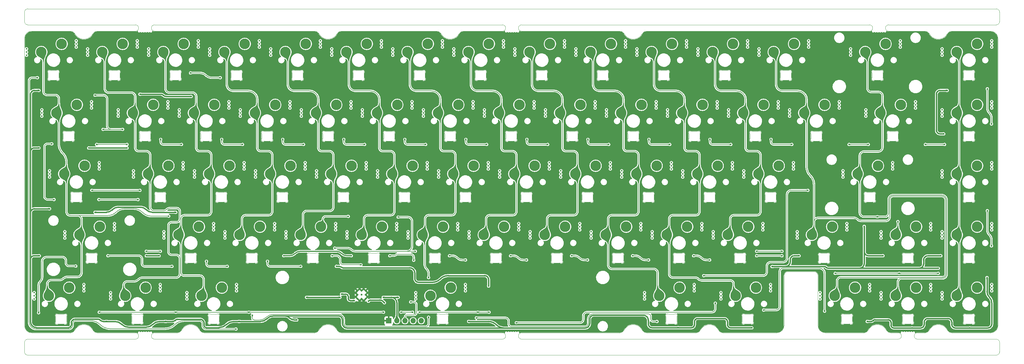
<source format=gtl>
G04 #@! TF.GenerationSoftware,KiCad,Pcbnew,(6.99.0-1912-g359c99991b)*
G04 #@! TF.CreationDate,2023-04-17T10:31:14+07:00*
G04 #@! TF.ProjectId,nyx,6e79782e-6b69-4636-9164-5f7063625858,1*
G04 #@! TF.SameCoordinates,Original*
G04 #@! TF.FileFunction,Copper,L1,Top*
G04 #@! TF.FilePolarity,Positive*
%FSLAX46Y46*%
G04 Gerber Fmt 4.6, Leading zero omitted, Abs format (unit mm)*
G04 Created by KiCad (PCBNEW (6.99.0-1912-g359c99991b)) date 2023-04-17 10:31:14*
%MOMM*%
%LPD*%
G01*
G04 APERTURE LIST*
G04 #@! TA.AperFunction,ComponentPad*
%ADD10C,3.300000*%
G04 #@! TD*
G04 #@! TA.AperFunction,ComponentPad*
%ADD11C,0.500000*%
G04 #@! TD*
G04 #@! TA.AperFunction,ComponentPad*
%ADD12R,1.700000X1.700000*%
G04 #@! TD*
G04 #@! TA.AperFunction,ComponentPad*
%ADD13O,1.700000X1.700000*%
G04 #@! TD*
G04 #@! TA.AperFunction,ComponentPad*
%ADD14C,0.600000*%
G04 #@! TD*
G04 #@! TA.AperFunction,ViaPad*
%ADD15C,0.500000*%
G04 #@! TD*
G04 #@! TA.AperFunction,Conductor*
%ADD16C,0.200000*%
G04 #@! TD*
G04 #@! TA.AperFunction,Conductor*
%ADD17C,0.400000*%
G04 #@! TD*
G04 #@! TA.AperFunction,Conductor*
%ADD18C,0.300000*%
G04 #@! TD*
G04 #@! TA.AperFunction,Profile*
%ADD19C,0.100000*%
G04 #@! TD*
G04 APERTURE END LIST*
D10*
X219537323Y-70644823D03*
D11*
X214962323Y-71644823D03*
X214962323Y-70644823D03*
X214962323Y-69644823D03*
X230462323Y-69104823D03*
X230462323Y-68104823D03*
X230462323Y-67104823D03*
D10*
X225887323Y-68104823D03*
X100474823Y-13494823D03*
D11*
X95899823Y-14494823D03*
X95899823Y-13494823D03*
X95899823Y-12494823D03*
X111399823Y-11954823D03*
X111399823Y-10954823D03*
X111399823Y-9954823D03*
D10*
X106824823Y-10954823D03*
X290974823Y-51594823D03*
D11*
X286399823Y-52594823D03*
X286399823Y-51594823D03*
X286399823Y-50594823D03*
X301899823Y-50054823D03*
X301899823Y-49054823D03*
X301899823Y-48054823D03*
D10*
X297324823Y-49054823D03*
X214774823Y-13494823D03*
D11*
X210199823Y-14494823D03*
X210199823Y-13494823D03*
X210199823Y-12494823D03*
X225699823Y-11954823D03*
X225699823Y-10954823D03*
X225699823Y-9954823D03*
D10*
X221124823Y-10954823D03*
X181437323Y-70644823D03*
D11*
X176862323Y-71644823D03*
X176862323Y-70644823D03*
X176862323Y-69644823D03*
X192362323Y-69104823D03*
X192362323Y-68104823D03*
X192362323Y-67104823D03*
D10*
X187787323Y-68104823D03*
X138574823Y-13494823D03*
D11*
X133999823Y-14494823D03*
X133999823Y-13494823D03*
X133999823Y-12494823D03*
X149499823Y-11954823D03*
X149499823Y-10954823D03*
X149499823Y-9954823D03*
D10*
X144924823Y-10954823D03*
X7606073Y-89694823D03*
D11*
X3031073Y-90694823D03*
X3031073Y-89694823D03*
X3031073Y-88694823D03*
X18531073Y-88154823D03*
X18531073Y-87154823D03*
X18531073Y-86154823D03*
D10*
X13956073Y-87154823D03*
X200487323Y-70644823D03*
D11*
X195912323Y-71644823D03*
X195912323Y-70644823D03*
X195912323Y-69644823D03*
X211412323Y-69104823D03*
X211412323Y-68104823D03*
X211412323Y-67104823D03*
D10*
X206837323Y-68104823D03*
X43324823Y-13494823D03*
D11*
X38749823Y-14494823D03*
X38749823Y-13494823D03*
X38749823Y-12494823D03*
X54249823Y-11954823D03*
X54249823Y-10954823D03*
X54249823Y-9954823D03*
D10*
X49674823Y-10954823D03*
X17131073Y-70644823D03*
D11*
X12556073Y-71644823D03*
X12556073Y-70644823D03*
X12556073Y-69644823D03*
X28056073Y-69104823D03*
X28056073Y-68104823D03*
X28056073Y-67104823D03*
D10*
X23481073Y-68104823D03*
X76662323Y-51594823D03*
D11*
X72087323Y-52594823D03*
X72087323Y-51594823D03*
X72087323Y-50594823D03*
X87587323Y-50054823D03*
X87587323Y-49054823D03*
X87587323Y-48054823D03*
D10*
X83012323Y-49054823D03*
X290974823Y-70644823D03*
D11*
X286399823Y-71644823D03*
X286399823Y-70644823D03*
X286399823Y-69644823D03*
X301899823Y-69104823D03*
X301899823Y-68104823D03*
X301899823Y-67104823D03*
D10*
X297324823Y-68104823D03*
X198106073Y-89694823D03*
D11*
X193531073Y-90694823D03*
X193531073Y-89694823D03*
X193531073Y-88694823D03*
X209031073Y-88154823D03*
X209031073Y-87154823D03*
X209031073Y-86154823D03*
D10*
X204456073Y-87154823D03*
X157624823Y-13494823D03*
D11*
X153049823Y-14494823D03*
X153049823Y-13494823D03*
X153049823Y-12494823D03*
X168549823Y-11954823D03*
X168549823Y-10954823D03*
X168549823Y-9954823D03*
D10*
X163974823Y-10954823D03*
X190962323Y-51594823D03*
D11*
X186387323Y-52594823D03*
X186387323Y-51594823D03*
X186387323Y-50594823D03*
X201887323Y-50054823D03*
X201887323Y-49054823D03*
X201887323Y-48054823D03*
D10*
X197312323Y-49054823D03*
D12*
X113659822Y-97499999D03*
D13*
X116199822Y-97499999D03*
X118739822Y-97499999D03*
X121279822Y-97499999D03*
X123819822Y-97499999D03*
D10*
X148099823Y-32544823D03*
D11*
X143524823Y-33544823D03*
X143524823Y-32544823D03*
X143524823Y-31544823D03*
X159024823Y-31004823D03*
X159024823Y-30004823D03*
X159024823Y-29004823D03*
D10*
X154449823Y-30004823D03*
X119524823Y-13494823D03*
D11*
X114949823Y-14494823D03*
X114949823Y-13494823D03*
X114949823Y-12494823D03*
X130449823Y-11954823D03*
X130449823Y-10954823D03*
X130449823Y-9954823D03*
D10*
X125874823Y-10954823D03*
X57612323Y-51594823D03*
D11*
X53037323Y-52594823D03*
X53037323Y-51594823D03*
X53037323Y-50594823D03*
X68537323Y-50054823D03*
X68537323Y-49054823D03*
X68537323Y-48054823D03*
D10*
X63962323Y-49054823D03*
X243349823Y-32544823D03*
D11*
X238774823Y-33544823D03*
X238774823Y-32544823D03*
X238774823Y-31544823D03*
X254274823Y-31004823D03*
X254274823Y-30004823D03*
X254274823Y-29004823D03*
D10*
X249699823Y-30004823D03*
X260018573Y-51594823D03*
D11*
X255443573Y-52594823D03*
X255443573Y-51594823D03*
X255443573Y-50594823D03*
X270943573Y-50054823D03*
X270943573Y-49054823D03*
X270943573Y-48054823D03*
D10*
X266368573Y-49054823D03*
D14*
X106459823Y-88112399D03*
X105184823Y-88112399D03*
X103909823Y-88112399D03*
X106459823Y-89387399D03*
X105184823Y-89387399D03*
X103909823Y-89387399D03*
X106459823Y-90662399D03*
X105184823Y-90662399D03*
X103909823Y-90662399D03*
D10*
X133812323Y-51594823D03*
D11*
X129237323Y-52594823D03*
X129237323Y-51594823D03*
X129237323Y-50594823D03*
X144737323Y-50054823D03*
X144737323Y-49054823D03*
X144737323Y-48054823D03*
D10*
X140162323Y-49054823D03*
X24274823Y-13494823D03*
D11*
X19699823Y-14494823D03*
X19699823Y-13494823D03*
X19699823Y-12494823D03*
X35199823Y-11954823D03*
X35199823Y-10954823D03*
X35199823Y-9954823D03*
D10*
X30624823Y-10954823D03*
X205249823Y-32544823D03*
D11*
X200674823Y-33544823D03*
X200674823Y-32544823D03*
X200674823Y-31544823D03*
X216174823Y-31004823D03*
X216174823Y-30004823D03*
X216174823Y-29004823D03*
D10*
X211599823Y-30004823D03*
X221918573Y-89694823D03*
D11*
X217343573Y-90694823D03*
X217343573Y-89694823D03*
X217343573Y-88694823D03*
X232843573Y-88154823D03*
X232843573Y-87154823D03*
X232843573Y-86154823D03*
D10*
X228268573Y-87154823D03*
X48087323Y-70644823D03*
D11*
X43512323Y-71644823D03*
X43512323Y-70644823D03*
X43512323Y-69644823D03*
X59012323Y-69104823D03*
X59012323Y-68104823D03*
X59012323Y-67104823D03*
D10*
X54437323Y-68104823D03*
X33799823Y-32544823D03*
D11*
X29224823Y-33544823D03*
X29224823Y-32544823D03*
X29224823Y-31544823D03*
X44724823Y-31004823D03*
X44724823Y-30004823D03*
X44724823Y-29004823D03*
D10*
X40149823Y-30004823D03*
X126668573Y-89694823D03*
D11*
X122093573Y-90694823D03*
X122093573Y-89694823D03*
X122093573Y-88694823D03*
X137593573Y-88154823D03*
X137593573Y-87154823D03*
X137593573Y-86154823D03*
D10*
X133018573Y-87154823D03*
X271924823Y-89694823D03*
D11*
X267349823Y-90694823D03*
X267349823Y-89694823D03*
X267349823Y-88694823D03*
X282849823Y-88154823D03*
X282849823Y-87154823D03*
X282849823Y-86154823D03*
D10*
X278274823Y-87154823D03*
X176674823Y-13494823D03*
D11*
X172099823Y-14494823D03*
X172099823Y-13494823D03*
X172099823Y-12494823D03*
X187599823Y-11954823D03*
X187599823Y-10954823D03*
X187599823Y-9954823D03*
D10*
X183024823Y-10954823D03*
X210012323Y-51594823D03*
D11*
X205437323Y-52594823D03*
X205437323Y-51594823D03*
X205437323Y-50594823D03*
X220937323Y-50054823D03*
X220937323Y-49054823D03*
X220937323Y-48054823D03*
D10*
X216362323Y-49054823D03*
X90949823Y-32544823D03*
D11*
X86374823Y-33544823D03*
X86374823Y-32544823D03*
X86374823Y-31544823D03*
X101874823Y-31004823D03*
X101874823Y-30004823D03*
X101874823Y-29004823D03*
D10*
X97299823Y-30004823D03*
X162387323Y-70644823D03*
D11*
X157812323Y-71644823D03*
X157812323Y-70644823D03*
X157812323Y-69644823D03*
X173312323Y-69104823D03*
X173312323Y-68104823D03*
X173312323Y-67104823D03*
D10*
X168737323Y-68104823D03*
X195724823Y-13494823D03*
D11*
X191149823Y-14494823D03*
X191149823Y-13494823D03*
X191149823Y-12494823D03*
X206649823Y-11954823D03*
X206649823Y-10954823D03*
X206649823Y-9954823D03*
D10*
X202074823Y-10954823D03*
X109999823Y-32544823D03*
D11*
X105424823Y-33544823D03*
X105424823Y-32544823D03*
X105424823Y-31544823D03*
X120924823Y-31004823D03*
X120924823Y-30004823D03*
X120924823Y-29004823D03*
D10*
X116349823Y-30004823D03*
X233824823Y-13494823D03*
D11*
X229249823Y-14494823D03*
X229249823Y-13494823D03*
X229249823Y-12494823D03*
X244749823Y-11954823D03*
X244749823Y-10954823D03*
X244749823Y-9954823D03*
D10*
X240174823Y-10954823D03*
X167149823Y-32544823D03*
D11*
X162574823Y-33544823D03*
X162574823Y-32544823D03*
X162574823Y-31544823D03*
X178074823Y-31004823D03*
X178074823Y-30004823D03*
X178074823Y-29004823D03*
D10*
X173499823Y-30004823D03*
X271924823Y-70644823D03*
D11*
X267349823Y-71644823D03*
X267349823Y-70644823D03*
X267349823Y-69644823D03*
X282849823Y-69104823D03*
X282849823Y-68104823D03*
X282849823Y-67104823D03*
D10*
X278274823Y-68104823D03*
X143337323Y-70644823D03*
D11*
X138762323Y-71644823D03*
X138762323Y-70644823D03*
X138762323Y-69644823D03*
X154262323Y-69104823D03*
X154262323Y-68104823D03*
X154262323Y-67104823D03*
D10*
X149687323Y-68104823D03*
X67137323Y-70644823D03*
D11*
X62562323Y-71644823D03*
X62562323Y-70644823D03*
X62562323Y-69644823D03*
X78062323Y-69104823D03*
X78062323Y-68104823D03*
X78062323Y-67104823D03*
D10*
X73487323Y-68104823D03*
X95712323Y-51594823D03*
D11*
X91137323Y-52594823D03*
X91137323Y-51594823D03*
X91137323Y-50594823D03*
X106637323Y-50054823D03*
X106637323Y-49054823D03*
X106637323Y-48054823D03*
D10*
X102062323Y-49054823D03*
X12368573Y-51594823D03*
D11*
X7793573Y-52594823D03*
X7793573Y-51594823D03*
X7793573Y-50594823D03*
X23293573Y-50054823D03*
X23293573Y-49054823D03*
X23293573Y-48054823D03*
D10*
X18718573Y-49054823D03*
X229062323Y-51594823D03*
D11*
X224487323Y-52594823D03*
X224487323Y-51594823D03*
X224487323Y-50594823D03*
X239987323Y-50054823D03*
X239987323Y-49054823D03*
X239987323Y-48054823D03*
D10*
X235412323Y-49054823D03*
X224299823Y-32544823D03*
D11*
X219724823Y-33544823D03*
X219724823Y-32544823D03*
X219724823Y-31544823D03*
X235224823Y-31004823D03*
X235224823Y-30004823D03*
X235224823Y-29004823D03*
D10*
X230649823Y-30004823D03*
X290974823Y-32544823D03*
D11*
X286399823Y-33544823D03*
X286399823Y-32544823D03*
X286399823Y-31544823D03*
X301899823Y-31004823D03*
X301899823Y-30004823D03*
X301899823Y-29004823D03*
D10*
X297324823Y-30004823D03*
X267162323Y-32544823D03*
D11*
X262587323Y-33544823D03*
X262587323Y-32544823D03*
X262587323Y-31544823D03*
X278087323Y-31004823D03*
X278087323Y-30004823D03*
X278087323Y-29004823D03*
D10*
X273512323Y-30004823D03*
X290974823Y-13494823D03*
D11*
X286399823Y-14494823D03*
X286399823Y-13494823D03*
X286399823Y-12494823D03*
X301899823Y-11954823D03*
X301899823Y-10954823D03*
X301899823Y-9954823D03*
D10*
X297324823Y-10954823D03*
X129049823Y-32544823D03*
D11*
X124474823Y-33544823D03*
X124474823Y-32544823D03*
X124474823Y-31544823D03*
X139974823Y-31004823D03*
X139974823Y-30004823D03*
X139974823Y-29004823D03*
D10*
X135399823Y-30004823D03*
X71899823Y-32544823D03*
D11*
X67324823Y-33544823D03*
X67324823Y-32544823D03*
X67324823Y-31544823D03*
X82824823Y-31004823D03*
X82824823Y-30004823D03*
X82824823Y-29004823D03*
D10*
X78249823Y-30004823D03*
X38562323Y-51594823D03*
D11*
X33987323Y-52594823D03*
X33987323Y-51594823D03*
X33987323Y-50594823D03*
X49487323Y-50054823D03*
X49487323Y-49054823D03*
X49487323Y-48054823D03*
D10*
X44912323Y-49054823D03*
X252874823Y-89694823D03*
D11*
X248299823Y-90694823D03*
X248299823Y-89694823D03*
X248299823Y-88694823D03*
X263799823Y-88154823D03*
X263799823Y-87154823D03*
X263799823Y-86154823D03*
D10*
X259224823Y-87154823D03*
X62374823Y-13494823D03*
D11*
X57799823Y-14494823D03*
X57799823Y-13494823D03*
X57799823Y-12494823D03*
X73299823Y-11954823D03*
X73299823Y-10954823D03*
X73299823Y-9954823D03*
D10*
X68724823Y-10954823D03*
X5224823Y-13494823D03*
D11*
X649823Y-14494823D03*
X649823Y-13494823D03*
X649823Y-12494823D03*
X16149823Y-11954823D03*
X16149823Y-10954823D03*
X16149823Y-9954823D03*
D10*
X11574823Y-10954823D03*
X124287323Y-70644823D03*
D11*
X119712323Y-71644823D03*
X119712323Y-70644823D03*
X119712323Y-69644823D03*
X135212323Y-69104823D03*
X135212323Y-68104823D03*
X135212323Y-67104823D03*
D10*
X130637323Y-68104823D03*
X55231073Y-89694823D03*
D11*
X50656073Y-90694823D03*
X50656073Y-89694823D03*
X50656073Y-88694823D03*
X66156073Y-88154823D03*
X66156073Y-87154823D03*
X66156073Y-86154823D03*
D10*
X61581073Y-87154823D03*
X105237323Y-70644823D03*
D11*
X100662323Y-71644823D03*
X100662323Y-70644823D03*
X100662323Y-69644823D03*
X116162323Y-69104823D03*
X116162323Y-68104823D03*
X116162323Y-67104823D03*
D10*
X111587323Y-68104823D03*
X262399823Y-13494823D03*
D11*
X257824823Y-14494823D03*
X257824823Y-13494823D03*
X257824823Y-12494823D03*
X273324823Y-11954823D03*
X273324823Y-10954823D03*
X273324823Y-9954823D03*
D10*
X268749823Y-10954823D03*
X114762323Y-51594823D03*
D11*
X110187323Y-52594823D03*
X110187323Y-51594823D03*
X110187323Y-50594823D03*
X125687323Y-50054823D03*
X125687323Y-49054823D03*
X125687323Y-48054823D03*
D10*
X121112323Y-49054823D03*
X86187323Y-70644823D03*
D11*
X81612323Y-71644823D03*
X81612323Y-70644823D03*
X81612323Y-69644823D03*
X97112323Y-69104823D03*
X97112323Y-68104823D03*
X97112323Y-67104823D03*
D10*
X92537323Y-68104823D03*
X152862323Y-51594823D03*
D11*
X148287323Y-52594823D03*
X148287323Y-51594823D03*
X148287323Y-50594823D03*
X163787323Y-50054823D03*
X163787323Y-49054823D03*
X163787323Y-48054823D03*
D10*
X159212323Y-49054823D03*
X9987323Y-32544823D03*
D11*
X5412323Y-33544823D03*
X5412323Y-32544823D03*
X5412323Y-31544823D03*
X20912323Y-31004823D03*
X20912323Y-30004823D03*
X20912323Y-29004823D03*
D10*
X16337323Y-30004823D03*
X171912323Y-51594823D03*
D11*
X167337323Y-52594823D03*
X167337323Y-51594823D03*
X167337323Y-50594823D03*
X182837323Y-50054823D03*
X182837323Y-49054823D03*
X182837323Y-48054823D03*
D10*
X178262323Y-49054823D03*
X290974823Y-89694823D03*
D11*
X286399823Y-90694823D03*
X286399823Y-89694823D03*
X286399823Y-88694823D03*
X301899823Y-88154823D03*
X301899823Y-87154823D03*
X301899823Y-86154823D03*
D10*
X297324823Y-87154823D03*
X186199823Y-32544823D03*
D11*
X181624823Y-33544823D03*
X181624823Y-32544823D03*
X181624823Y-31544823D03*
X197124823Y-31004823D03*
X197124823Y-30004823D03*
X197124823Y-29004823D03*
D10*
X192549823Y-30004823D03*
X31418573Y-89694823D03*
D11*
X26843573Y-90694823D03*
X26843573Y-89694823D03*
X26843573Y-88694823D03*
X42343573Y-88154823D03*
X42343573Y-87154823D03*
X42343573Y-86154823D03*
D10*
X37768573Y-87154823D03*
X245731073Y-70644823D03*
D11*
X241156073Y-71644823D03*
X241156073Y-70644823D03*
X241156073Y-69644823D03*
X256656073Y-69104823D03*
X256656073Y-68104823D03*
X256656073Y-67104823D03*
D10*
X252081073Y-68104823D03*
X52849823Y-32544823D03*
D11*
X48274823Y-33544823D03*
X48274823Y-32544823D03*
X48274823Y-31544823D03*
X63774823Y-31004823D03*
X63774823Y-30004823D03*
X63774823Y-29004823D03*
D10*
X59199823Y-30004823D03*
X81424823Y-13494823D03*
D11*
X76849823Y-14494823D03*
X76849823Y-13494823D03*
X76849823Y-12494823D03*
X92349823Y-11954823D03*
X92349823Y-10954823D03*
X92349823Y-9954823D03*
D10*
X87774823Y-10954823D03*
D15*
X22000000Y-27000000D03*
X30600000Y-37672323D03*
X24500000Y-37672323D03*
X244500000Y-56722323D03*
X21000000Y-56722323D03*
X36000000Y-56722323D03*
X212000000Y-83400000D03*
X42400000Y-75772323D03*
X122000000Y-75772323D03*
X38000000Y-75772323D03*
X116600000Y-65100000D03*
X228500000Y-75772323D03*
X236400000Y-75772323D03*
X96800000Y-74800000D03*
X47200000Y-94822323D03*
X121100000Y-94822323D03*
X117500000Y-94822323D03*
X253000000Y-82700000D03*
X215600000Y-92000000D03*
X145000000Y-94822323D03*
X153500000Y-98122323D03*
X23300000Y-94822323D03*
X123250000Y-94822323D03*
X273000000Y-82700000D03*
X70000000Y-94822323D03*
X141500000Y-94822323D03*
X285200000Y-82700000D03*
X112034823Y-94822323D03*
X45000000Y-64800000D03*
X126100000Y-84000000D03*
X272600000Y-66500000D03*
X266200000Y-65000000D03*
X101050000Y-64875000D03*
X238300000Y-40800000D03*
X102300000Y-78600000D03*
X96000000Y-78700000D03*
X185200000Y-61700000D03*
X157700000Y-79500000D03*
X187800000Y-58200000D03*
X260900000Y-23800000D03*
X231000000Y-20100000D03*
X204300000Y-61500000D03*
X247100000Y-22700000D03*
X46600000Y-67800000D03*
X96300000Y-23600000D03*
X152400000Y-79000000D03*
X252300000Y-40800000D03*
X173400000Y-23700000D03*
X133400000Y-78900000D03*
X184600000Y-83300000D03*
X30600000Y-41600000D03*
X75500000Y-84700000D03*
X215500000Y-39600000D03*
X234500000Y-39400000D03*
X93600000Y-88600000D03*
X128800000Y-63200000D03*
X258700000Y-58100000D03*
X40100000Y-20100000D03*
X143100000Y-40900000D03*
X131300000Y-23100000D03*
X115300000Y-23600000D03*
X7600000Y-23800000D03*
X261000000Y-20000000D03*
X111434823Y-87322323D03*
X14500000Y-78900000D03*
X35300000Y-22900000D03*
X116400000Y-20100000D03*
X79900000Y-78900000D03*
X92600000Y-58200000D03*
X63000000Y-39500000D03*
X262000000Y-40800000D03*
X138500000Y-79500000D03*
X86000000Y-40900000D03*
X72400000Y-61500000D03*
X158300000Y-39600000D03*
X18900000Y-23600000D03*
X212000000Y-20000000D03*
X96400000Y-85700000D03*
X269800000Y-95100000D03*
X168800000Y-58300000D03*
X111600000Y-58200000D03*
X267000000Y-78800000D03*
X268300000Y-62100000D03*
X90800000Y-97100000D03*
X47900000Y-40700000D03*
X53700000Y-61600000D03*
X257000000Y-78700000D03*
X272300000Y-23500000D03*
X148300000Y-85700000D03*
X123800000Y-83600000D03*
X206500000Y-23200000D03*
X149700000Y-58300000D03*
X43000000Y-98950000D03*
X192600000Y-20100000D03*
X77000000Y-23600000D03*
X154500000Y-20100000D03*
X281900000Y-78800000D03*
X195700000Y-79500000D03*
X162300000Y-40700000D03*
X97400000Y-20200000D03*
X136300000Y-62000000D03*
X130600000Y-58300000D03*
X120400000Y-79000000D03*
X105500000Y-82300000D03*
X148400000Y-61500000D03*
X230000000Y-23600000D03*
X21100000Y-20200000D03*
X171400000Y-79100000D03*
X135400000Y-20000000D03*
X105300000Y-40800000D03*
X181600000Y-40700000D03*
X223300000Y-61400000D03*
X54300000Y-58200000D03*
X103500000Y-97000000D03*
X190700000Y-78900000D03*
X127300000Y-93300000D03*
X58300000Y-77800000D03*
X176600000Y-79500000D03*
X120100000Y-39400000D03*
X243000000Y-60900000D03*
X192500000Y-23700000D03*
X206800000Y-58200000D03*
X216600000Y-78300000D03*
X139300000Y-39600000D03*
X117400000Y-61900000D03*
X67100000Y-40700000D03*
X173500000Y-20100000D03*
X91600000Y-61500000D03*
X287000000Y-23500000D03*
X276000000Y-41300000D03*
X262500000Y-61900000D03*
X177300000Y-39500000D03*
X256700000Y-40100000D03*
X284200000Y-61400000D03*
X219700000Y-40700000D03*
X45000000Y-78900000D03*
X69600000Y-80500000D03*
X209700000Y-79000000D03*
X40600000Y-61700000D03*
X62800000Y-78800000D03*
X78200000Y-20100000D03*
X196400000Y-39600000D03*
X124200000Y-40700000D03*
X154400000Y-23700000D03*
X149100000Y-98000000D03*
X200500000Y-40700000D03*
X225900000Y-58300000D03*
X165700000Y-61400000D03*
X82100000Y-39600000D03*
X101000000Y-39600000D03*
X73500000Y-58200000D03*
X43900000Y-39300000D03*
X116620645Y-90169581D03*
X98434823Y-90168649D03*
X111934823Y-90168649D03*
X88000000Y-90168649D03*
X107334823Y-91422323D03*
X102887057Y-91191834D03*
X112334823Y-91868649D03*
X98934823Y-89168649D03*
X25565177Y-97734823D03*
X85000000Y-97250000D03*
X20000000Y-43500000D03*
X241756250Y-77184823D03*
X295000000Y-99800000D03*
X4500000Y-25500000D03*
X204000000Y-99700000D03*
X262100000Y-68000000D03*
X300400000Y-84000000D03*
X285200000Y-81099990D03*
X267950000Y-77184843D03*
X38000000Y-77184823D03*
X286900000Y-39084823D03*
X47200000Y-63600000D03*
X277000000Y-99800000D03*
X286000000Y-77184843D03*
X32000000Y-43500000D03*
X67000000Y-97734823D03*
X42000000Y-77184823D03*
X22000000Y-63600000D03*
X102000000Y-77184823D03*
X233300000Y-80559185D03*
X4500000Y-43500000D03*
X263000000Y-97734823D03*
X138600000Y-97734823D03*
X44000000Y-97734823D03*
X227000000Y-99712500D03*
X80900000Y-77184823D03*
X7800000Y-62500000D03*
X288000000Y-25500000D03*
X4600000Y-77184823D03*
X36000000Y-26700000D03*
X52000000Y-27400000D03*
X120534823Y-91622323D03*
X144850000Y-86677677D03*
X97300000Y-80495000D03*
X4000000Y-21534823D03*
X66000000Y-100100793D03*
X61065177Y-21534823D03*
X51800000Y-20034823D03*
X301800000Y-36000000D03*
X300500000Y-25000000D03*
X281175000Y-42400000D03*
X287175000Y-42400000D03*
X263362500Y-42400000D03*
X257362500Y-42400000D03*
X233000000Y-40800000D03*
X239500000Y-42400000D03*
X201400000Y-42400000D03*
X194900000Y-40800000D03*
X175850000Y-40800000D03*
X182350000Y-42400000D03*
X156800000Y-40800000D03*
X163300000Y-42400000D03*
X137750000Y-40800000D03*
X144250000Y-42400000D03*
X118700000Y-40800000D03*
X125200000Y-42400000D03*
X99650000Y-40800000D03*
X106150000Y-42400000D03*
X87100000Y-42400000D03*
X80600000Y-40800000D03*
X68050000Y-42400000D03*
X61550000Y-40800000D03*
X49000000Y-42400000D03*
X42500000Y-40800000D03*
X23200000Y-59634823D03*
X35400000Y-59634823D03*
X300500000Y-63100000D03*
X301800000Y-74100000D03*
X22500000Y-42400000D03*
X32000000Y-42400000D03*
X228500000Y-77184823D03*
X236400000Y-77184823D03*
X213850000Y-78500000D03*
X208850000Y-77184823D03*
X189800000Y-77184823D03*
X194800000Y-78500000D03*
X175750000Y-78500000D03*
X170750000Y-77184823D03*
X156700000Y-78500000D03*
X151700000Y-77184823D03*
X132650000Y-77184823D03*
X137650000Y-78500000D03*
X121490335Y-78600000D03*
X114000000Y-77184823D03*
X96000000Y-77184823D03*
X105000000Y-80000000D03*
X75837500Y-78900000D03*
X86200000Y-80500000D03*
X126100000Y-96400000D03*
X71100000Y-95800000D03*
X197400000Y-97734823D03*
X141000000Y-96600000D03*
X230700000Y-94153573D03*
X249700000Y-94500000D03*
X220450000Y-42400000D03*
X213950000Y-40800000D03*
X63287500Y-80500000D03*
X56787500Y-78900000D03*
X9200000Y-59634823D03*
X8500000Y-42200000D03*
X26000000Y-77184823D03*
X46000000Y-80500000D03*
X4400000Y-95000000D03*
X16000000Y-80400000D03*
D16*
X26122183Y-37322183D02*
X26150141Y-37350141D01*
X22000000Y-27000000D02*
X24623654Y-27000000D01*
X25800000Y-28176346D02*
X25800000Y-36544365D01*
X26927958Y-37672323D02*
X24500000Y-37672323D01*
X30600000Y-37672323D02*
X26927958Y-37672323D01*
X25436827Y-27336827D02*
X25463173Y-27363173D01*
X26150157Y-37350125D02*
G75*
G03*
X26927958Y-37672323I777843J777825D01*
G01*
X25799967Y-28176346D02*
G75*
G03*
X25463172Y-27363174I-1149967J46D01*
G01*
X25800025Y-36544365D02*
G75*
G03*
X26122183Y-37322183I1099975J-35D01*
G01*
X25436850Y-27336804D02*
G75*
G03*
X24623654Y-27000000I-813150J-813196D01*
G01*
X212000000Y-83400000D02*
X230523654Y-83400000D01*
X239336865Y-56722323D02*
X244500000Y-56722323D01*
X21000000Y-56722323D02*
X36000000Y-56722323D01*
X232036827Y-79563173D02*
X232063173Y-79536827D01*
X237981730Y-77879792D02*
X237981730Y-58077458D01*
X238377136Y-57122864D02*
X238382271Y-57117729D01*
X231336827Y-83063173D02*
X231363173Y-83036827D01*
X231700000Y-82223654D02*
X231700000Y-80376346D01*
X232876346Y-79200000D02*
X236661522Y-79200000D01*
X237580761Y-78819239D02*
X237600969Y-78799031D01*
X232036804Y-79563150D02*
G75*
G03*
X231700000Y-80376346I813196J-813150D01*
G01*
X239336865Y-56722292D02*
G75*
G03*
X238382271Y-57117729I35J-1350008D01*
G01*
X232876346Y-79200033D02*
G75*
G03*
X232063174Y-79536828I-46J-1149967D01*
G01*
X237600979Y-78799041D02*
G75*
G03*
X237981730Y-77879792I-919279J919241D01*
G01*
X231363196Y-83036850D02*
G75*
G03*
X231700000Y-82223654I-813196J813150D01*
G01*
X236661522Y-79200015D02*
G75*
G03*
X237580760Y-78819238I-22J1300015D01*
G01*
X238377163Y-57122891D02*
G75*
G03*
X237981730Y-58077458I954537J-954609D01*
G01*
X230523654Y-83399967D02*
G75*
G03*
X231336826Y-83063172I46J1149967D01*
G01*
X119406357Y-75772323D02*
X103211129Y-75772323D01*
X38000000Y-75772323D02*
X42400000Y-75772323D01*
X120496822Y-75303178D02*
X120467017Y-75332983D01*
X102044403Y-75289049D02*
X102038628Y-75283274D01*
X119406357Y-75772323D02*
X122000000Y-75772323D01*
X120936162Y-74242518D02*
X120936162Y-66353929D01*
X236400000Y-75772323D02*
X228500000Y-75772323D01*
X119682233Y-65100000D02*
X116600000Y-65100000D01*
X100871902Y-74800000D02*
X96800000Y-74800000D01*
X120570045Y-65470045D02*
X120566116Y-65466116D01*
X102044384Y-75289068D02*
G75*
G03*
X103211129Y-75772323I1166716J1166768D01*
G01*
X102038627Y-75283275D02*
G75*
G03*
X100871902Y-74800000I-1166727J-1166725D01*
G01*
X120936152Y-66353929D02*
G75*
G03*
X120570045Y-65470045I-1249952J29D01*
G01*
X120496805Y-75303161D02*
G75*
G03*
X120936162Y-74242518I-1060605J1060661D01*
G01*
X119406357Y-75772285D02*
G75*
G03*
X120467017Y-75332983I43J1499985D01*
G01*
X120566099Y-65466133D02*
G75*
G03*
X119682233Y-65100000I-883899J-883867D01*
G01*
X253000000Y-82700000D02*
X273000000Y-82700000D01*
X47200000Y-94822323D02*
X70000000Y-94822323D01*
X47200000Y-94822323D02*
X23300000Y-94822323D01*
X112034823Y-94822323D02*
X70000000Y-94822323D01*
X174085215Y-97814785D02*
X174092462Y-97807538D01*
X215600000Y-93765076D02*
X215600000Y-92000000D01*
X123250000Y-94822323D02*
X141500000Y-94822323D01*
X215285215Y-94514785D02*
X215292462Y-94507538D01*
X145000000Y-94822323D02*
X141500000Y-94822323D01*
X174736827Y-95163173D02*
X174740850Y-95159150D01*
X153500000Y-98122323D02*
X173342753Y-98122323D01*
X273000000Y-82700000D02*
X285200000Y-82700000D01*
X121100000Y-94822323D02*
X117500000Y-94822323D01*
X175554023Y-94822323D02*
X214542753Y-94822323D01*
X174400000Y-97065076D02*
X174400000Y-95976346D01*
X174092474Y-97807550D02*
G75*
G03*
X174400000Y-97065076I-742474J742450D01*
G01*
X215292474Y-94507550D02*
G75*
G03*
X215600000Y-93765076I-742474J742450D01*
G01*
X173342753Y-98122282D02*
G75*
G03*
X174085214Y-97814784I47J1049982D01*
G01*
X214542753Y-94822282D02*
G75*
G03*
X215285214Y-94514784I47J1049982D01*
G01*
X175554023Y-94822333D02*
G75*
G03*
X174740851Y-95159151I-23J-1149967D01*
G01*
X174736804Y-95163150D02*
G75*
G03*
X174400000Y-95976346I813196J-813150D01*
G01*
X9987323Y-32544823D02*
X10700000Y-33257500D01*
X13100000Y-50863396D02*
X12368573Y-51594823D01*
X17800000Y-69975896D02*
X17800000Y-65776346D01*
X7606073Y-89694823D02*
X7100000Y-89188750D01*
X13463173Y-64263173D02*
X13436827Y-64236827D01*
X8276346Y-84800000D02*
X10895837Y-84800000D01*
X5934823Y-25909440D02*
X5934823Y-14204823D01*
X9567406Y-26932583D02*
X6957966Y-26932583D01*
X5934823Y-14204823D02*
X5224823Y-13494823D01*
X36828427Y-63628427D02*
X36821093Y-63621093D01*
X26023838Y-64600000D02*
X16623654Y-64600000D01*
X10734823Y-31797323D02*
X10734823Y-28100000D01*
X13100000Y-47977565D02*
X13100000Y-50863396D01*
X33992666Y-62449520D02*
X31198077Y-62449520D01*
X28617138Y-63518580D02*
X28604777Y-63530941D01*
X7436827Y-85163173D02*
X7463173Y-85136827D01*
X16623654Y-64600000D02*
X14276346Y-64600000D01*
X6250859Y-26639690D02*
X6227716Y-26616547D01*
X11886218Y-45086218D02*
X11913783Y-45113783D01*
X17395406Y-83404594D02*
X17404594Y-83395406D01*
X13304163Y-83800000D02*
X16440812Y-83800000D01*
X17131073Y-70644823D02*
X17800000Y-69975896D01*
X7100000Y-89188750D02*
X7100000Y-85976346D01*
X17800000Y-71313750D02*
X17131073Y-70644823D01*
X17800000Y-82440812D02*
X17800000Y-71313750D01*
X9987323Y-32544823D02*
X10734823Y-31797323D01*
X10397996Y-27286827D02*
X10380579Y-27269410D01*
X13100000Y-52326250D02*
X12368573Y-51594823D01*
X13100000Y-63423654D02*
X13100000Y-52326250D01*
X45000000Y-64800000D02*
X39656854Y-64800000D01*
X17463173Y-64963173D02*
X17436827Y-64936827D01*
X10700000Y-33257500D02*
X10700000Y-42222435D01*
X12097919Y-84302081D02*
X12102082Y-84297918D01*
X7436827Y-85163173D02*
G75*
G03*
X7100000Y-85976346I813183J-813177D01*
G01*
X36828450Y-63628404D02*
G75*
G03*
X39656854Y-64800000I2828450J2828404D01*
G01*
X17404588Y-83395400D02*
G75*
G03*
X17800000Y-82440812I-954588J954600D01*
G01*
X13100033Y-63423654D02*
G75*
G03*
X13436828Y-64236826I1149967J-46D01*
G01*
X10734816Y-28100000D02*
G75*
G03*
X10397996Y-27286827I-1150016J0D01*
G01*
X10699997Y-42222435D02*
G75*
G03*
X11886218Y-45086218I4050003J5D01*
G01*
X6250880Y-26639669D02*
G75*
G03*
X6957966Y-26932583I707120J707069D01*
G01*
X5934788Y-25909440D02*
G75*
G03*
X6227716Y-26616547I1000012J40D01*
G01*
X17436850Y-64936804D02*
G75*
G03*
X16623654Y-64600000I-813150J-813196D01*
G01*
X36821106Y-63621080D02*
G75*
G03*
X33992666Y-62449520I-2828406J-2828420D01*
G01*
X31198077Y-62449499D02*
G75*
G03*
X28617139Y-63518581I23J-3650001D01*
G01*
X8276346Y-84800033D02*
G75*
G03*
X7463174Y-85136828I-46J-1149967D01*
G01*
X13100003Y-47977565D02*
G75*
G03*
X11913783Y-45113783I-4050003J-5D01*
G01*
X13304163Y-83799974D02*
G75*
G03*
X12102082Y-84297918I37J-1700026D01*
G01*
X17799967Y-65776346D02*
G75*
G03*
X17463172Y-64963174I-1149967J46D01*
G01*
X10380579Y-27269410D02*
G75*
G03*
X9567406Y-26932583I-813179J-813190D01*
G01*
X13463150Y-64263196D02*
G75*
G03*
X14276346Y-64600000I813150J813196D01*
G01*
X10895837Y-84800026D02*
G75*
G03*
X12097919Y-84302081I-37J1700026D01*
G01*
X26023838Y-64600027D02*
G75*
G03*
X28604777Y-63530941I-38J3650027D01*
G01*
X16440812Y-83800008D02*
G75*
G03*
X17395406Y-83404594I-12J1350008D01*
G01*
X24274823Y-13494823D02*
X25034823Y-14254823D01*
X48143373Y-66407107D02*
X48157587Y-66392893D01*
X43269621Y-63150480D02*
X40468247Y-63150480D01*
X48122183Y-83677817D02*
X48128298Y-83671702D01*
X34534823Y-33279823D02*
X34534823Y-43379188D01*
X38866117Y-44866117D02*
X38868707Y-44868707D01*
X31236827Y-85563173D02*
X31263173Y-85536827D01*
X25034823Y-14254823D02*
X25034823Y-24896345D01*
X35655635Y-44500000D02*
X37982233Y-44500000D01*
X45207107Y-76607107D02*
X45192893Y-76592893D01*
X34534823Y-27431879D02*
X34534823Y-31809823D01*
X25415584Y-25815584D02*
X25419239Y-25819239D01*
X44900000Y-75885786D02*
X44900000Y-67714214D01*
X35485787Y-84614213D02*
X35514214Y-84585786D01*
X47344365Y-76900000D02*
X45914214Y-76900000D01*
X39584363Y-62784363D02*
X39566116Y-62766116D01*
X39234823Y-45752590D02*
X39234823Y-50922323D01*
X45914214Y-66700000D02*
X47436266Y-66700000D01*
X34151472Y-26551472D02*
X34183351Y-26583351D01*
X34534823Y-31809823D02*
X33799823Y-32544823D01*
X39200000Y-61882233D02*
X39200000Y-52232500D01*
X48186876Y-62586876D02*
X48163604Y-62563604D01*
X45192893Y-67007107D02*
X45207107Y-66992893D01*
X47527208Y-62300000D02*
X45279899Y-62300000D01*
X48128297Y-77228297D02*
X48122182Y-77222182D01*
X44289949Y-62710051D02*
X44259570Y-62740430D01*
X34857006Y-44157006D02*
X34877818Y-44177818D01*
X33799823Y-32544823D02*
X34534823Y-33279823D01*
X32076346Y-85200000D02*
X34071573Y-85200000D01*
X26338478Y-26200000D02*
X33302944Y-26200000D01*
X36928427Y-84000000D02*
X47344365Y-84000000D01*
X39200000Y-52232500D02*
X38562323Y-51594823D01*
X39234823Y-50922323D02*
X38562323Y-51594823D01*
X48450480Y-82893885D02*
X48450480Y-78006115D01*
X31418573Y-89694823D02*
X30900000Y-89176250D01*
X48450480Y-65685786D02*
X48450480Y-63223272D01*
X30900000Y-89176250D02*
X30900000Y-86376346D01*
X45914214Y-66700010D02*
G75*
G03*
X45207107Y-66992893I-14J-999990D01*
G01*
X34071573Y-85199980D02*
G75*
G03*
X35485786Y-84614212I27J1999980D01*
G01*
X48450505Y-63223272D02*
G75*
G03*
X48186876Y-62586876I-900005J-28D01*
G01*
X47344365Y-83999975D02*
G75*
G03*
X48122183Y-83677817I35J1099975D01*
G01*
X43269621Y-63150500D02*
G75*
G03*
X44259569Y-62740429I-21J1400000D01*
G01*
X39584344Y-62784382D02*
G75*
G03*
X40468247Y-63150480I883856J883882D01*
G01*
X48128301Y-83671705D02*
G75*
G03*
X48450480Y-82893885I-777801J777805D01*
G01*
X32076346Y-85200033D02*
G75*
G03*
X31263174Y-85536828I-46J-1149967D01*
G01*
X48157590Y-66392896D02*
G75*
G03*
X48450480Y-65685786I-707090J707096D01*
G01*
X39199977Y-61882233D02*
G75*
G03*
X39566116Y-62766116I1250023J33D01*
G01*
X34151450Y-26551494D02*
G75*
G03*
X33302944Y-26200000I-848550J-848506D01*
G01*
X25034785Y-24896345D02*
G75*
G03*
X25415585Y-25815583I1300015J45D01*
G01*
X45207100Y-76607114D02*
G75*
G03*
X45914214Y-76900000I707100J707114D01*
G01*
X47436266Y-66699976D02*
G75*
G03*
X48143373Y-66407107I34J999976D01*
G01*
X44900010Y-75885786D02*
G75*
G03*
X45192893Y-76592893I999990J-14D01*
G01*
X36928427Y-84000020D02*
G75*
G03*
X35514215Y-84585787I-27J-1999980D01*
G01*
X48450475Y-78006115D02*
G75*
G03*
X48128297Y-77228297I-1099975J15D01*
G01*
X39234823Y-45752590D02*
G75*
G03*
X38868707Y-44868707I-1250023J-10D01*
G01*
X48122199Y-77222165D02*
G75*
G03*
X47344365Y-76900000I-777799J-777835D01*
G01*
X45279899Y-62300000D02*
G75*
G03*
X44289950Y-62710052I1J-1400000D01*
G01*
X34877801Y-44177835D02*
G75*
G03*
X35655635Y-44500000I777799J777835D01*
G01*
X34534825Y-43379188D02*
G75*
G03*
X34857006Y-44157006I1099975J-12D01*
G01*
X31236804Y-85563150D02*
G75*
G03*
X30900000Y-86376346I813196J-813150D01*
G01*
X45192886Y-67007100D02*
G75*
G03*
X44900000Y-67714214I707114J-707100D01*
G01*
X25419250Y-25819228D02*
G75*
G03*
X26338478Y-26200000I919250J919228D01*
G01*
X34534830Y-27431879D02*
G75*
G03*
X34183350Y-26583352I-1200030J-21D01*
G01*
X48163600Y-62563608D02*
G75*
G03*
X47527208Y-62300000I-636400J-636392D01*
G01*
X38866100Y-44866134D02*
G75*
G03*
X37982233Y-44500000I-883900J-883866D01*
G01*
X58300000Y-52282500D02*
X57612323Y-51594823D01*
X58284823Y-50922323D02*
X57612323Y-51594823D01*
X54705635Y-44500000D02*
X57032233Y-44500000D01*
X55563173Y-83763173D02*
X55536827Y-83736827D01*
X57916117Y-44866117D02*
X57918707Y-44868707D01*
X49136827Y-64863173D02*
X49163173Y-64836827D01*
X44000000Y-25000000D02*
X44000000Y-14170000D01*
X44363173Y-25839519D02*
X44336827Y-25813173D01*
X57936827Y-64163173D02*
X57963173Y-64136827D01*
X54723654Y-83400000D02*
X49814214Y-83400000D01*
X55900000Y-89025896D02*
X55900000Y-84576346D01*
X48800000Y-69932146D02*
X48800000Y-65676346D01*
X48800000Y-82385786D02*
X48800000Y-71357500D01*
X48087323Y-70644823D02*
X48800000Y-69932146D01*
X48800000Y-71357500D02*
X48087323Y-70644823D01*
X44000000Y-14170000D02*
X43324823Y-13494823D01*
X53584823Y-31809823D02*
X53584823Y-27381879D01*
X52379290Y-26176346D02*
X45176346Y-26176346D01*
X55231073Y-89694823D02*
X55900000Y-89025896D01*
X58300000Y-63323654D02*
X58300000Y-52282500D01*
X52849823Y-32544823D02*
X53584823Y-31809823D01*
X49107107Y-83107107D02*
X49092893Y-83092893D01*
X49976346Y-64500000D02*
X57123654Y-64500000D01*
X52849823Y-32544823D02*
X53584823Y-33279823D01*
X58284823Y-45752590D02*
X58284823Y-50922323D01*
X53584823Y-33279823D02*
X53584823Y-43379188D01*
X53233351Y-26533351D02*
X53227818Y-26527818D01*
X53907006Y-44157006D02*
X53927818Y-44177818D01*
X44000000Y-25000000D02*
G75*
G03*
X44336827Y-25813173I1150000J0D01*
G01*
X49136804Y-64863150D02*
G75*
G03*
X48800000Y-65676346I813196J-813150D01*
G01*
X44363141Y-25839551D02*
G75*
G03*
X45176346Y-26176346I813159J813251D01*
G01*
X49107100Y-83107114D02*
G75*
G03*
X49814214Y-83400000I707100J707114D01*
G01*
X53584825Y-43379188D02*
G75*
G03*
X53907006Y-44157006I1099975J-12D01*
G01*
X57123654Y-64499967D02*
G75*
G03*
X57936826Y-64163172I46J1149967D01*
G01*
X49976346Y-64500033D02*
G75*
G03*
X49163174Y-64836828I-46J-1149967D01*
G01*
X55536850Y-83736804D02*
G75*
G03*
X54723654Y-83400000I-813150J-813196D01*
G01*
X53227834Y-26527802D02*
G75*
G03*
X52379290Y-26176346I-848534J-848598D01*
G01*
X53584830Y-27381879D02*
G75*
G03*
X53233350Y-26533352I-1200030J-21D01*
G01*
X58284823Y-45752590D02*
G75*
G03*
X57918707Y-44868707I-1250023J-10D01*
G01*
X55899967Y-84576346D02*
G75*
G03*
X55563172Y-83763174I-1149967J46D01*
G01*
X57963196Y-64136850D02*
G75*
G03*
X58300000Y-63323654I-813196J813150D01*
G01*
X48800010Y-82385786D02*
G75*
G03*
X49092893Y-83092893I999990J-14D01*
G01*
X57916100Y-44866134D02*
G75*
G03*
X57032233Y-44500000I-883900J-883866D01*
G01*
X53927801Y-44177835D02*
G75*
G03*
X54705635Y-44500000I777799J777835D01*
G01*
X73755635Y-44500000D02*
X76082233Y-44500000D01*
X67137323Y-70644823D02*
X67850000Y-69932146D01*
X67850000Y-69932146D02*
X67850000Y-65676346D01*
X72634823Y-33279823D02*
X72634823Y-43379188D01*
X72957006Y-44157006D02*
X72977818Y-44177818D01*
X77334823Y-45752590D02*
X77334823Y-50922323D01*
X76966117Y-44866117D02*
X76968707Y-44868707D01*
X63134823Y-14254823D02*
X62374823Y-13494823D01*
X77334823Y-50922323D02*
X76662323Y-51594823D01*
X63134823Y-23616240D02*
X63134823Y-14254823D01*
X77350000Y-52282500D02*
X76662323Y-51594823D01*
X76986827Y-64163173D02*
X77013173Y-64136827D01*
X69026346Y-64500000D02*
X76173654Y-64500000D01*
X69839898Y-25632167D02*
X65150750Y-25632167D01*
X71899823Y-32544823D02*
X72634823Y-33279823D01*
X71899823Y-32544823D02*
X72634823Y-31809823D01*
X77350000Y-63323654D02*
X77350000Y-52282500D01*
X68186827Y-64863173D02*
X68213173Y-64836827D01*
X63736536Y-25046380D02*
X63720609Y-25030453D01*
X72634823Y-31809823D02*
X72634823Y-28300000D01*
X72977801Y-44177835D02*
G75*
G03*
X73755635Y-44500000I777799J777835D01*
G01*
X72634838Y-28300000D02*
G75*
G03*
X71879751Y-26477097I-2577938J0D01*
G01*
X72634825Y-43379188D02*
G75*
G03*
X72957006Y-44157006I1099975J-12D01*
G01*
X69026346Y-64500033D02*
G75*
G03*
X68213174Y-64836828I-46J-1149967D01*
G01*
X63736518Y-25046398D02*
G75*
G03*
X65150750Y-25632167I1414182J1414198D01*
G01*
X77013196Y-64136850D02*
G75*
G03*
X77350000Y-63323654I-813196J813150D01*
G01*
X76173654Y-64499967D02*
G75*
G03*
X76986826Y-64163172I46J1149967D01*
G01*
X68186804Y-64863150D02*
G75*
G03*
X67850000Y-65676346I813196J-813150D01*
G01*
X76966100Y-44866134D02*
G75*
G03*
X76082233Y-44500000I-883900J-883866D01*
G01*
X71879759Y-26477089D02*
G75*
G03*
X69839898Y-25632167I-2039859J-2039911D01*
G01*
X63134789Y-23616240D02*
G75*
G03*
X63720610Y-25030452I2000011J40D01*
G01*
X77334823Y-45752590D02*
G75*
G03*
X76968707Y-44868707I-1250023J-10D01*
G01*
X90949823Y-32544823D02*
X91684823Y-33279823D01*
X90949823Y-32544823D02*
X91684823Y-31809823D01*
X86187323Y-70644823D02*
X86900000Y-69932146D01*
X96384823Y-50922323D02*
X95712323Y-51594823D01*
X96384823Y-45752590D02*
X96384823Y-50922323D01*
X82184823Y-23616240D02*
X82184823Y-14254823D01*
X91684823Y-31809823D02*
X91684823Y-28300000D01*
X96400000Y-62000000D02*
X96400000Y-52282500D01*
X92007006Y-44157006D02*
X92027818Y-44177818D01*
X82786536Y-25046380D02*
X82770609Y-25030453D01*
X87236827Y-63539519D02*
X87263173Y-63513173D01*
X96400000Y-52282500D02*
X95712323Y-51594823D01*
X96036827Y-62839519D02*
X96063173Y-62813173D01*
X88076346Y-63176346D02*
X95223654Y-63176346D01*
X96016117Y-44866117D02*
X96018707Y-44868707D01*
X92805635Y-44500000D02*
X95132233Y-44500000D01*
X82184823Y-14254823D02*
X81424823Y-13494823D01*
X86900000Y-69932146D02*
X86900000Y-64352692D01*
X91684823Y-33279823D02*
X91684823Y-43379188D01*
X88889898Y-25632167D02*
X84200750Y-25632167D01*
X87236831Y-63539523D02*
G75*
G03*
X86900000Y-64352692I813169J-813177D01*
G01*
X91684825Y-43379188D02*
G75*
G03*
X92007006Y-44157006I1099975J-12D01*
G01*
X91684838Y-28300000D02*
G75*
G03*
X90929751Y-26477097I-2577938J0D01*
G01*
X96384823Y-45752590D02*
G75*
G03*
X96018707Y-44868707I-1250023J-10D01*
G01*
X96016100Y-44866134D02*
G75*
G03*
X95132233Y-44500000I-883900J-883866D01*
G01*
X95223654Y-63176300D02*
G75*
G03*
X96036827Y-62839519I46J1150000D01*
G01*
X92027801Y-44177835D02*
G75*
G03*
X92805635Y-44500000I777799J777835D01*
G01*
X90929759Y-26477089D02*
G75*
G03*
X88889898Y-25632167I-2039859J-2039911D01*
G01*
X88076346Y-63176395D02*
G75*
G03*
X87263174Y-63513174I-46J-1150005D01*
G01*
X82184789Y-23616240D02*
G75*
G03*
X82770610Y-25030452I2000011J40D01*
G01*
X82786518Y-25046398D02*
G75*
G03*
X84200750Y-25632167I1414182J1414198D01*
G01*
X96063173Y-62813173D02*
G75*
G03*
X96400000Y-62000000I-813173J813173D01*
G01*
X111057006Y-44157006D02*
X111077818Y-44177818D01*
X107126346Y-64500000D02*
X114273654Y-64500000D01*
X106286827Y-64863173D02*
X106313173Y-64836827D01*
X115066117Y-44866117D02*
X115068707Y-44868707D01*
X111855635Y-44500000D02*
X114182233Y-44500000D01*
X105950000Y-69932146D02*
X105950000Y-65676346D01*
X101234823Y-14254823D02*
X100474823Y-13494823D01*
X115434823Y-50922323D02*
X114762323Y-51594823D01*
X115434823Y-45752590D02*
X115434823Y-50922323D01*
X115450000Y-52282500D02*
X114762323Y-51594823D01*
X109999823Y-32544823D02*
X110734823Y-33279823D01*
X109999823Y-32544823D02*
X110734823Y-31809823D01*
X101234823Y-23616240D02*
X101234823Y-14254823D01*
X115086827Y-64163173D02*
X115113173Y-64136827D01*
X105237323Y-70644823D02*
X105950000Y-69932146D01*
X101836536Y-25046380D02*
X101820609Y-25030453D01*
X107939898Y-25632167D02*
X103250750Y-25632167D01*
X115450000Y-63323654D02*
X115450000Y-52282500D01*
X110734823Y-31809823D02*
X110734823Y-28300000D01*
X110734823Y-33279823D02*
X110734823Y-43379188D01*
X115434823Y-45752590D02*
G75*
G03*
X115068707Y-44868707I-1250023J-10D01*
G01*
X109979759Y-26477089D02*
G75*
G03*
X107939898Y-25632167I-2039859J-2039911D01*
G01*
X106286804Y-64863150D02*
G75*
G03*
X105950000Y-65676346I813196J-813150D01*
G01*
X115066100Y-44866134D02*
G75*
G03*
X114182233Y-44500000I-883900J-883866D01*
G01*
X115113196Y-64136850D02*
G75*
G03*
X115450000Y-63323654I-813196J813150D01*
G01*
X114273654Y-64499967D02*
G75*
G03*
X115086826Y-64163172I46J1149967D01*
G01*
X107126346Y-64500033D02*
G75*
G03*
X106313174Y-64836828I-46J-1149967D01*
G01*
X110734838Y-28300000D02*
G75*
G03*
X109979751Y-26477097I-2577938J0D01*
G01*
X110734825Y-43379188D02*
G75*
G03*
X111057006Y-44157006I1099975J-12D01*
G01*
X101234789Y-23616240D02*
G75*
G03*
X101820610Y-25030452I2000011J40D01*
G01*
X101836518Y-25046398D02*
G75*
G03*
X103250750Y-25632167I1414182J1414198D01*
G01*
X111077801Y-44177835D02*
G75*
G03*
X111855635Y-44500000I777799J777835D01*
G01*
X126989898Y-25632167D02*
X122300750Y-25632167D01*
X125485787Y-81300000D02*
X125514214Y-81328427D01*
X134116117Y-44866117D02*
X134118707Y-44868707D01*
X125000000Y-69932146D02*
X125000000Y-65676346D01*
X129784823Y-31809823D02*
X129784823Y-28300000D01*
X134484823Y-50922323D02*
X133812323Y-51594823D01*
X130905635Y-44500000D02*
X133232233Y-44500000D01*
X120284823Y-23616240D02*
X120284823Y-14254823D01*
X124287323Y-70644823D02*
X125000000Y-69932146D01*
X134136827Y-64163173D02*
X134163173Y-64136827D01*
X134484823Y-45752590D02*
X134484823Y-50922323D01*
X130107006Y-44157006D02*
X130127818Y-44177818D01*
X125336827Y-64863173D02*
X125363173Y-64836827D01*
X124900000Y-71257500D02*
X124900000Y-79885786D01*
X134500000Y-52282500D02*
X133812323Y-51594823D01*
X124287323Y-70644823D02*
X124900000Y-71257500D01*
X126100000Y-82742640D02*
X126100000Y-84000000D01*
X120284823Y-14254823D02*
X119524823Y-13494823D01*
X126176346Y-64500000D02*
X133323654Y-64500000D01*
X120886536Y-25046380D02*
X120870609Y-25030453D01*
X129049823Y-32544823D02*
X129784823Y-33279823D01*
X129784823Y-33279823D02*
X129784823Y-43379188D01*
X129049823Y-32544823D02*
X129784823Y-31809823D01*
X134500000Y-63323654D02*
X134500000Y-52282500D01*
X124900010Y-79885786D02*
G75*
G03*
X125485787Y-81300000I1999990J-14D01*
G01*
X129784838Y-28300000D02*
G75*
G03*
X129029751Y-26477097I-2577938J0D01*
G01*
X133323654Y-64499967D02*
G75*
G03*
X134136826Y-64163172I46J1149967D01*
G01*
X134484823Y-45752590D02*
G75*
G03*
X134118707Y-44868707I-1250023J-10D01*
G01*
X126099971Y-82742640D02*
G75*
G03*
X125514214Y-81328427I-1999971J40D01*
G01*
X130127801Y-44177835D02*
G75*
G03*
X130905635Y-44500000I777799J777835D01*
G01*
X134116100Y-44866134D02*
G75*
G03*
X133232233Y-44500000I-883900J-883866D01*
G01*
X134163196Y-64136850D02*
G75*
G03*
X134500000Y-63323654I-813196J813150D01*
G01*
X120284789Y-23616240D02*
G75*
G03*
X120870610Y-25030452I2000011J40D01*
G01*
X125336804Y-64863150D02*
G75*
G03*
X125000000Y-65676346I813196J-813150D01*
G01*
X129029759Y-26477089D02*
G75*
G03*
X126989898Y-25632167I-2039859J-2039911D01*
G01*
X129784825Y-43379188D02*
G75*
G03*
X130107006Y-44157006I1099975J-12D01*
G01*
X120886518Y-25046398D02*
G75*
G03*
X122300750Y-25632167I1414182J1414198D01*
G01*
X126176346Y-64500033D02*
G75*
G03*
X125363174Y-64836828I-46J-1149967D01*
G01*
X145226346Y-64500000D02*
X152373654Y-64500000D01*
X139334823Y-23616240D02*
X139334823Y-14254823D01*
X139334823Y-14254823D02*
X138574823Y-13494823D01*
X143337323Y-70644823D02*
X144050000Y-69932146D01*
X146039898Y-25632167D02*
X141350750Y-25632167D01*
X148099823Y-32544823D02*
X148834823Y-31809823D01*
X149157006Y-44157006D02*
X149177818Y-44177818D01*
X153550000Y-52282500D02*
X152862323Y-51594823D01*
X153534823Y-50922323D02*
X152862323Y-51594823D01*
X153534823Y-45752590D02*
X153534823Y-50922323D01*
X144386827Y-64863173D02*
X144413173Y-64836827D01*
X148834823Y-33279823D02*
X148834823Y-43379188D01*
X139936536Y-25046380D02*
X139920609Y-25030453D01*
X144050000Y-69932146D02*
X144050000Y-65676346D01*
X153186827Y-64163173D02*
X153213173Y-64136827D01*
X153550000Y-63323654D02*
X153550000Y-52282500D01*
X148834823Y-31809823D02*
X148834823Y-28300000D01*
X149955635Y-44500000D02*
X152282233Y-44500000D01*
X153166117Y-44866117D02*
X153168707Y-44868707D01*
X148099823Y-32544823D02*
X148834823Y-33279823D01*
X139936518Y-25046398D02*
G75*
G03*
X141350750Y-25632167I1414182J1414198D01*
G01*
X153534823Y-45752590D02*
G75*
G03*
X153168707Y-44868707I-1250023J-10D01*
G01*
X153213196Y-64136850D02*
G75*
G03*
X153550000Y-63323654I-813196J813150D01*
G01*
X148079759Y-26477089D02*
G75*
G03*
X146039898Y-25632167I-2039859J-2039911D01*
G01*
X144386804Y-64863150D02*
G75*
G03*
X144050000Y-65676346I813196J-813150D01*
G01*
X145226346Y-64500033D02*
G75*
G03*
X144413174Y-64836828I-46J-1149967D01*
G01*
X148834838Y-28300000D02*
G75*
G03*
X148079751Y-26477097I-2577938J0D01*
G01*
X148834825Y-43379188D02*
G75*
G03*
X149157006Y-44157006I1099975J-12D01*
G01*
X153166100Y-44866134D02*
G75*
G03*
X152282233Y-44500000I-883900J-883866D01*
G01*
X149177801Y-44177835D02*
G75*
G03*
X149955635Y-44500000I777799J777835D01*
G01*
X139334789Y-23616240D02*
G75*
G03*
X139920610Y-25030452I2000011J40D01*
G01*
X152373654Y-64499967D02*
G75*
G03*
X153186826Y-64163172I46J1149967D01*
G01*
X163436827Y-64863173D02*
X163463173Y-64836827D01*
X167884823Y-33279823D02*
X167884823Y-43379188D01*
X167149823Y-32544823D02*
X167884823Y-33279823D01*
X172216117Y-44866117D02*
X172218707Y-44868707D01*
X168207006Y-44157006D02*
X168227818Y-44177818D01*
X164276346Y-64500000D02*
X171423654Y-64500000D01*
X158384823Y-14254823D02*
X157624823Y-13494823D01*
X172584823Y-50922323D02*
X171912323Y-51594823D01*
X165089898Y-25632167D02*
X160400750Y-25632167D01*
X167149823Y-32544823D02*
X167884823Y-31809823D01*
X162387323Y-70644823D02*
X163100000Y-69932146D01*
X172584823Y-45752590D02*
X172584823Y-50922323D01*
X172600000Y-52282500D02*
X171912323Y-51594823D01*
X163100000Y-69932146D02*
X163100000Y-65676346D01*
X167884823Y-31809823D02*
X167884823Y-28300000D01*
X158384823Y-23616240D02*
X158384823Y-14254823D01*
X169005635Y-44500000D02*
X171332233Y-44500000D01*
X172600000Y-63323654D02*
X172600000Y-52282500D01*
X172236827Y-64163173D02*
X172263173Y-64136827D01*
X158986536Y-25046380D02*
X158970609Y-25030453D01*
X167884838Y-28300000D02*
G75*
G03*
X167129751Y-26477097I-2577938J0D01*
G01*
X171423654Y-64499967D02*
G75*
G03*
X172236826Y-64163172I46J1149967D01*
G01*
X168227801Y-44177835D02*
G75*
G03*
X169005635Y-44500000I777799J777835D01*
G01*
X164276346Y-64500033D02*
G75*
G03*
X163463174Y-64836828I-46J-1149967D01*
G01*
X172263196Y-64136850D02*
G75*
G03*
X172600000Y-63323654I-813196J813150D01*
G01*
X167884825Y-43379188D02*
G75*
G03*
X168207006Y-44157006I1099975J-12D01*
G01*
X163436804Y-64863150D02*
G75*
G03*
X163100000Y-65676346I813196J-813150D01*
G01*
X158384789Y-23616240D02*
G75*
G03*
X158970610Y-25030452I2000011J40D01*
G01*
X158986518Y-25046398D02*
G75*
G03*
X160400750Y-25632167I1414182J1414198D01*
G01*
X172584823Y-45752590D02*
G75*
G03*
X172218707Y-44868707I-1250023J-10D01*
G01*
X172216100Y-44866134D02*
G75*
G03*
X171332233Y-44500000I-883900J-883866D01*
G01*
X167129759Y-26477089D02*
G75*
G03*
X165089898Y-25632167I-2039859J-2039911D01*
G01*
X197236827Y-81636827D02*
X197263173Y-81663173D01*
X191634823Y-45752590D02*
X191634823Y-50922323D01*
X182516117Y-80916117D02*
X182533884Y-80933884D01*
X191286827Y-64163173D02*
X191313173Y-64136827D01*
X191650000Y-63323654D02*
X191650000Y-52282500D01*
X186934823Y-33279823D02*
X186934823Y-43379188D01*
X177434823Y-14254823D02*
X176674823Y-13494823D01*
X183326346Y-64500000D02*
X190473654Y-64500000D01*
X197600000Y-82476346D02*
X197600000Y-89188750D01*
X182150000Y-71357500D02*
X182150000Y-80032233D01*
X177434823Y-23616240D02*
X177434823Y-14254823D01*
X183417767Y-81300000D02*
X196423654Y-81300000D01*
X186199823Y-32544823D02*
X186934823Y-33279823D01*
X186934823Y-31809823D02*
X186934823Y-28300000D01*
X197600000Y-89188750D02*
X198106073Y-89694823D01*
X191634823Y-50922323D02*
X190962323Y-51594823D01*
X188055635Y-44500000D02*
X190382233Y-44500000D01*
X191650000Y-52282500D02*
X190962323Y-51594823D01*
X186199823Y-32544823D02*
X186934823Y-31809823D01*
X182486827Y-64863173D02*
X182513173Y-64836827D01*
X181437323Y-70644823D02*
X182150000Y-69932146D01*
X184139898Y-25632167D02*
X179450750Y-25632167D01*
X178036536Y-25046380D02*
X178020609Y-25030453D01*
X181437323Y-70644823D02*
X182150000Y-71357500D01*
X182150000Y-69932146D02*
X182150000Y-65676346D01*
X191266117Y-44866117D02*
X191268707Y-44868707D01*
X187257006Y-44157006D02*
X187277818Y-44177818D01*
X186934825Y-43379188D02*
G75*
G03*
X187257006Y-44157006I1099975J-12D01*
G01*
X191634823Y-45752590D02*
G75*
G03*
X191268707Y-44868707I-1250023J-10D01*
G01*
X182486804Y-64863150D02*
G75*
G03*
X182150000Y-65676346I813196J-813150D01*
G01*
X186179759Y-26477089D02*
G75*
G03*
X184139898Y-25632167I-2039859J-2039911D01*
G01*
X183326346Y-64500033D02*
G75*
G03*
X182513174Y-64836828I-46J-1149967D01*
G01*
X182149977Y-80032233D02*
G75*
G03*
X182516117Y-80916117I1250023J33D01*
G01*
X197599967Y-82476346D02*
G75*
G03*
X197263172Y-81663174I-1149967J46D01*
G01*
X178036518Y-25046398D02*
G75*
G03*
X179450750Y-25632167I1414182J1414198D01*
G01*
X182533901Y-80933867D02*
G75*
G03*
X183417767Y-81300000I883899J883867D01*
G01*
X191266100Y-44866134D02*
G75*
G03*
X190382233Y-44500000I-883900J-883866D01*
G01*
X177434789Y-23616240D02*
G75*
G03*
X178020610Y-25030452I2000011J40D01*
G01*
X197236850Y-81636804D02*
G75*
G03*
X196423654Y-81300000I-813150J-813196D01*
G01*
X186934838Y-28300000D02*
G75*
G03*
X186179751Y-26477097I-2577938J0D01*
G01*
X190473654Y-64499967D02*
G75*
G03*
X191286826Y-64163172I46J1149967D01*
G01*
X191313196Y-64136850D02*
G75*
G03*
X191650000Y-63323654I-813196J813150D01*
G01*
X187277801Y-44177835D02*
G75*
G03*
X188055635Y-44500000I777799J777835D01*
G01*
X210316117Y-44866117D02*
X210318707Y-44868707D01*
X205984823Y-33279823D02*
X205984823Y-43379188D01*
X221300000Y-89076250D02*
X221300000Y-85914214D01*
X210684823Y-45752590D02*
X210684823Y-50922323D01*
X210684823Y-50922323D02*
X210012323Y-51594823D01*
X202376346Y-64500000D02*
X209523654Y-64500000D01*
X220285786Y-84900000D02*
X211421320Y-84900000D01*
X210336827Y-64163173D02*
X210363173Y-64136827D01*
X221918573Y-89694823D02*
X221300000Y-89076250D01*
X210700000Y-63323654D02*
X210700000Y-52282500D01*
X205249823Y-32544823D02*
X205984823Y-31809823D01*
X197086536Y-25046380D02*
X197070609Y-25030453D01*
X207105635Y-44500000D02*
X209432233Y-44500000D01*
X200487323Y-70644823D02*
X201200000Y-69932146D01*
X205249823Y-32544823D02*
X205984823Y-33279823D01*
X210700000Y-52282500D02*
X210012323Y-51594823D01*
X203189898Y-25632167D02*
X198500750Y-25632167D01*
X201200000Y-82823654D02*
X201200000Y-71357500D01*
X205984823Y-31809823D02*
X205984823Y-28300000D01*
X206307006Y-44157006D02*
X206327818Y-44177818D01*
X221007107Y-85207107D02*
X220992893Y-85192893D01*
X196484823Y-14254823D02*
X195724823Y-13494823D01*
X209278680Y-84000000D02*
X202376346Y-84000000D01*
X201536827Y-64863173D02*
X201563173Y-64836827D01*
X201200000Y-69932146D02*
X201200000Y-65676346D01*
X201563173Y-83663173D02*
X201536827Y-83636827D01*
X201200000Y-71357500D02*
X200487323Y-70644823D01*
X210360660Y-84460660D02*
X210339340Y-84439340D01*
X196484823Y-23616240D02*
X196484823Y-14254823D01*
X201200033Y-82823654D02*
G75*
G03*
X201536828Y-83636826I1149967J-46D01*
G01*
X209523654Y-64499967D02*
G75*
G03*
X210336826Y-64163172I46J1149967D01*
G01*
X196484789Y-23616240D02*
G75*
G03*
X197070610Y-25030452I2000011J40D01*
G01*
X221299990Y-85914214D02*
G75*
G03*
X221007107Y-85207107I-999990J14D01*
G01*
X220992900Y-85192886D02*
G75*
G03*
X220285786Y-84900000I-707100J-707114D01*
G01*
X201536804Y-64863150D02*
G75*
G03*
X201200000Y-65676346I813196J-813150D01*
G01*
X201563150Y-83663196D02*
G75*
G03*
X202376346Y-84000000I813150J813196D01*
G01*
X210684823Y-45752590D02*
G75*
G03*
X210318707Y-44868707I-1250023J-10D01*
G01*
X202376346Y-64500033D02*
G75*
G03*
X201563174Y-64836828I-46J-1149967D01*
G01*
X197086518Y-25046398D02*
G75*
G03*
X198500750Y-25632167I1414182J1414198D01*
G01*
X206327801Y-44177835D02*
G75*
G03*
X207105635Y-44500000I777799J777835D01*
G01*
X205984838Y-28300000D02*
G75*
G03*
X205229751Y-26477097I-2577938J0D01*
G01*
X205984825Y-43379188D02*
G75*
G03*
X206307006Y-44157006I1099975J-12D01*
G01*
X205229759Y-26477089D02*
G75*
G03*
X203189898Y-25632167I-2039859J-2039911D01*
G01*
X210363196Y-64136850D02*
G75*
G03*
X210700000Y-63323654I-813196J813150D01*
G01*
X210339350Y-84439330D02*
G75*
G03*
X209278680Y-84000000I-1060650J-1060670D01*
G01*
X210360650Y-84460670D02*
G75*
G03*
X211421320Y-84900000I1060650J1060670D01*
G01*
X210316100Y-44866134D02*
G75*
G03*
X209432233Y-44500000I-883900J-883866D01*
G01*
X229366117Y-44866117D02*
X229368707Y-44868707D01*
X216136536Y-25046380D02*
X216120609Y-25030453D01*
X221426346Y-64500000D02*
X228573654Y-64500000D01*
X219537323Y-70644823D02*
X220250000Y-69932146D01*
X229750000Y-63323654D02*
X229750000Y-52282500D01*
X225034823Y-33279823D02*
X225034823Y-43379188D01*
X220250000Y-69932146D02*
X220250000Y-65676346D01*
X222239898Y-25632167D02*
X217550750Y-25632167D01*
X225034823Y-31809823D02*
X225034823Y-28300000D01*
X224299823Y-32544823D02*
X225034823Y-31809823D01*
X229734823Y-50922323D02*
X229062323Y-51594823D01*
X226155635Y-44500000D02*
X228482233Y-44500000D01*
X225357006Y-44157006D02*
X225377818Y-44177818D01*
X229750000Y-52282500D02*
X229062323Y-51594823D01*
X229734823Y-45752590D02*
X229734823Y-50922323D01*
X229386827Y-64163173D02*
X229413173Y-64136827D01*
X215534823Y-23616240D02*
X215534823Y-14254823D01*
X224299823Y-32544823D02*
X225034823Y-33279823D01*
X220586827Y-64863173D02*
X220613173Y-64836827D01*
X215534823Y-14254823D02*
X214774823Y-13494823D01*
X221426346Y-64500033D02*
G75*
G03*
X220613174Y-64836828I-46J-1149967D01*
G01*
X216136518Y-25046398D02*
G75*
G03*
X217550750Y-25632167I1414182J1414198D01*
G01*
X225377801Y-44177835D02*
G75*
G03*
X226155635Y-44500000I777799J777835D01*
G01*
X228573654Y-64499967D02*
G75*
G03*
X229386826Y-64163172I46J1149967D01*
G01*
X220586804Y-64863150D02*
G75*
G03*
X220250000Y-65676346I813196J-813150D01*
G01*
X229413196Y-64136850D02*
G75*
G03*
X229750000Y-63323654I-813196J813150D01*
G01*
X224279759Y-26477089D02*
G75*
G03*
X222239898Y-25632167I-2039859J-2039911D01*
G01*
X215534789Y-23616240D02*
G75*
G03*
X216120610Y-25030452I2000011J40D01*
G01*
X225034838Y-28300000D02*
G75*
G03*
X224279751Y-26477097I-2577938J0D01*
G01*
X229366100Y-44866134D02*
G75*
G03*
X228482233Y-44500000I-883900J-883866D01*
G01*
X225034825Y-43379188D02*
G75*
G03*
X225357006Y-44157006I1099975J-12D01*
G01*
X229734823Y-45752590D02*
G75*
G03*
X229368707Y-44868707I-1250023J-10D01*
G01*
X252874823Y-89694823D02*
X253600000Y-88969646D01*
X269683403Y-65916597D02*
X269666116Y-65933884D01*
X243349823Y-32544823D02*
X244084823Y-31809823D01*
X286231753Y-58549520D02*
X271064694Y-58549520D01*
X244084823Y-31809823D02*
X244084823Y-28300000D01*
X246400000Y-66617767D02*
X246400000Y-54915433D01*
X234584823Y-23616240D02*
X234584823Y-14254823D01*
X270357587Y-58842413D02*
X270342413Y-58857587D01*
X234584823Y-14254823D02*
X233824823Y-13494823D01*
X244100000Y-33295000D02*
X243349823Y-32544823D01*
X287133883Y-58933883D02*
X287115636Y-58915636D01*
X287192893Y-83607107D02*
X287207107Y-83592893D01*
X260031371Y-65831371D02*
X260018148Y-65818148D01*
X246784363Y-65715637D02*
X246766116Y-65733884D01*
X245731073Y-70644823D02*
X246400000Y-69975896D01*
X246400000Y-69975896D02*
X246400000Y-66617767D01*
X235186536Y-25046380D02*
X235170609Y-25030453D01*
X245257716Y-52157716D02*
X245242283Y-52142283D01*
X244100000Y-49384567D02*
X244100000Y-33295000D01*
X241289898Y-25632167D02*
X236600750Y-25632167D01*
X254776346Y-83900000D02*
X286485786Y-83900000D01*
X258886777Y-65349519D02*
X247668247Y-65349520D01*
X253600000Y-88969646D02*
X253600000Y-85076346D01*
X268782233Y-66300000D02*
X261162742Y-66300000D01*
X270049520Y-59564694D02*
X270049520Y-65032713D01*
X253936827Y-84263173D02*
X253963173Y-84236827D01*
X287500000Y-82885786D02*
X287500000Y-59817767D01*
X271064694Y-58549510D02*
G75*
G03*
X270357587Y-58842413I6J-999990D01*
G01*
X234584789Y-23616240D02*
G75*
G03*
X235170610Y-25030452I2000011J40D01*
G01*
X287500023Y-59817767D02*
G75*
G03*
X287133883Y-58933883I-1250023J-33D01*
G01*
X268782233Y-66300023D02*
G75*
G03*
X269666116Y-65933884I-33J1250023D01*
G01*
X286485786Y-83899990D02*
G75*
G03*
X287192893Y-83607107I14J999990D01*
G01*
X243329759Y-26477089D02*
G75*
G03*
X241289898Y-25632167I-2039859J-2039911D01*
G01*
X253936804Y-84263150D02*
G75*
G03*
X253600000Y-85076346I813196J-813150D01*
G01*
X247668247Y-65349548D02*
G75*
G03*
X246784363Y-65715637I-47J-1249952D01*
G01*
X244084838Y-28300000D02*
G75*
G03*
X243329751Y-26477097I-2577938J0D01*
G01*
X246766133Y-65733901D02*
G75*
G03*
X246400000Y-66617767I883867J-883899D01*
G01*
X287115655Y-58915617D02*
G75*
G03*
X286231753Y-58549520I-883855J-883883D01*
G01*
X270342420Y-58857594D02*
G75*
G03*
X270049520Y-59564694I707080J-707106D01*
G01*
X244100024Y-49384567D02*
G75*
G03*
X245242284Y-52142282I3899976J-33D01*
G01*
X254776346Y-83900033D02*
G75*
G03*
X253963174Y-84236828I-46J-1149967D01*
G01*
X269683401Y-65916595D02*
G75*
G03*
X270049520Y-65032713I-883901J883895D01*
G01*
X260031350Y-65831392D02*
G75*
G03*
X261162742Y-66300000I1131350J1131392D01*
G01*
X235186518Y-25046398D02*
G75*
G03*
X236600750Y-25632167I1414182J1414198D01*
G01*
X246399976Y-54915433D02*
G75*
G03*
X245257715Y-52157717I-3899976J33D01*
G01*
X287207114Y-83592900D02*
G75*
G03*
X287500000Y-82885786I-707114J707100D01*
G01*
X260018155Y-65818141D02*
G75*
G03*
X258886777Y-65349519I-1131355J-1131359D01*
G01*
X287468757Y-83825538D02*
X287425536Y-83868759D01*
X271044182Y-58200000D02*
X286252264Y-58200000D01*
X267800000Y-33182500D02*
X267162323Y-32544823D01*
X263463173Y-25663173D02*
X263436827Y-25636827D01*
X263100000Y-24823654D02*
X263100000Y-14195000D01*
X272600000Y-89019646D02*
X271924823Y-89694823D01*
X262059188Y-44600000D02*
X266440812Y-44600000D01*
X260018573Y-51594823D02*
X260700000Y-50913396D01*
X267800000Y-43240812D02*
X267800000Y-33182500D01*
X262059188Y-65000000D02*
X266200000Y-65000000D01*
X287348280Y-58653985D02*
X287395536Y-58701241D01*
X261095406Y-45004594D02*
X261104594Y-44995406D01*
X260700000Y-50913396D02*
X260700000Y-45959188D01*
X269700000Y-63823654D02*
X269700001Y-59544181D01*
X267162323Y-32544823D02*
X267800000Y-31907146D01*
X261095406Y-64595406D02*
X261104594Y-64604594D01*
X272927337Y-84571703D02*
X272922182Y-84576858D01*
X266623654Y-26000000D02*
X264276346Y-26000000D01*
X260018573Y-51594823D02*
X260700000Y-52276250D01*
X263100000Y-14195000D02*
X262399823Y-13494823D01*
X270080762Y-58624942D02*
X270124943Y-58580761D01*
X260700000Y-52276250D02*
X260700000Y-63640812D01*
X272600000Y-69969646D02*
X272600000Y-66500000D01*
X287849520Y-59797256D02*
X287849519Y-82906299D01*
X286506297Y-84249520D02*
X273705155Y-84249520D01*
X269336827Y-64663173D02*
X269363173Y-64636827D01*
X272600000Y-85354675D02*
X272600000Y-89019646D01*
X271924823Y-70644823D02*
X272600000Y-69969646D01*
X267800000Y-31907146D02*
X267800000Y-27176346D01*
X266200000Y-65000000D02*
X268523654Y-65000000D01*
X267463173Y-26363173D02*
X267436827Y-26336827D01*
X267395406Y-44204594D02*
X267404594Y-44195406D01*
X267404588Y-44195400D02*
G75*
G03*
X267800000Y-43240812I-954588J954600D01*
G01*
X286506297Y-84249512D02*
G75*
G03*
X287425536Y-83868759I3J1300012D01*
G01*
X287849545Y-59797256D02*
G75*
G03*
X287395536Y-58701241I-1550045J-44D01*
G01*
X267799967Y-27176346D02*
G75*
G03*
X267463172Y-26363174I-1149967J46D01*
G01*
X263100033Y-24823654D02*
G75*
G03*
X263436828Y-25636826I1149967J-46D01*
G01*
X267436850Y-26336804D02*
G75*
G03*
X266623654Y-26000000I-813150J-813196D01*
G01*
X261095412Y-45004600D02*
G75*
G03*
X260700000Y-45959188I954588J-954600D01*
G01*
X269363196Y-64636850D02*
G75*
G03*
X269700000Y-63823654I-813196J813150D01*
G01*
X261104600Y-64604588D02*
G75*
G03*
X262059188Y-65000000I954600J954588D01*
G01*
X270080772Y-58624952D02*
G75*
G03*
X269700001Y-59544181I919228J-919248D01*
G01*
X272922195Y-84576871D02*
G75*
G03*
X272600000Y-85354675I777805J-777829D01*
G01*
X287468762Y-83825543D02*
G75*
G03*
X287849519Y-82906299I-919262J919243D01*
G01*
X266440812Y-44600008D02*
G75*
G03*
X267395406Y-44204594I-12J1350008D01*
G01*
X262059188Y-44599992D02*
G75*
G03*
X261104594Y-44995406I12J-1350008D01*
G01*
X268523654Y-64999967D02*
G75*
G03*
X269336826Y-64663172I46J1149967D01*
G01*
X271044182Y-58199988D02*
G75*
G03*
X270124944Y-58580762I18J-1300012D01*
G01*
X273705155Y-84249483D02*
G75*
G03*
X272927338Y-84571704I45J-1100017D01*
G01*
X260699992Y-63640812D02*
G75*
G03*
X261095406Y-64595406I1350008J12D01*
G01*
X263463150Y-25663196D02*
G75*
G03*
X264276346Y-26000000I813150J813196D01*
G01*
X287348298Y-58653967D02*
G75*
G03*
X286252264Y-58200000I-1095998J-1096033D01*
G01*
X291700000Y-50869646D02*
X291700000Y-33270000D01*
X291700000Y-71370000D02*
X291700000Y-88969646D01*
X291700000Y-69919646D02*
X290974823Y-70644823D01*
X291700000Y-52320000D02*
X291700000Y-69919646D01*
X291700000Y-33270000D02*
X290974823Y-32544823D01*
X290974823Y-70644823D02*
X291700000Y-71370000D01*
X290974823Y-51594823D02*
X291700000Y-52320000D01*
X290974823Y-51594823D02*
X291700000Y-50869646D01*
X291700000Y-88969646D02*
X290974823Y-89694823D01*
X291700000Y-14220000D02*
X291700000Y-31819646D01*
X291700000Y-31819646D02*
X290974823Y-32544823D01*
X290974823Y-13494823D02*
X291700000Y-14220000D01*
X93100000Y-67542146D02*
X93100000Y-65752082D01*
X92537323Y-68104823D02*
X93100000Y-67542146D01*
X93348959Y-65151041D02*
X93376041Y-65123959D01*
X93977082Y-64875000D02*
X101050000Y-64875000D01*
X93348968Y-65151050D02*
G75*
G03*
X93100000Y-65752082I601032J-601050D01*
G01*
X93977082Y-64874987D02*
G75*
G03*
X93376041Y-65123959I18J-850013D01*
G01*
D17*
X116620645Y-90169581D02*
X116582081Y-90168649D01*
X98434823Y-90168649D02*
X88000000Y-90168649D01*
X114447778Y-90168649D02*
X111934823Y-90168649D01*
X116620645Y-90169581D02*
X114448710Y-90169581D01*
X116199823Y-91894629D02*
X116199823Y-97500000D01*
X116582081Y-90168649D02*
X116581149Y-90168649D01*
X116580217Y-90168649D02*
X116620645Y-90169581D01*
X114448710Y-90169581D02*
X114447778Y-90168649D01*
X115699739Y-90687201D02*
G75*
G03*
X114447778Y-90168649I-1251939J-1251999D01*
G01*
X116199792Y-91894629D02*
G75*
G03*
X115699720Y-90687220I-1707592J29D01*
G01*
X107334823Y-91422323D02*
X107592051Y-91165095D01*
X101652862Y-91191834D02*
X102887057Y-91191834D01*
X101034823Y-89932983D02*
X101034823Y-90573795D01*
X101210559Y-90998059D02*
X101228598Y-91016098D01*
X107945604Y-91018649D02*
X110867734Y-91018649D01*
X100270489Y-89168649D02*
X98934823Y-89168649D01*
X100815153Y-89402653D02*
X100800819Y-89388319D01*
X111921170Y-91454996D02*
X112334823Y-91868649D01*
X100800814Y-89388324D02*
G75*
G03*
X100270489Y-89168649I-530314J-530276D01*
G01*
X107945604Y-91018667D02*
G75*
G03*
X107592051Y-91165095I-4J-500033D01*
G01*
X101228610Y-91016086D02*
G75*
G03*
X101652862Y-91191834I424290J424286D01*
G01*
X101034828Y-89932983D02*
G75*
G03*
X100815153Y-89402653I-750028J-17D01*
G01*
X101034820Y-90573795D02*
G75*
G03*
X101210559Y-90998059I599980J-5D01*
G01*
X111921146Y-91455020D02*
G75*
G03*
X110867734Y-91018649I-1053446J-1053380D01*
G01*
X295000000Y-99800000D02*
X290576346Y-99800000D01*
X56669239Y-99651273D02*
X60702533Y-99651273D01*
X209407107Y-97092893D02*
X209392893Y-97107107D01*
X262100000Y-75882233D02*
X262100000Y-79599390D01*
X98023654Y-96000000D02*
X81230152Y-96000000D01*
X2207107Y-43792893D02*
X2142413Y-43857587D01*
X195036827Y-99336827D02*
X195063173Y-99363173D01*
X260599400Y-81099990D02*
X250852072Y-81099990D01*
X15734924Y-97000000D02*
X22812587Y-97000000D01*
X22000000Y-63600000D02*
X25502334Y-63600000D01*
X82734924Y-96634924D02*
X82715076Y-96615076D01*
X42200000Y-97734823D02*
X44000000Y-97734823D01*
X47002004Y-97397996D02*
X47012693Y-97387307D01*
X279623654Y-99800000D02*
X277000000Y-99800000D01*
X176400000Y-98340812D02*
X176400000Y-96976346D01*
X1849520Y-78306617D02*
X1849520Y-63768247D01*
D18*
X84411701Y-76488299D02*
X84403476Y-76496524D01*
D17*
X237560916Y-80559185D02*
X233300000Y-80559185D01*
X289400000Y-98623654D02*
X289400000Y-97976346D01*
X300400000Y-88343755D02*
X300400000Y-84000000D01*
X63000630Y-98699370D02*
X63013274Y-98686726D01*
X289063173Y-97163173D02*
X289036827Y-97136827D01*
X284600000Y-37923654D02*
X284600000Y-26676346D01*
X280166107Y-80733873D02*
X280233884Y-80666096D01*
X32512871Y-99550480D02*
X37857641Y-99550480D01*
X270450000Y-98102082D02*
X270450000Y-98897918D01*
X1849520Y-78306617D02*
X1849520Y-97800000D01*
X263402610Y-77184843D02*
X267950000Y-77184843D01*
X2215636Y-25883404D02*
X2232923Y-25866117D01*
X30327188Y-98628148D02*
X30356196Y-98657156D01*
X280995406Y-77604594D02*
X281019751Y-77580249D01*
D18*
X82741775Y-77184823D02*
X80900000Y-77184823D01*
D17*
X24582944Y-97734823D02*
X25565177Y-97734823D01*
X14331342Y-99432940D02*
X14356214Y-99408068D01*
X56204183Y-99455456D02*
X56209620Y-99460893D01*
X239363687Y-77536295D02*
X239351472Y-77548510D01*
X99200000Y-98340812D02*
X99200000Y-97176346D01*
X149749747Y-99800000D02*
X100659188Y-99800000D01*
X20000000Y-43500000D02*
X32000000Y-43500000D01*
X47825866Y-97050480D02*
X54865075Y-97050480D01*
X218385786Y-96800000D02*
X210114214Y-96800000D01*
X241756250Y-77184823D02*
X240212215Y-77184823D01*
X14898066Y-97401934D02*
X14992462Y-97307538D01*
X279282223Y-81099990D02*
X285200000Y-81099990D01*
X77721930Y-96000000D02*
X81230152Y-96000000D01*
X3117767Y-62500000D02*
X7800000Y-62500000D01*
X14590528Y-98842383D02*
X14590528Y-98144396D01*
X270698959Y-99498959D02*
X270751041Y-99551041D01*
X285776346Y-25500000D02*
X288000000Y-25500000D01*
X262466117Y-76766117D02*
X262518727Y-76818727D01*
D18*
X98996524Y-76496524D02*
X98988299Y-76488299D01*
D17*
X2971314Y-77184823D02*
X4600000Y-77184823D01*
X238589950Y-80110050D02*
X238550866Y-80149134D01*
X239000000Y-78397038D02*
X239000000Y-79120101D01*
X280600000Y-79782213D02*
X280600000Y-78559188D01*
X281974345Y-77184843D02*
X286000000Y-77184843D01*
X263000000Y-97734823D02*
X264213095Y-97734823D01*
X209100000Y-97814214D02*
X209100000Y-98685786D01*
X264814136Y-97485864D02*
X264851041Y-97448959D01*
X37976167Y-62776167D02*
X38023833Y-62823833D01*
X288223654Y-96800000D02*
X281976346Y-96800000D01*
X149749747Y-99800000D02*
X174940812Y-99800000D01*
X138600000Y-97734823D02*
X144785076Y-97734823D01*
X2391372Y-99108147D02*
X2408627Y-99125402D01*
X194700000Y-97321320D02*
X194700000Y-98523654D01*
X23696471Y-97366117D02*
X23699061Y-97368707D01*
X4500000Y-43500000D02*
X2914214Y-43500000D01*
X176736827Y-96163173D02*
X176763173Y-96136827D01*
X194239340Y-96239340D02*
X194260660Y-96260660D01*
X99704594Y-99404594D02*
X99595406Y-99295406D01*
X3116807Y-25500000D02*
X4500000Y-25500000D01*
X55607537Y-97358018D02*
X55706264Y-97456745D01*
X2215637Y-62884363D02*
X2233884Y-62866116D01*
X289763173Y-99463173D02*
X289736827Y-99436827D01*
X219400000Y-98685786D02*
X219400000Y-97814214D01*
X265452082Y-97200000D02*
X269547918Y-97200000D01*
X27376167Y-62823833D02*
X27423833Y-62776167D01*
X286900000Y-39084823D02*
X285761169Y-39084823D01*
X177576346Y-95800000D02*
X193178680Y-95800000D01*
X75629212Y-96870788D02*
X75635965Y-96864035D01*
X262100000Y-68000000D02*
X262100000Y-75882233D01*
X85000000Y-97250000D02*
X84219848Y-97250000D01*
X280800000Y-97976346D02*
X280800000Y-98623654D01*
X175895406Y-99404594D02*
X176004594Y-99295406D01*
X39897666Y-63600000D02*
X47200000Y-63600000D01*
X219107107Y-97107107D02*
X219092893Y-97092893D01*
X25565177Y-97734823D02*
X28170512Y-97734823D01*
X284947996Y-38747996D02*
X284936827Y-38736827D01*
D18*
X97326598Y-75800000D02*
X86073402Y-75800000D01*
D17*
X260599400Y-81099990D02*
X279282223Y-81099990D01*
X29297666Y-62000000D02*
X36102334Y-62000000D01*
X280463173Y-99436827D02*
X280436827Y-99463173D01*
X44000000Y-97734823D02*
X46188831Y-97734823D01*
X1849520Y-44564694D02*
X1849520Y-26767287D01*
X2193496Y-77507006D02*
X2171702Y-77528800D01*
X281163173Y-97136827D02*
X281136827Y-97163173D01*
X56013802Y-98199207D02*
X56013802Y-98995836D01*
X67000000Y-97734823D02*
X73543247Y-97734823D01*
X219719607Y-99419607D02*
X219692893Y-99392893D01*
X42000000Y-77184823D02*
X38000000Y-77184823D01*
X227000000Y-99712500D02*
X220426714Y-99712500D01*
X301153122Y-90153122D02*
X301146877Y-90146877D01*
X98863173Y-96363173D02*
X98836827Y-96336827D01*
X249607103Y-80559185D02*
X237560916Y-80559185D01*
X301900000Y-98461522D02*
X301900000Y-91956245D01*
X284936827Y-25863173D02*
X284963173Y-25836827D01*
X65311371Y-97734823D02*
X67000000Y-97734823D01*
X295000000Y-99800000D02*
X300561522Y-99800000D01*
X271352082Y-99800000D02*
X277000000Y-99800000D01*
X195876346Y-99700000D02*
X204000000Y-99700000D01*
X1849520Y-63768247D02*
X1849520Y-44564694D01*
X3716775Y-99667255D02*
X13765656Y-99667255D01*
X250251031Y-80851031D02*
X250208144Y-80808144D01*
X40014317Y-98657155D02*
X40043325Y-98628147D01*
X147259950Y-98759950D02*
X147274874Y-98774874D01*
X208085786Y-99700000D02*
X204000000Y-99700000D01*
X261675305Y-80624695D02*
X261624705Y-80675295D01*
D18*
X102000000Y-77184823D02*
X100658225Y-77184823D01*
D17*
X270148959Y-97448959D02*
X270201041Y-97501041D01*
X208807107Y-99392893D02*
X208792893Y-99407107D01*
X301480761Y-99419239D02*
X301519239Y-99380761D01*
D18*
X86073402Y-75800002D02*
G75*
G03*
X84411701Y-76488299I-2J-2349998D01*
G01*
D17*
X13765656Y-99667207D02*
G75*
G03*
X14331341Y-99432939I44J800007D01*
G01*
X23699034Y-97368734D02*
G75*
G03*
X24582944Y-97734823I883866J883934D01*
G01*
X99199967Y-97176346D02*
G75*
G03*
X98863172Y-96363174I-1149967J46D01*
G01*
X270751050Y-99551032D02*
G75*
G03*
X271352082Y-99800000I601050J601032D01*
G01*
X46188831Y-97734838D02*
G75*
G03*
X47002004Y-97397996I-31J1150038D01*
G01*
X23696477Y-97366111D02*
G75*
G03*
X22812587Y-97000000I-883877J-883889D01*
G01*
X25502334Y-63600024D02*
G75*
G03*
X27376167Y-62823833I-34J2650024D01*
G01*
X289763150Y-99463196D02*
G75*
G03*
X290576346Y-99800000I813150J813196D01*
G01*
X280233877Y-80666089D02*
G75*
G03*
X280600000Y-79782213I-883877J883889D01*
G01*
X194699985Y-97321320D02*
G75*
G03*
X194260660Y-96260660I-1499985J20D01*
G01*
X3116807Y-25500005D02*
G75*
G03*
X2232923Y-25866117I-7J-1249995D01*
G01*
X82715100Y-96615052D02*
G75*
G03*
X81230152Y-96000000I-1484900J-1484948D01*
G01*
X38023850Y-62823816D02*
G75*
G03*
X39897666Y-63600000I1873850J1873816D01*
G01*
X65311371Y-97734796D02*
G75*
G03*
X63013274Y-98686726I29J-3250004D01*
G01*
X30356214Y-98657138D02*
G75*
G03*
X32512871Y-99550480I2156686J2156638D01*
G01*
X219399990Y-97814214D02*
G75*
G03*
X219107107Y-97107107I-999990J14D01*
G01*
X239351453Y-77548491D02*
G75*
G03*
X239000000Y-78397038I848547J-848509D01*
G01*
X219400010Y-98685786D02*
G75*
G03*
X219692893Y-99392893I999990J-14D01*
G01*
X238589949Y-80110049D02*
G75*
G03*
X239000000Y-79120101I-989949J989949D01*
G01*
X37857641Y-99550514D02*
G75*
G03*
X40014317Y-98657155I-41J3050014D01*
G01*
X264213095Y-97734813D02*
G75*
G03*
X264814136Y-97485864I5J850013D01*
G01*
X289400033Y-98623654D02*
G75*
G03*
X289736828Y-99436826I1149967J-46D01*
G01*
X250251047Y-80851015D02*
G75*
G03*
X250852072Y-81099990I601053J601015D01*
G01*
X285776346Y-25500033D02*
G75*
G03*
X284963174Y-25836828I-46J-1149967D01*
G01*
X176004588Y-99295400D02*
G75*
G03*
X176400000Y-98340812I-954588J954600D01*
G01*
X262099977Y-75882233D02*
G75*
G03*
X262466117Y-76766117I1250023J33D01*
G01*
X56209606Y-99460907D02*
G75*
G03*
X56669239Y-99651273I459594J459607D01*
G01*
X284936804Y-25863150D02*
G75*
G03*
X284600000Y-26676346I813196J-813150D01*
G01*
X99704600Y-99404588D02*
G75*
G03*
X100659188Y-99800000I954600J954588D01*
G01*
X300561522Y-99800015D02*
G75*
G03*
X301480760Y-99419238I-22J1300015D01*
G01*
X300400032Y-88343755D02*
G75*
G03*
X301146877Y-90146877I2549968J-45D01*
G01*
X289036850Y-97136804D02*
G75*
G03*
X288223654Y-96800000I-813150J-813196D01*
G01*
X250208145Y-80808143D02*
G75*
G03*
X249607103Y-80559185I-601045J-601057D01*
G01*
X2914214Y-43500010D02*
G75*
G03*
X2207107Y-43792893I-14J-999990D01*
G01*
X77721930Y-96000022D02*
G75*
G03*
X75635966Y-96864036I-30J-2949978D01*
G01*
X270449987Y-98897918D02*
G75*
G03*
X270698959Y-99498959I850013J18D01*
G01*
X2215633Y-25883401D02*
G75*
G03*
X1849520Y-26767287I883887J-883879D01*
G01*
X98836850Y-96336804D02*
G75*
G03*
X98023654Y-96000000I-813150J-813196D01*
G01*
X280463196Y-99436850D02*
G75*
G03*
X280800000Y-98623654I-813196J813150D01*
G01*
X176736804Y-96163150D02*
G75*
G03*
X176400000Y-96976346I813196J-813150D01*
G01*
X208807114Y-99392900D02*
G75*
G03*
X209100000Y-98685786I-707114J707100D01*
G01*
X3117767Y-62500005D02*
G75*
G03*
X2233884Y-62866116I-7J-1249995D01*
G01*
X2215639Y-62884365D02*
G75*
G03*
X1849520Y-63768247I883881J-883885D01*
G01*
X55607554Y-97358001D02*
G75*
G03*
X54865075Y-97050480I-742454J-742499D01*
G01*
X270450013Y-98102082D02*
G75*
G03*
X270201041Y-97501041I-850013J-18D01*
G01*
X29297666Y-61999976D02*
G75*
G03*
X27423833Y-62776167I34J-2650024D01*
G01*
X281976346Y-96800033D02*
G75*
G03*
X281163174Y-97136828I-46J-1149967D01*
G01*
X42200000Y-97734817D02*
G75*
G03*
X40043325Y-98628147I0J-3049983D01*
G01*
X208085786Y-99699990D02*
G75*
G03*
X208792893Y-99407107I14J999990D01*
G01*
X281136804Y-97163150D02*
G75*
G03*
X280800000Y-97976346I813196J-813150D01*
G01*
X56013796Y-98199207D02*
G75*
G03*
X55706264Y-97456745I-1049996J7D01*
G01*
X194239350Y-96239330D02*
G75*
G03*
X193178680Y-95800000I-1060650J-1060670D01*
G01*
X301899968Y-91956245D02*
G75*
G03*
X301153122Y-90153122I-2549968J45D01*
G01*
X2971314Y-77184827D02*
G75*
G03*
X2193497Y-77507007I-14J-1099973D01*
G01*
X60702533Y-99651304D02*
G75*
G03*
X63000630Y-98699370I-33J3250004D01*
G01*
X279282223Y-81100009D02*
G75*
G03*
X280166107Y-80733873I-23J1250009D01*
G01*
X177576346Y-95800033D02*
G75*
G03*
X176763174Y-96136828I-46J-1149967D01*
G01*
X289399967Y-97976346D02*
G75*
G03*
X289063172Y-97163174I-1149967J46D01*
G01*
X219092900Y-97092886D02*
G75*
G03*
X218385786Y-96800000I-707100J-707114D01*
G01*
X47825866Y-97050462D02*
G75*
G03*
X47012693Y-97387307I34J-1150038D01*
G01*
X284948007Y-38747985D02*
G75*
G03*
X285761169Y-39084823I813193J813185D01*
G01*
X2171704Y-77528802D02*
G75*
G03*
X1849520Y-78306617I777816J-777818D01*
G01*
X2142420Y-43857594D02*
G75*
G03*
X1849520Y-44564694I707080J-707106D01*
G01*
D18*
X98988300Y-76488298D02*
G75*
G03*
X97326598Y-75800000I-1661700J-1661702D01*
G01*
D17*
X37976150Y-62776184D02*
G75*
G03*
X36102334Y-62000000I-1873850J-1873816D01*
G01*
X1849515Y-97800000D02*
G75*
G03*
X2391373Y-99108146I1849985J0D01*
G01*
X219719600Y-99419614D02*
G75*
G03*
X220426714Y-99712500I707100J707114D01*
G01*
X174940812Y-99800008D02*
G75*
G03*
X175895406Y-99404594I-12J1350008D01*
G01*
X240212215Y-77184828D02*
G75*
G03*
X239363688Y-77536296I-15J-1199972D01*
G01*
X147274850Y-98774898D02*
G75*
G03*
X149749747Y-99800000I2474850J2474898D01*
G01*
X194700033Y-98523654D02*
G75*
G03*
X195036828Y-99336826I1149967J-46D01*
G01*
X2408625Y-99125404D02*
G75*
G03*
X3716775Y-99667255I1308145J1308144D01*
G01*
X279623654Y-99799967D02*
G75*
G03*
X280436826Y-99463172I46J1149967D01*
G01*
X281974345Y-77184863D02*
G75*
G03*
X281019751Y-77580249I-45J-1349937D01*
G01*
X73543247Y-97734849D02*
G75*
G03*
X75629212Y-96870788I-47J2950049D01*
G01*
X195063150Y-99363196D02*
G75*
G03*
X195876346Y-99700000I813150J813196D01*
G01*
X261675310Y-80624700D02*
G75*
G03*
X262100000Y-79599390I-1025310J1025300D01*
G01*
X301519228Y-99380750D02*
G75*
G03*
X301900000Y-98461522I-919228J919250D01*
G01*
X265452082Y-97199987D02*
G75*
G03*
X264851041Y-97448959I18J-850013D01*
G01*
X209392886Y-97107100D02*
G75*
G03*
X209100000Y-97814214I707114J-707100D01*
G01*
X147259957Y-98759943D02*
G75*
G03*
X144785076Y-97734823I-2474857J-2474857D01*
G01*
X237560916Y-80559200D02*
G75*
G03*
X238550865Y-80149133I-16J1400000D01*
G01*
D18*
X82741775Y-77184798D02*
G75*
G03*
X84403476Y-76496524I25J2349998D01*
G01*
D17*
X15734924Y-97000018D02*
G75*
G03*
X14992463Y-97307539I-24J-1049982D01*
G01*
X82734900Y-96634948D02*
G75*
G03*
X84219848Y-97250000I1484900J1484948D01*
G01*
X260599400Y-81099993D02*
G75*
G03*
X261624705Y-80675295I0J1449993D01*
G01*
X284600033Y-37923654D02*
G75*
G03*
X284936828Y-38736826I1149967J-46D01*
G01*
X30327177Y-98628159D02*
G75*
G03*
X28170512Y-97734823I-2156677J-2156641D01*
G01*
X14898074Y-97401942D02*
G75*
G03*
X14590528Y-98144396I742426J-742458D01*
G01*
D18*
X98996507Y-76496541D02*
G75*
G03*
X100658225Y-77184823I1661693J1661741D01*
G01*
D17*
X270148950Y-97448968D02*
G75*
G03*
X269547918Y-97200000I-601050J-601032D01*
G01*
X262518713Y-76818741D02*
G75*
G03*
X263402610Y-77184843I883887J883941D01*
G01*
X99199992Y-98340812D02*
G75*
G03*
X99595406Y-99295406I1350008J12D01*
G01*
X14356228Y-99408082D02*
G75*
G03*
X14590528Y-98842383I-565728J565682D01*
G01*
X280995412Y-77604600D02*
G75*
G03*
X280600000Y-78559188I954588J-954600D01*
G01*
X210114214Y-96800010D02*
G75*
G03*
X209407107Y-97092893I-14J-999990D01*
G01*
X56013776Y-98995836D02*
G75*
G03*
X56204183Y-99455456I650024J36D01*
G01*
X36000000Y-26700000D02*
X42523654Y-26700000D01*
X43336827Y-27036827D02*
X43363173Y-27063173D01*
X44176346Y-27400000D02*
X52000000Y-27400000D01*
X43363150Y-27063196D02*
G75*
G03*
X44176346Y-27400000I813150J813196D01*
G01*
X43336850Y-27036804D02*
G75*
G03*
X42523654Y-26700000I-813150J-813196D01*
G01*
D16*
X121630761Y-95700000D02*
X119348528Y-95700000D01*
X122109619Y-95490381D02*
X122090380Y-95509620D01*
X118924264Y-95875736D02*
X118915559Y-95884441D01*
X118739823Y-96308705D02*
X118739823Y-97400000D01*
X120534823Y-91622323D02*
X121490952Y-91622323D01*
X122056638Y-91856638D02*
X122065686Y-91865686D01*
X122300000Y-92431371D02*
X122300000Y-95030761D01*
X118915561Y-95884443D02*
G75*
G03*
X118739823Y-96308705I424239J-424257D01*
G01*
X119348528Y-95700020D02*
G75*
G03*
X118924264Y-95875736I-28J-599980D01*
G01*
X121630761Y-95699972D02*
G75*
G03*
X122090380Y-95509620I39J649972D01*
G01*
X122300020Y-92431371D02*
G75*
G03*
X122065686Y-91865686I-800020J-29D01*
G01*
X122109638Y-95490400D02*
G75*
G03*
X122300000Y-95030761I-459638J459600D01*
G01*
X122056657Y-91856619D02*
G75*
G03*
X121490952Y-91622323I-565657J-565681D01*
G01*
D17*
X98814670Y-80714670D02*
X98830810Y-80730810D01*
X129739771Y-84460229D02*
X129760229Y-84439771D01*
X144466117Y-83766117D02*
X144483884Y-83783884D01*
X121800000Y-82562742D02*
X121800000Y-84323654D01*
X121319109Y-81419109D02*
X121331371Y-81431371D01*
X97300000Y-80495000D02*
X98284340Y-80495000D01*
X122976346Y-85500000D02*
X127229542Y-85500000D01*
X99361140Y-80950480D02*
X120187738Y-80950480D01*
X122136827Y-85136827D02*
X122163173Y-85163173D01*
X144850000Y-84667767D02*
X144850000Y-86677677D01*
X132270458Y-83400000D02*
X143582233Y-83400000D01*
X121800033Y-84323654D02*
G75*
G03*
X122136828Y-85136826I1149967J-46D01*
G01*
X98830794Y-80730826D02*
G75*
G03*
X99361140Y-80950480I530306J530326D01*
G01*
X144466100Y-83766134D02*
G75*
G03*
X143582233Y-83400000I-883900J-883866D01*
G01*
X144850023Y-84667767D02*
G75*
G03*
X144483884Y-83783884I-1250023J-33D01*
G01*
X121799970Y-82562742D02*
G75*
G03*
X121331371Y-81431371I-1599970J42D01*
G01*
X132270458Y-83399971D02*
G75*
G03*
X129760229Y-84439771I42J-3550029D01*
G01*
X121319094Y-81419124D02*
G75*
G03*
X120187738Y-80950480I-1131394J-1131376D01*
G01*
X122163150Y-85163196D02*
G75*
G03*
X122976346Y-85500000I813150J813196D01*
G01*
X98814650Y-80714690D02*
G75*
G03*
X98284340Y-80495000I-530350J-530310D01*
G01*
X127229542Y-85500029D02*
G75*
G03*
X129739771Y-84460229I-42J3550029D01*
G01*
D16*
X26701829Y-100000000D02*
X43839592Y-100000000D01*
X46844796Y-98755204D02*
X46855204Y-98744796D01*
X15040048Y-98904317D02*
X15040048Y-98206330D01*
X49860408Y-97500000D02*
X54803142Y-97500000D01*
X2029720Y-99382213D02*
X2134561Y-99487054D01*
X15259718Y-97676000D02*
X15266528Y-97669190D01*
X14605407Y-99794593D02*
X14717865Y-99682135D01*
X1686929Y-21813071D02*
X1678249Y-21821751D01*
X56607305Y-100100793D02*
X66000000Y-100100793D01*
X55842531Y-99729522D02*
X55935554Y-99822545D01*
X23623605Y-98723605D02*
X23625914Y-98725914D01*
X55333472Y-97719670D02*
X55344612Y-97730810D01*
X4000000Y-21534823D02*
X2358680Y-21534823D01*
X1400000Y-22493503D02*
X1400000Y-97861934D01*
X3654841Y-100116775D02*
X13827590Y-100116775D01*
X55564282Y-98261140D02*
X55564282Y-99057770D01*
X15796858Y-97449520D02*
X20547691Y-97449520D01*
X23623605Y-98723605D02*
G75*
G03*
X20547691Y-97449520I-3075905J-3075895D01*
G01*
X14717866Y-99682136D02*
G75*
G03*
X15040048Y-98904317I-777866J777836D01*
G01*
X49860408Y-97500006D02*
G75*
G03*
X46855204Y-98744796I-8J-4249994D01*
G01*
X55333451Y-97719691D02*
G75*
G03*
X54803142Y-97500000I-530351J-530309D01*
G01*
X1678248Y-21821750D02*
G75*
G03*
X1400000Y-22493503I671752J-671750D01*
G01*
X13827590Y-100116775D02*
G75*
G03*
X14605407Y-99794593I10J1099975D01*
G01*
X55564258Y-98261140D02*
G75*
G03*
X55344611Y-97730811I-749958J40D01*
G01*
X23625900Y-98725928D02*
G75*
G03*
X26701829Y-100000000I3075900J3075928D01*
G01*
X1399998Y-97861934D02*
G75*
G03*
X2029721Y-99382212I2150002J4D01*
G01*
X43839592Y-99999994D02*
G75*
G03*
X46844796Y-98755204I8J4249994D01*
G01*
X55564309Y-99057770D02*
G75*
G03*
X55842531Y-99729522I949991J-30D01*
G01*
X2358680Y-21534823D02*
G75*
G03*
X1686930Y-21813072I0J-949997D01*
G01*
X55935553Y-99822546D02*
G75*
G03*
X56607305Y-100100793I671747J671746D01*
G01*
X15259713Y-97675995D02*
G75*
G03*
X15040048Y-98206330I530287J-530305D01*
G01*
X15796858Y-97449485D02*
G75*
G03*
X15266528Y-97669190I42J-750015D01*
G01*
X2134561Y-99487054D02*
G75*
G03*
X3654841Y-100116775I1520279J1520274D01*
G01*
X54808932Y-20034823D02*
X51800000Y-20034823D01*
X56618299Y-20787945D02*
X56612054Y-20781700D01*
X61065177Y-21534823D02*
X58421422Y-21534823D01*
X56618283Y-20787961D02*
G75*
G03*
X58421422Y-21534823I1803117J1803161D01*
G01*
X56612033Y-20781721D02*
G75*
G03*
X54808932Y-20034823I-1803133J-1803079D01*
G01*
X301144365Y-32544365D02*
X301155635Y-32555635D01*
X301800000Y-34111270D02*
X301800000Y-36000000D01*
X300500000Y-25000000D02*
X300500000Y-30988730D01*
X301800021Y-34111270D02*
G75*
G03*
X301155635Y-32555635I-2200021J-30D01*
G01*
X300499979Y-30988730D02*
G75*
G03*
X301144365Y-32544365I2200021J30D01*
G01*
X287175000Y-42400000D02*
X281175000Y-42400000D01*
X263362500Y-42400000D02*
X257362500Y-42400000D01*
X233000000Y-41547918D02*
X233000000Y-40800000D01*
X233852082Y-42400000D02*
X239500000Y-42400000D01*
X233248959Y-42148959D02*
X233251041Y-42151041D01*
X232999987Y-41547918D02*
G75*
G03*
X233248959Y-42148959I850013J18D01*
G01*
X233251050Y-42151032D02*
G75*
G03*
X233852082Y-42400000I601050J601032D01*
G01*
X194900000Y-41547918D02*
X194900000Y-40800000D01*
X195148959Y-42148959D02*
X195151041Y-42151041D01*
X195752082Y-42400000D02*
X201400000Y-42400000D01*
X195151050Y-42151032D02*
G75*
G03*
X195752082Y-42400000I601050J601032D01*
G01*
X194899987Y-41547918D02*
G75*
G03*
X195148959Y-42148959I850013J18D01*
G01*
X176702082Y-42400000D02*
X182350000Y-42400000D01*
X175850000Y-41547918D02*
X175850000Y-40800000D01*
X176098959Y-42148959D02*
X176101041Y-42151041D01*
X176101050Y-42151032D02*
G75*
G03*
X176702082Y-42400000I601050J601032D01*
G01*
X175849987Y-41547918D02*
G75*
G03*
X176098959Y-42148959I850013J18D01*
G01*
X157652082Y-42400000D02*
X163300000Y-42400000D01*
X157048959Y-42148959D02*
X157051041Y-42151041D01*
X156800000Y-41547918D02*
X156800000Y-40800000D01*
X157051050Y-42151032D02*
G75*
G03*
X157652082Y-42400000I601050J601032D01*
G01*
X156799987Y-41547918D02*
G75*
G03*
X157048959Y-42148959I850013J18D01*
G01*
X138602082Y-42400000D02*
X144250000Y-42400000D01*
X137998959Y-42148959D02*
X138001041Y-42151041D01*
X137750000Y-41547918D02*
X137750000Y-40800000D01*
X137749987Y-41547918D02*
G75*
G03*
X137998959Y-42148959I850013J18D01*
G01*
X138001050Y-42151032D02*
G75*
G03*
X138602082Y-42400000I601050J601032D01*
G01*
X118948959Y-42148959D02*
X118951041Y-42151041D01*
X118700000Y-41547918D02*
X118700000Y-40800000D01*
X119552082Y-42400000D02*
X125200000Y-42400000D01*
X118951050Y-42151032D02*
G75*
G03*
X119552082Y-42400000I601050J601032D01*
G01*
X118699987Y-41547918D02*
G75*
G03*
X118948959Y-42148959I850013J18D01*
G01*
X99650000Y-41547918D02*
X99650000Y-40800000D01*
X100502082Y-42400000D02*
X106150000Y-42400000D01*
X99898959Y-42148959D02*
X99901041Y-42151041D01*
X99649987Y-41547918D02*
G75*
G03*
X99898959Y-42148959I850013J18D01*
G01*
X99901050Y-42151032D02*
G75*
G03*
X100502082Y-42400000I601050J601032D01*
G01*
X81452082Y-42400000D02*
X87100000Y-42400000D01*
X80848959Y-42148959D02*
X80851041Y-42151041D01*
X80600000Y-41547918D02*
X80600000Y-40800000D01*
X80599987Y-41547918D02*
G75*
G03*
X80848959Y-42148959I850013J18D01*
G01*
X80851050Y-42151032D02*
G75*
G03*
X81452082Y-42400000I601050J601032D01*
G01*
X61550000Y-41547918D02*
X61550000Y-40800000D01*
X61798959Y-42148959D02*
X61801041Y-42151041D01*
X62402082Y-42400000D02*
X68050000Y-42400000D01*
X61801050Y-42151032D02*
G75*
G03*
X62402082Y-42400000I601050J601032D01*
G01*
X61549987Y-41547918D02*
G75*
G03*
X61798959Y-42148959I850013J18D01*
G01*
X43352082Y-42400000D02*
X49000000Y-42400000D01*
X42500000Y-41547918D02*
X42500000Y-40800000D01*
X42748959Y-42148959D02*
X42751041Y-42151041D01*
X42751050Y-42151032D02*
G75*
G03*
X43352082Y-42400000I601050J601032D01*
G01*
X42499987Y-41547918D02*
G75*
G03*
X42748959Y-42148959I850013J18D01*
G01*
X35400000Y-59634823D02*
X23200000Y-59634823D01*
X300500000Y-63100000D02*
X300500000Y-69088730D01*
X301144365Y-70644365D02*
X301155635Y-70655635D01*
X301800000Y-72211270D02*
X301800000Y-74100000D01*
X301800021Y-72211270D02*
G75*
G03*
X301155635Y-70655635I-2200021J-30D01*
G01*
X300499979Y-69088730D02*
G75*
G03*
X301144365Y-70644365I2200021J30D01*
G01*
X22500000Y-42400000D02*
X32000000Y-42400000D01*
X228500000Y-77184823D02*
X236400000Y-77184823D01*
X211305635Y-77855635D02*
X211279188Y-77829188D01*
X213850000Y-78500000D02*
X212861270Y-78500000D01*
X209723553Y-77184823D02*
X208850000Y-77184823D01*
X211279207Y-77829169D02*
G75*
G03*
X209723553Y-77184823I-1555607J-1555631D01*
G01*
X211305650Y-77855620D02*
G75*
G03*
X212861270Y-78500000I1555650J1555620D01*
G01*
X190673553Y-77184823D02*
X189800000Y-77184823D01*
X194800000Y-78500000D02*
X193811270Y-78500000D01*
X192255635Y-77855635D02*
X192229188Y-77829188D01*
X192229207Y-77829169D02*
G75*
G03*
X190673553Y-77184823I-1555607J-1555631D01*
G01*
X192255650Y-77855620D02*
G75*
G03*
X193811270Y-78500000I1555650J1555620D01*
G01*
X173205635Y-77855635D02*
X173179188Y-77829188D01*
X175750000Y-78500000D02*
X174761270Y-78500000D01*
X171623553Y-77184823D02*
X170750000Y-77184823D01*
X173205650Y-77855620D02*
G75*
G03*
X174761270Y-78500000I1555650J1555620D01*
G01*
X173179207Y-77829169D02*
G75*
G03*
X171623553Y-77184823I-1555607J-1555631D01*
G01*
X154155635Y-77855635D02*
X154129188Y-77829188D01*
X152573553Y-77184823D02*
X151700000Y-77184823D01*
X156700000Y-78500000D02*
X155711270Y-78500000D01*
X154129207Y-77829169D02*
G75*
G03*
X152573553Y-77184823I-1555607J-1555631D01*
G01*
X154155650Y-77855620D02*
G75*
G03*
X155711270Y-78500000I1555650J1555620D01*
G01*
X133523553Y-77184823D02*
X132650000Y-77184823D01*
X135105635Y-77855635D02*
X135079188Y-77829188D01*
X137650000Y-78500000D02*
X136661270Y-78500000D01*
X135105650Y-77855620D02*
G75*
G03*
X136661270Y-78500000I1555650J1555620D01*
G01*
X135079207Y-77829169D02*
G75*
G03*
X133523553Y-77184823I-1555607J-1555631D01*
G01*
X114000000Y-77184823D02*
X115283806Y-77184823D01*
X116431371Y-76700000D02*
X120485786Y-76700000D01*
X121192893Y-76992893D02*
X121197442Y-76997442D01*
X115849492Y-76950508D02*
X115865686Y-76934314D01*
X121490335Y-77704549D02*
X121490335Y-78600000D01*
X116431371Y-76699980D02*
G75*
G03*
X115865686Y-76934314I29J-800020D01*
G01*
X115283806Y-77184820D02*
G75*
G03*
X115849492Y-76950508I-6J800020D01*
G01*
X121192900Y-76992886D02*
G75*
G03*
X120485786Y-76700000I-707100J-707114D01*
G01*
X121490290Y-77704549D02*
G75*
G03*
X121197442Y-76997442I-999990J49D01*
G01*
X98500000Y-78234924D02*
X98500000Y-78985786D01*
X99514214Y-80000000D02*
X105000000Y-80000000D01*
X97449899Y-77184823D02*
X96000000Y-77184823D01*
X98792893Y-79692893D02*
X98807107Y-79707107D01*
X98192361Y-77492361D02*
X98192462Y-77492462D01*
X98499982Y-78234924D02*
G75*
G03*
X98192461Y-77492463I-1049982J24D01*
G01*
X98192357Y-77492365D02*
G75*
G03*
X97449899Y-77184823I-742457J-742435D01*
G01*
X98500010Y-78985786D02*
G75*
G03*
X98792893Y-79692893I999990J-14D01*
G01*
X98807100Y-79707114D02*
G75*
G03*
X99514214Y-80000000I707100J707114D01*
G01*
X76689582Y-80500000D02*
X86200000Y-80500000D01*
X76086459Y-80248959D02*
X76088541Y-80251041D01*
X75837500Y-78900000D02*
X75837500Y-79647918D01*
X75837487Y-79647918D02*
G75*
G03*
X76086459Y-80248959I850013J18D01*
G01*
X76088550Y-80251032D02*
G75*
G03*
X76689582Y-80500000I601050J601032D01*
G01*
X100721122Y-99350480D02*
X125176728Y-99350480D01*
X71754542Y-97285303D02*
X73357049Y-97285303D01*
X99110893Y-95975176D02*
X99224825Y-96089108D01*
X99649520Y-97114413D02*
X99649520Y-98278878D01*
X75443014Y-96421268D02*
X75449767Y-96414515D01*
X99957058Y-99021340D02*
X99978660Y-99042942D01*
X71290381Y-97090381D02*
X71294923Y-97094923D01*
X125813124Y-99086876D02*
X125836396Y-99063604D01*
X77535732Y-95550480D02*
X98085588Y-95550480D01*
X126100000Y-98427208D02*
X126100000Y-96400000D01*
X71100000Y-95800000D02*
X71100000Y-96630761D01*
X99649530Y-98278878D02*
G75*
G03*
X99957058Y-99021340I1049970J-22D01*
G01*
X99649505Y-97114413D02*
G75*
G03*
X99224825Y-96089108I-1450005J13D01*
G01*
X99110903Y-95975166D02*
G75*
G03*
X98085588Y-95550480I-1025303J-1025334D01*
G01*
X125176728Y-99350505D02*
G75*
G03*
X125813124Y-99086876I-28J900005D01*
G01*
X125836392Y-99063600D02*
G75*
G03*
X126100000Y-98427208I-636392J636400D01*
G01*
X71100028Y-96630761D02*
G75*
G03*
X71290381Y-97090381I649972J-39D01*
G01*
X73357049Y-97285266D02*
G75*
G03*
X75443014Y-96421268I51J2949966D01*
G01*
X77535732Y-95550509D02*
G75*
G03*
X75449767Y-96414515I-32J-2949991D01*
G01*
X71294901Y-97094945D02*
G75*
G03*
X71754542Y-97285303I459599J459645D01*
G01*
X99978653Y-99042949D02*
G75*
G03*
X100721122Y-99350480I742447J742449D01*
G01*
X152023272Y-99350480D02*
X174878878Y-99350480D01*
X175950480Y-98278878D02*
X175950480Y-96914412D01*
X195670203Y-97505026D02*
X195694975Y-97529798D01*
X151363604Y-99063604D02*
X151386876Y-99086876D01*
X195235327Y-95570150D02*
X195245507Y-95580330D01*
X151100000Y-97614214D02*
X151100000Y-98427208D01*
X176375176Y-95889106D02*
X176489108Y-95775175D01*
X175621340Y-99042942D02*
X175642942Y-99021340D01*
X196189949Y-97734823D02*
X197400000Y-97734823D01*
X177514412Y-95350480D02*
X194704997Y-95350480D01*
X195465177Y-96110660D02*
X195465177Y-97010051D01*
X150792893Y-96892893D02*
X150807107Y-96907107D01*
X141000000Y-96600000D02*
X150085786Y-96600000D01*
X175642949Y-99021347D02*
G75*
G03*
X175950480Y-98278878I-742449J742447D01*
G01*
X176375166Y-95889096D02*
G75*
G03*
X175950480Y-96914412I1025334J-1025304D01*
G01*
X195235333Y-95570144D02*
G75*
G03*
X194704997Y-95350480I-530333J-530356D01*
G01*
X151099995Y-98427208D02*
G75*
G03*
X151363604Y-99063604I900005J8D01*
G01*
X150792900Y-96892886D02*
G75*
G03*
X150085786Y-96600000I-707100J-707114D01*
G01*
X151386894Y-99086858D02*
G75*
G03*
X152023272Y-99350480I636406J636358D01*
G01*
X195465219Y-97010051D02*
G75*
G03*
X195670203Y-97505026I699981J-49D01*
G01*
X195465211Y-96110660D02*
G75*
G03*
X195245506Y-95580331I-750011J-40D01*
G01*
X177514412Y-95350495D02*
G75*
G03*
X176489108Y-95775175I-12J-1450005D01*
G01*
X151099990Y-97614214D02*
G75*
G03*
X150807107Y-96907107I-999990J14D01*
G01*
X195694945Y-97529828D02*
G75*
G03*
X196189949Y-97734823I494955J495028D01*
G01*
X174878878Y-99350470D02*
G75*
G03*
X175621340Y-99042942I22J1049970D01*
G01*
X248087258Y-81050000D02*
X236805635Y-81050000D01*
X235700000Y-82155635D02*
X235700000Y-93044365D01*
X236027817Y-81372183D02*
X236022182Y-81377818D01*
X249231371Y-81531371D02*
X249218629Y-81518629D01*
X235377817Y-93822183D02*
X235368609Y-93831391D01*
X234590792Y-94153573D02*
X230700000Y-94153573D01*
X249700000Y-94500000D02*
X249700000Y-82662742D01*
X236022165Y-81377801D02*
G75*
G03*
X235700000Y-82155635I777835J-777799D01*
G01*
X235377834Y-93822200D02*
G75*
G03*
X235700000Y-93044365I-777834J777800D01*
G01*
X249699970Y-82662742D02*
G75*
G03*
X249231371Y-81531371I-1599970J42D01*
G01*
X234590792Y-94153575D02*
G75*
G03*
X235368609Y-93831391I8J1099975D01*
G01*
X249218650Y-81518608D02*
G75*
G03*
X248087258Y-81050000I-1131350J-1131392D01*
G01*
X236805635Y-81050025D02*
G75*
G03*
X236027817Y-81372183I-35J-1099975D01*
G01*
X214802082Y-42400000D02*
X220450000Y-42400000D01*
X214198959Y-42148959D02*
X214201041Y-42151041D01*
X213950000Y-41547918D02*
X213950000Y-40800000D01*
X213949987Y-41547918D02*
G75*
G03*
X214198959Y-42148959I850013J18D01*
G01*
X214201050Y-42151032D02*
G75*
G03*
X214802082Y-42400000I601050J601032D01*
G01*
X57639582Y-80500000D02*
X63287500Y-80500000D01*
X57036459Y-80248959D02*
X57038541Y-80251041D01*
X56787500Y-79647918D02*
X56787500Y-78900000D01*
X57038550Y-80251032D02*
G75*
G03*
X57639582Y-80500000I601050J601032D01*
G01*
X56787487Y-79647918D02*
G75*
G03*
X57036459Y-80248959I850013J18D01*
G01*
X7269747Y-59634823D02*
X9200000Y-59634823D01*
X6507538Y-59307538D02*
X6527285Y-59327285D01*
X6200000Y-43100469D02*
X6200000Y-58565076D01*
X8500000Y-42200000D02*
X7100469Y-42200000D01*
X6464073Y-42463604D02*
X6463604Y-42464073D01*
X7100469Y-42199979D02*
G75*
G03*
X6464074Y-42463605I31J-900021D01*
G01*
X6463619Y-42464088D02*
G75*
G03*
X6200000Y-43100469I636381J-636412D01*
G01*
X6527257Y-59327313D02*
G75*
G03*
X7269747Y-59634823I742443J742513D01*
G01*
X6200001Y-58565076D02*
G75*
G03*
X6507539Y-59307537I1049989J-4D01*
G01*
X35722449Y-77184823D02*
X26000000Y-77184823D01*
X46000000Y-80500000D02*
X37500000Y-80500000D01*
X36647918Y-79647918D02*
X36647918Y-78110292D01*
X36898959Y-80251041D02*
X36896877Y-80248959D01*
X36384314Y-77473896D02*
X36358845Y-77448427D01*
X36358866Y-77448406D02*
G75*
G03*
X35722449Y-77184823I-636366J-636394D01*
G01*
X36898959Y-80251041D02*
G75*
G03*
X37500000Y-80500000I601041J601041D01*
G01*
X36647918Y-78110292D02*
G75*
G03*
X36384314Y-77473896I-900018J-8D01*
G01*
X36647900Y-79647918D02*
G75*
G03*
X36896877Y-80248959I850000J18D01*
G01*
X13192893Y-80092893D02*
X13207107Y-80107107D01*
X5895406Y-78004594D02*
X5904594Y-77995406D01*
X4941853Y-85158147D02*
X4958148Y-85141852D01*
X12900000Y-78614214D02*
X12900000Y-79385786D01*
X13914214Y-80400000D02*
X16000000Y-80400000D01*
X6859188Y-77600000D02*
X11885786Y-77600000D01*
X5500000Y-83833705D02*
X5500000Y-78959188D01*
X12592893Y-77892893D02*
X12607107Y-77907107D01*
X4400000Y-95000000D02*
X4400000Y-86466295D01*
X12900010Y-79385786D02*
G75*
G03*
X13192893Y-80092893I999990J-14D01*
G01*
X6859188Y-77599992D02*
G75*
G03*
X5904594Y-77995406I12J-1350008D01*
G01*
X4941855Y-85158149D02*
G75*
G03*
X4400000Y-86466295I1308145J-1308151D01*
G01*
X5895412Y-78004600D02*
G75*
G03*
X5500000Y-78959188I954588J-954600D01*
G01*
X13207100Y-80107114D02*
G75*
G03*
X13914214Y-80400000I707100J707114D01*
G01*
X4958146Y-85141850D02*
G75*
G03*
X5500000Y-83833705I-1308146J1308150D01*
G01*
X12899990Y-78614214D02*
G75*
G03*
X12607107Y-77907107I-999990J14D01*
G01*
X12592900Y-77892886D02*
G75*
G03*
X11885786Y-77600000I-707100J-707114D01*
G01*
G04 #@! TA.AperFunction,Conductor*
G36*
X197309014Y-97515047D02*
G01*
X197349653Y-97612142D01*
X197399109Y-97730306D01*
X197399109Y-97739340D01*
X197360513Y-97831556D01*
X197323046Y-97921075D01*
X197309015Y-97954598D01*
X197302660Y-97960907D01*
X197293314Y-97960702D01*
X197270183Y-97950012D01*
X197207549Y-97921065D01*
X197207035Y-97920810D01*
X197166207Y-97899249D01*
X197138569Y-97884653D01*
X197138558Y-97884648D01*
X197138392Y-97884560D01*
X197077582Y-97857503D01*
X197054622Y-97852182D01*
X197005293Y-97840749D01*
X197005289Y-97840748D01*
X197004804Y-97840636D01*
X197004302Y-97840608D01*
X197004301Y-97840608D01*
X196911052Y-97835436D01*
X196902981Y-97831556D01*
X196900000Y-97823754D01*
X196900000Y-97645892D01*
X196903427Y-97637619D01*
X196911052Y-97634210D01*
X197004301Y-97629037D01*
X197004302Y-97629037D01*
X197004804Y-97629009D01*
X197005289Y-97628897D01*
X197005293Y-97628896D01*
X197054622Y-97617463D01*
X197077582Y-97612142D01*
X197138392Y-97585085D01*
X197138558Y-97584997D01*
X197138569Y-97584992D01*
X197166207Y-97570396D01*
X197207035Y-97548835D01*
X197207549Y-97548580D01*
X197280106Y-97515048D01*
X197293314Y-97508944D01*
X197302261Y-97508584D01*
X197309014Y-97515047D01*
G37*
G04 #@! TD.AperFunction*
G04 #@! TA.AperFunction,Conductor*
G36*
X163197279Y-67532338D02*
G01*
X163200683Y-67539884D01*
X163242327Y-68209064D01*
X163242440Y-68209542D01*
X163334271Y-68599220D01*
X163357244Y-68696706D01*
X163526654Y-69104874D01*
X163526708Y-69104989D01*
X163526712Y-69104999D01*
X163732277Y-69546214D01*
X163732606Y-69546990D01*
X163952191Y-70123460D01*
X163951933Y-70132411D01*
X163944879Y-70138750D01*
X163202450Y-70380453D01*
X162393140Y-70643929D01*
X162384212Y-70643232D01*
X162382449Y-70642127D01*
X161698449Y-70123460D01*
X161086903Y-69659733D01*
X161082381Y-69652004D01*
X161084649Y-69643342D01*
X161085880Y-69641961D01*
X161185858Y-69546214D01*
X161574179Y-69174324D01*
X161576367Y-69172673D01*
X162089722Y-68872645D01*
X162089769Y-68872617D01*
X162169490Y-68824866D01*
X162547070Y-68598705D01*
X162874677Y-68200983D01*
X162998218Y-67538465D01*
X163003104Y-67530961D01*
X163009720Y-67528911D01*
X163189006Y-67528911D01*
X163197279Y-67532338D01*
G37*
G04 #@! TD.AperFunction*
G04 #@! TA.AperFunction,Conductor*
G36*
X215716446Y-92047738D02*
G01*
X215819776Y-92090986D01*
X215826084Y-92097340D01*
X215825879Y-92106686D01*
X215786252Y-92192428D01*
X215786248Y-92192436D01*
X215785979Y-92192979D01*
X215749737Y-92261607D01*
X215722680Y-92322416D01*
X215705813Y-92395195D01*
X215705785Y-92395697D01*
X215705785Y-92395698D01*
X215700613Y-92488948D01*
X215696733Y-92497019D01*
X215688931Y-92500000D01*
X215511069Y-92500000D01*
X215502796Y-92496573D01*
X215499387Y-92488948D01*
X215494214Y-92395698D01*
X215494214Y-92395697D01*
X215494186Y-92395195D01*
X215477319Y-92322416D01*
X215450262Y-92261607D01*
X215414012Y-92192963D01*
X215413751Y-92192436D01*
X215374121Y-92106686D01*
X215373761Y-92097739D01*
X215380224Y-92090986D01*
X215483554Y-92047738D01*
X215595483Y-92000891D01*
X215604517Y-92000891D01*
X215716446Y-92047738D01*
G37*
G04 #@! TD.AperFunction*
G04 #@! TA.AperFunction,Conductor*
G36*
X96482154Y-48461867D02*
G01*
X96485555Y-48469357D01*
X96530912Y-49145405D01*
X96654961Y-49636308D01*
X96835639Y-50046378D01*
X96835680Y-50046463D01*
X96835684Y-50046471D01*
X97051405Y-50490411D01*
X97051793Y-50491302D01*
X97277106Y-51073422D01*
X97276897Y-51082374D01*
X97269817Y-51088770D01*
X95718067Y-51593953D01*
X95709139Y-51593256D01*
X95707477Y-51592227D01*
X94965707Y-51041768D01*
X94399757Y-50621784D01*
X94395155Y-50614101D01*
X94397333Y-50605416D01*
X94398520Y-50604051D01*
X94881026Y-50128923D01*
X94883148Y-50127268D01*
X95389212Y-49819138D01*
X95680883Y-49636758D01*
X95838590Y-49538145D01*
X95838592Y-49538143D01*
X95839432Y-49537618D01*
X96161640Y-49133891D01*
X96283072Y-48468041D01*
X96287927Y-48460517D01*
X96294582Y-48458440D01*
X96473881Y-48458440D01*
X96482154Y-48461867D01*
G37*
G04 #@! TD.AperFunction*
G04 #@! TA.AperFunction,Conductor*
G36*
X80716446Y-40847738D02*
G01*
X80819776Y-40890986D01*
X80826084Y-40897340D01*
X80825879Y-40906686D01*
X80786252Y-40992428D01*
X80786248Y-40992436D01*
X80785979Y-40992979D01*
X80749737Y-41061607D01*
X80722680Y-41122416D01*
X80705813Y-41195195D01*
X80705785Y-41195697D01*
X80705785Y-41195698D01*
X80700613Y-41288948D01*
X80696733Y-41297019D01*
X80688931Y-41300000D01*
X80511069Y-41300000D01*
X80502796Y-41296573D01*
X80499387Y-41288948D01*
X80494214Y-41195698D01*
X80494214Y-41195697D01*
X80494186Y-41195195D01*
X80477319Y-41122416D01*
X80450262Y-41061607D01*
X80414012Y-40992963D01*
X80413751Y-40992436D01*
X80374121Y-40906686D01*
X80373761Y-40897739D01*
X80380224Y-40890986D01*
X80483554Y-40847738D01*
X80595483Y-40800891D01*
X80604517Y-40800891D01*
X80716446Y-40847738D01*
G37*
G04 #@! TD.AperFunction*
G04 #@! TA.AperFunction,Conductor*
G36*
X34632072Y-29443712D02*
G01*
X34635478Y-29451289D01*
X34675057Y-30116680D01*
X34784896Y-30602500D01*
X34948042Y-31009588D01*
X34948081Y-31009673D01*
X34948087Y-31009688D01*
X35148040Y-31449443D01*
X35148335Y-31450154D01*
X35364739Y-32023481D01*
X35364455Y-32032432D01*
X35357415Y-32038738D01*
X33805681Y-32543916D01*
X33796754Y-32543219D01*
X33794936Y-32542072D01*
X32506257Y-31552933D01*
X32501781Y-31545177D01*
X32504100Y-31536528D01*
X32505355Y-31535139D01*
X32996899Y-31071687D01*
X32999123Y-31070040D01*
X33516447Y-30774586D01*
X33516507Y-30774552D01*
X33811564Y-30602039D01*
X33976895Y-30505374D01*
X33976897Y-30505373D01*
X33977770Y-30504862D01*
X33978420Y-30504087D01*
X34307365Y-30111648D01*
X34307366Y-30111647D01*
X34308331Y-30110495D01*
X34433025Y-29449814D01*
X34437926Y-29442321D01*
X34444521Y-29440285D01*
X34623799Y-29440285D01*
X34632072Y-29443712D01*
G37*
G04 #@! TD.AperFunction*
G04 #@! TA.AperFunction,Conductor*
G36*
X228606686Y-75546444D02*
G01*
X228619894Y-75552548D01*
X228692449Y-75586080D01*
X228692963Y-75586335D01*
X228733789Y-75607895D01*
X228761430Y-75622492D01*
X228761441Y-75622497D01*
X228761607Y-75622585D01*
X228822416Y-75649642D01*
X228845271Y-75654939D01*
X228894706Y-75666396D01*
X228894710Y-75666397D01*
X228895195Y-75666509D01*
X228895697Y-75666537D01*
X228895698Y-75666537D01*
X228988948Y-75671710D01*
X228997019Y-75675590D01*
X229000000Y-75683392D01*
X229000000Y-75861254D01*
X228996573Y-75869527D01*
X228988948Y-75872936D01*
X228895698Y-75878108D01*
X228895697Y-75878108D01*
X228895195Y-75878136D01*
X228894710Y-75878248D01*
X228894706Y-75878249D01*
X228845271Y-75889706D01*
X228822416Y-75895003D01*
X228761607Y-75922060D01*
X228761441Y-75922148D01*
X228761430Y-75922153D01*
X228724116Y-75941859D01*
X228692979Y-75958302D01*
X228692447Y-75958566D01*
X228606686Y-75998202D01*
X228597739Y-75998562D01*
X228590985Y-75992098D01*
X228576900Y-75958444D01*
X228539684Y-75869527D01*
X228500891Y-75776840D01*
X228500891Y-75767806D01*
X228550347Y-75649642D01*
X228590986Y-75552547D01*
X228597340Y-75546239D01*
X228606686Y-75546444D01*
G37*
G04 #@! TD.AperFunction*
G04 #@! TA.AperFunction,Conductor*
G36*
X114106686Y-76958944D02*
G01*
X114119894Y-76965048D01*
X114192449Y-76998580D01*
X114192963Y-76998835D01*
X114233789Y-77020395D01*
X114261430Y-77034992D01*
X114261441Y-77034997D01*
X114261607Y-77035085D01*
X114322416Y-77062142D01*
X114345271Y-77067439D01*
X114394706Y-77078896D01*
X114394710Y-77078897D01*
X114395195Y-77079009D01*
X114395697Y-77079037D01*
X114395698Y-77079037D01*
X114488948Y-77084210D01*
X114497019Y-77088090D01*
X114500000Y-77095892D01*
X114500000Y-77273754D01*
X114496573Y-77282027D01*
X114488948Y-77285436D01*
X114395698Y-77290608D01*
X114395697Y-77290608D01*
X114395195Y-77290636D01*
X114394710Y-77290748D01*
X114394706Y-77290749D01*
X114345271Y-77302206D01*
X114322416Y-77307503D01*
X114261607Y-77334560D01*
X114261441Y-77334648D01*
X114261430Y-77334653D01*
X114224116Y-77354359D01*
X114192979Y-77370802D01*
X114192447Y-77371066D01*
X114106686Y-77410702D01*
X114097739Y-77411062D01*
X114090985Y-77404598D01*
X114076900Y-77370944D01*
X114039684Y-77282027D01*
X114000891Y-77189340D01*
X114000891Y-77180306D01*
X114050347Y-77062142D01*
X114090986Y-76965047D01*
X114097340Y-76958739D01*
X114106686Y-76958944D01*
G37*
G04 #@! TD.AperFunction*
G04 #@! TA.AperFunction,Conductor*
G36*
X263112826Y-97489541D02*
G01*
X263123786Y-97489999D01*
X263124931Y-97490104D01*
X263211878Y-97502380D01*
X263212483Y-97502483D01*
X263287820Y-97517223D01*
X263375640Y-97529623D01*
X263375914Y-97529634D01*
X263375920Y-97529635D01*
X263440013Y-97532315D01*
X263488790Y-97534354D01*
X263496912Y-97538124D01*
X263500000Y-97546044D01*
X263500000Y-97923602D01*
X263496573Y-97931875D01*
X263488790Y-97935292D01*
X263440013Y-97937331D01*
X263375920Y-97940011D01*
X263375914Y-97940012D01*
X263375640Y-97940023D01*
X263287820Y-97952423D01*
X263212486Y-97967163D01*
X263211878Y-97967266D01*
X263124932Y-97979542D01*
X263123786Y-97979647D01*
X263112826Y-97980105D01*
X263012140Y-97984315D01*
X263003731Y-97981237D01*
X262999951Y-97972672D01*
X262999930Y-97967266D01*
X262999000Y-97734823D01*
X262999951Y-97496973D01*
X263003411Y-97488715D01*
X263012140Y-97485331D01*
X263112826Y-97489541D01*
G37*
G04 #@! TD.AperFunction*
G04 #@! TA.AperFunction,Conductor*
G36*
X87009014Y-42180224D02*
G01*
X87049653Y-42277319D01*
X87099109Y-42395483D01*
X87099109Y-42404517D01*
X87060513Y-42496733D01*
X87023046Y-42586252D01*
X87009015Y-42619775D01*
X87002660Y-42626084D01*
X86993314Y-42625879D01*
X86970183Y-42615189D01*
X86907549Y-42586242D01*
X86907035Y-42585987D01*
X86866207Y-42564426D01*
X86838569Y-42549830D01*
X86838558Y-42549825D01*
X86838392Y-42549737D01*
X86777582Y-42522680D01*
X86754622Y-42517359D01*
X86705293Y-42505926D01*
X86705289Y-42505925D01*
X86704804Y-42505813D01*
X86704302Y-42505785D01*
X86704301Y-42505785D01*
X86611052Y-42500613D01*
X86602981Y-42496733D01*
X86600000Y-42488931D01*
X86600000Y-42311069D01*
X86603427Y-42302796D01*
X86611052Y-42299387D01*
X86704301Y-42294214D01*
X86704302Y-42294214D01*
X86704804Y-42294186D01*
X86705289Y-42294074D01*
X86705293Y-42294073D01*
X86754622Y-42282640D01*
X86777582Y-42277319D01*
X86838392Y-42250262D01*
X86838558Y-42250174D01*
X86838569Y-42250169D01*
X86866207Y-42235573D01*
X86907035Y-42214012D01*
X86907549Y-42213757D01*
X86980106Y-42180225D01*
X86993314Y-42174121D01*
X87002261Y-42173761D01*
X87009014Y-42180224D01*
G37*
G04 #@! TD.AperFunction*
G04 #@! TA.AperFunction,Conductor*
G36*
X4496269Y-43253586D02*
G01*
X4500049Y-43262150D01*
X4501000Y-43500000D01*
X4500071Y-43732441D01*
X4500049Y-43737849D01*
X4496589Y-43746108D01*
X4487860Y-43749492D01*
X4387051Y-43745277D01*
X4376212Y-43744824D01*
X4375066Y-43744719D01*
X4288120Y-43732441D01*
X4287510Y-43732338D01*
X4212354Y-43717634D01*
X4212345Y-43717633D01*
X4212179Y-43717600D01*
X4212015Y-43717577D01*
X4212010Y-43717576D01*
X4192035Y-43714756D01*
X4124358Y-43705200D01*
X4124084Y-43705189D01*
X4124078Y-43705188D01*
X4059050Y-43702469D01*
X4011210Y-43700469D01*
X4003088Y-43696699D01*
X4000000Y-43688779D01*
X4000000Y-43311221D01*
X4003427Y-43302948D01*
X4011210Y-43299531D01*
X4059050Y-43297531D01*
X4124078Y-43294812D01*
X4124084Y-43294811D01*
X4124358Y-43294800D01*
X4192146Y-43285228D01*
X4212010Y-43282423D01*
X4212015Y-43282422D01*
X4212179Y-43282399D01*
X4212345Y-43282366D01*
X4212354Y-43282365D01*
X4287510Y-43267661D01*
X4288120Y-43267558D01*
X4375066Y-43255281D01*
X4376212Y-43255176D01*
X4387051Y-43254723D01*
X4487860Y-43250508D01*
X4496269Y-43253586D01*
G37*
G04 #@! TD.AperFunction*
G04 #@! TA.AperFunction,Conductor*
G36*
X23306686Y-59408944D02*
G01*
X23319894Y-59415048D01*
X23392449Y-59448580D01*
X23392963Y-59448835D01*
X23433789Y-59470395D01*
X23461430Y-59484992D01*
X23461441Y-59484997D01*
X23461607Y-59485085D01*
X23522416Y-59512142D01*
X23545271Y-59517439D01*
X23594706Y-59528896D01*
X23594710Y-59528897D01*
X23595195Y-59529009D01*
X23595697Y-59529037D01*
X23595698Y-59529037D01*
X23688948Y-59534210D01*
X23697019Y-59538090D01*
X23700000Y-59545892D01*
X23700000Y-59723754D01*
X23696573Y-59732027D01*
X23688948Y-59735436D01*
X23595698Y-59740608D01*
X23595697Y-59740608D01*
X23595195Y-59740636D01*
X23594710Y-59740748D01*
X23594706Y-59740749D01*
X23545271Y-59752206D01*
X23522416Y-59757503D01*
X23461607Y-59784560D01*
X23461441Y-59784648D01*
X23461430Y-59784653D01*
X23424116Y-59804359D01*
X23392979Y-59820802D01*
X23392447Y-59821066D01*
X23306686Y-59860702D01*
X23297739Y-59861062D01*
X23290985Y-59854598D01*
X23276900Y-59820944D01*
X23239684Y-59732027D01*
X23200891Y-59639340D01*
X23200891Y-59630306D01*
X23250347Y-59512142D01*
X23290986Y-59415047D01*
X23297340Y-59408739D01*
X23306686Y-59408944D01*
G37*
G04 #@! TD.AperFunction*
G04 #@! TA.AperFunction,Conductor*
G36*
X44001000Y-97734823D02*
G01*
X44000000Y-97984803D01*
X43999522Y-97984803D01*
X43876212Y-97979647D01*
X43875066Y-97979542D01*
X43825795Y-97972585D01*
X43788121Y-97967266D01*
X43787513Y-97967163D01*
X43712179Y-97952423D01*
X43624358Y-97940023D01*
X43624084Y-97940012D01*
X43624078Y-97940011D01*
X43559050Y-97937292D01*
X43511210Y-97935292D01*
X43503088Y-97931522D01*
X43500000Y-97923602D01*
X43500000Y-97546044D01*
X43503427Y-97537771D01*
X43511210Y-97534354D01*
X43559050Y-97532354D01*
X43624078Y-97529635D01*
X43624084Y-97529634D01*
X43624358Y-97529623D01*
X43712179Y-97517223D01*
X43787516Y-97502483D01*
X43788121Y-97502380D01*
X43875067Y-97490104D01*
X43876212Y-97489999D01*
X43999522Y-97484843D01*
X44000000Y-97484843D01*
X44001000Y-97734823D01*
G37*
G04 #@! TD.AperFunction*
G04 #@! TA.AperFunction,Conductor*
G36*
X17136811Y-70645691D02*
G01*
X18688561Y-71150874D01*
X18695367Y-71156693D01*
X18695848Y-71166227D01*
X18470027Y-71748848D01*
X18469635Y-71749747D01*
X18252964Y-72194023D01*
X18071284Y-72604260D01*
X18071164Y-72604733D01*
X18071162Y-72604738D01*
X17946555Y-73094932D01*
X17946423Y-73095452D01*
X17946387Y-73095988D01*
X17900737Y-73772115D01*
X17896761Y-73780139D01*
X17889064Y-73783027D01*
X17709763Y-73783027D01*
X17701490Y-73779600D01*
X17698252Y-73773422D01*
X17577268Y-73108694D01*
X17577268Y-73108693D01*
X17577009Y-73107272D01*
X17404943Y-72891064D01*
X17255901Y-72703785D01*
X17255899Y-72703783D01*
X17255286Y-72703013D01*
X17098717Y-72604738D01*
X16805705Y-72420822D01*
X16434557Y-72194023D01*
X16300287Y-72111974D01*
X16298175Y-72110321D01*
X15816181Y-71634530D01*
X15812700Y-71626279D01*
X15816073Y-71617984D01*
X15817436Y-71616801D01*
X17126225Y-70647414D01*
X17134913Y-70645244D01*
X17136811Y-70645691D01*
G37*
G04 #@! TD.AperFunction*
G04 #@! TA.AperFunction,Conductor*
G36*
X195730729Y-13495746D02*
G01*
X197282455Y-14000921D01*
X197289261Y-14006740D01*
X197289793Y-14016140D01*
X197076936Y-14585989D01*
X197076681Y-14586615D01*
X196882986Y-15024784D01*
X196726859Y-15430643D01*
X196622711Y-15914414D01*
X196622685Y-15914868D01*
X196622685Y-15914871D01*
X196585445Y-16575581D01*
X196581558Y-16583649D01*
X196573764Y-16586623D01*
X196394498Y-16586623D01*
X196386225Y-16583196D01*
X196383006Y-16577121D01*
X196257327Y-15919983D01*
X196257041Y-15918486D01*
X196256052Y-15917329D01*
X196256051Y-15917327D01*
X195923871Y-15528665D01*
X195923870Y-15528664D01*
X195923211Y-15527893D01*
X195457606Y-15262993D01*
X195029476Y-15024784D01*
X194935724Y-14972621D01*
X194933462Y-14970980D01*
X194438259Y-14512239D01*
X194434519Y-14504103D01*
X194437627Y-14495705D01*
X194439025Y-14494422D01*
X195719922Y-13497637D01*
X195728555Y-13495261D01*
X195730729Y-13495746D01*
G37*
G04 #@! TD.AperFunction*
G04 #@! TA.AperFunction,Conductor*
G36*
X97412826Y-80249718D02*
G01*
X97423786Y-80250176D01*
X97424931Y-80250281D01*
X97511878Y-80262556D01*
X97512483Y-80262659D01*
X97587820Y-80277400D01*
X97675640Y-80289800D01*
X97675914Y-80289811D01*
X97675920Y-80289812D01*
X97740013Y-80292492D01*
X97788790Y-80294531D01*
X97796912Y-80298301D01*
X97800000Y-80306221D01*
X97800000Y-80683779D01*
X97796573Y-80692052D01*
X97788790Y-80695469D01*
X97740013Y-80697508D01*
X97675920Y-80700188D01*
X97675914Y-80700189D01*
X97675640Y-80700200D01*
X97587820Y-80712599D01*
X97512486Y-80727340D01*
X97511878Y-80727443D01*
X97424932Y-80739719D01*
X97423786Y-80739824D01*
X97412826Y-80740282D01*
X97312140Y-80744492D01*
X97303731Y-80741414D01*
X97299951Y-80732849D01*
X97299930Y-80727443D01*
X97299000Y-80495000D01*
X97299951Y-80257150D01*
X97303411Y-80248892D01*
X97312140Y-80245508D01*
X97412826Y-80249718D01*
G37*
G04 #@! TD.AperFunction*
G04 #@! TA.AperFunction,Conductor*
G36*
X110832072Y-29443712D02*
G01*
X110835478Y-29451289D01*
X110875057Y-30116680D01*
X110984896Y-30602500D01*
X111148042Y-31009588D01*
X111148081Y-31009673D01*
X111148087Y-31009688D01*
X111348040Y-31449443D01*
X111348335Y-31450154D01*
X111564739Y-32023481D01*
X111564455Y-32032432D01*
X111557415Y-32038738D01*
X110005681Y-32543916D01*
X109996754Y-32543219D01*
X109994936Y-32542072D01*
X108706257Y-31552933D01*
X108701781Y-31545177D01*
X108704100Y-31536528D01*
X108705355Y-31535139D01*
X109196899Y-31071687D01*
X109199123Y-31070040D01*
X109716447Y-30774586D01*
X109716507Y-30774552D01*
X110011564Y-30602039D01*
X110176895Y-30505374D01*
X110176897Y-30505373D01*
X110177770Y-30504862D01*
X110178420Y-30504087D01*
X110507365Y-30111648D01*
X110507366Y-30111647D01*
X110508331Y-30110495D01*
X110633025Y-29449814D01*
X110637926Y-29442321D01*
X110644521Y-29440285D01*
X110823799Y-29440285D01*
X110832072Y-29443712D01*
G37*
G04 #@! TD.AperFunction*
G04 #@! TA.AperFunction,Conductor*
G36*
X172682154Y-48461867D02*
G01*
X172685555Y-48469357D01*
X172730912Y-49145405D01*
X172854961Y-49636308D01*
X173035639Y-50046378D01*
X173035680Y-50046463D01*
X173035684Y-50046471D01*
X173251405Y-50490411D01*
X173251793Y-50491302D01*
X173477106Y-51073422D01*
X173476897Y-51082374D01*
X173469817Y-51088770D01*
X171918067Y-51593953D01*
X171909139Y-51593256D01*
X171907477Y-51592227D01*
X171165707Y-51041768D01*
X170599757Y-50621784D01*
X170595155Y-50614101D01*
X170597333Y-50605416D01*
X170598520Y-50604051D01*
X171081026Y-50128923D01*
X171083148Y-50127268D01*
X171589212Y-49819138D01*
X171880883Y-49636758D01*
X172038590Y-49538145D01*
X172038592Y-49538143D01*
X172039432Y-49537618D01*
X172361640Y-49133891D01*
X172483072Y-48468041D01*
X172487927Y-48460517D01*
X172494582Y-48458440D01*
X172673881Y-48458440D01*
X172682154Y-48461867D01*
G37*
G04 #@! TD.AperFunction*
G04 #@! TA.AperFunction,Conductor*
G36*
X253106686Y-82474121D02*
G01*
X253119894Y-82480225D01*
X253192449Y-82513757D01*
X253192963Y-82514012D01*
X253233789Y-82535572D01*
X253261430Y-82550169D01*
X253261441Y-82550174D01*
X253261607Y-82550262D01*
X253322416Y-82577319D01*
X253345271Y-82582616D01*
X253394706Y-82594073D01*
X253394710Y-82594074D01*
X253395195Y-82594186D01*
X253395697Y-82594214D01*
X253395698Y-82594214D01*
X253488948Y-82599387D01*
X253497019Y-82603267D01*
X253500000Y-82611069D01*
X253500000Y-82788931D01*
X253496573Y-82797204D01*
X253488948Y-82800613D01*
X253395698Y-82805785D01*
X253395697Y-82805785D01*
X253395195Y-82805813D01*
X253394710Y-82805925D01*
X253394706Y-82805926D01*
X253345271Y-82817383D01*
X253322416Y-82822680D01*
X253261607Y-82849737D01*
X253261441Y-82849825D01*
X253261430Y-82849830D01*
X253224116Y-82869536D01*
X253192979Y-82885979D01*
X253192447Y-82886243D01*
X253106686Y-82925879D01*
X253097739Y-82926239D01*
X253090985Y-82919775D01*
X253076900Y-82886121D01*
X253039684Y-82797204D01*
X253000891Y-82704517D01*
X253000891Y-82695483D01*
X253050347Y-82577319D01*
X253090986Y-82480224D01*
X253097340Y-82473916D01*
X253106686Y-82474121D01*
G37*
G04 #@! TD.AperFunction*
G04 #@! TA.AperFunction,Conductor*
G36*
X186205678Y-32545729D02*
G01*
X187558935Y-32986291D01*
X187757415Y-33050908D01*
X187764221Y-33056727D01*
X187764739Y-33066165D01*
X187548335Y-33639491D01*
X187548040Y-33640202D01*
X187375844Y-34018913D01*
X187348042Y-34080057D01*
X187184896Y-34487145D01*
X187075057Y-34972965D01*
X187075029Y-34973440D01*
X187035478Y-35638356D01*
X187031566Y-35646411D01*
X187023799Y-35649361D01*
X186844521Y-35649361D01*
X186836248Y-35645934D01*
X186833024Y-35639831D01*
X186708610Y-34980629D01*
X186708331Y-34979150D01*
X186702760Y-34972503D01*
X186378420Y-34585558D01*
X186378419Y-34585557D01*
X186377770Y-34584783D01*
X186376897Y-34584272D01*
X186376895Y-34584271D01*
X186199217Y-34480386D01*
X185916507Y-34315092D01*
X185399123Y-34019604D01*
X185396899Y-34017957D01*
X184905355Y-33554507D01*
X184901686Y-33546338D01*
X184904868Y-33537968D01*
X184906257Y-33536713D01*
X186194936Y-32547574D01*
X186203585Y-32545255D01*
X186205678Y-32545729D01*
G37*
G04 #@! TD.AperFunction*
G04 #@! TA.AperFunction,Conductor*
G36*
X141106686Y-96374121D02*
G01*
X141119894Y-96380225D01*
X141192449Y-96413757D01*
X141192963Y-96414012D01*
X141233789Y-96435572D01*
X141261430Y-96450169D01*
X141261441Y-96450174D01*
X141261607Y-96450262D01*
X141322416Y-96477319D01*
X141345271Y-96482616D01*
X141394706Y-96494073D01*
X141394710Y-96494074D01*
X141395195Y-96494186D01*
X141395697Y-96494214D01*
X141395698Y-96494214D01*
X141488948Y-96499387D01*
X141497019Y-96503267D01*
X141500000Y-96511069D01*
X141500000Y-96688931D01*
X141496573Y-96697204D01*
X141488948Y-96700613D01*
X141395698Y-96705785D01*
X141395697Y-96705785D01*
X141395195Y-96705813D01*
X141394710Y-96705925D01*
X141394706Y-96705926D01*
X141345271Y-96717383D01*
X141322416Y-96722680D01*
X141261607Y-96749737D01*
X141261441Y-96749825D01*
X141261430Y-96749830D01*
X141224116Y-96769536D01*
X141192979Y-96785979D01*
X141192447Y-96786243D01*
X141106686Y-96825879D01*
X141097739Y-96826239D01*
X141090985Y-96819775D01*
X141076900Y-96786121D01*
X141039684Y-96697204D01*
X141000891Y-96604517D01*
X141000891Y-96595483D01*
X141050347Y-96477319D01*
X141090986Y-96380224D01*
X141097340Y-96373916D01*
X141106686Y-96374121D01*
G37*
G04 #@! TD.AperFunction*
G04 #@! TA.AperFunction,Conductor*
G36*
X137866446Y-40847738D02*
G01*
X137969776Y-40890986D01*
X137976084Y-40897340D01*
X137975879Y-40906686D01*
X137936252Y-40992428D01*
X137936248Y-40992436D01*
X137935979Y-40992979D01*
X137899737Y-41061607D01*
X137872680Y-41122416D01*
X137855813Y-41195195D01*
X137855785Y-41195697D01*
X137855785Y-41195698D01*
X137850613Y-41288948D01*
X137846733Y-41297019D01*
X137838931Y-41300000D01*
X137661069Y-41300000D01*
X137652796Y-41296573D01*
X137649387Y-41288948D01*
X137644214Y-41195698D01*
X137644214Y-41195697D01*
X137644186Y-41195195D01*
X137627319Y-41122416D01*
X137600262Y-41061607D01*
X137564012Y-40992963D01*
X137563751Y-40992436D01*
X137524121Y-40906686D01*
X137523761Y-40897739D01*
X137530224Y-40890986D01*
X137633554Y-40847738D01*
X137745483Y-40800891D01*
X137754517Y-40800891D01*
X137866446Y-40847738D01*
G37*
G04 #@! TD.AperFunction*
G04 #@! TA.AperFunction,Conductor*
G36*
X88112826Y-89923367D02*
G01*
X88123786Y-89923825D01*
X88124931Y-89923930D01*
X88211878Y-89936206D01*
X88212483Y-89936309D01*
X88287820Y-89951049D01*
X88375640Y-89963449D01*
X88375914Y-89963460D01*
X88375920Y-89963461D01*
X88440013Y-89966141D01*
X88488790Y-89968180D01*
X88496912Y-89971950D01*
X88500000Y-89979870D01*
X88500000Y-90357428D01*
X88496573Y-90365701D01*
X88488790Y-90369118D01*
X88440013Y-90371157D01*
X88375920Y-90373837D01*
X88375914Y-90373838D01*
X88375640Y-90373849D01*
X88287820Y-90386249D01*
X88212486Y-90400989D01*
X88211878Y-90401092D01*
X88124932Y-90413368D01*
X88123786Y-90413473D01*
X88112826Y-90413931D01*
X88012140Y-90418141D01*
X88003731Y-90415063D01*
X87999951Y-90406498D01*
X87999930Y-90401092D01*
X87999000Y-90168649D01*
X87999951Y-89930799D01*
X88003411Y-89922541D01*
X88012140Y-89919157D01*
X88112826Y-89923367D01*
G37*
G04 #@! TD.AperFunction*
G04 #@! TA.AperFunction,Conductor*
G36*
X81021977Y-76964529D02*
G01*
X81090907Y-76992504D01*
X81090918Y-76992508D01*
X81091073Y-76992571D01*
X81160904Y-77016439D01*
X81223466Y-77029045D01*
X81223842Y-77029070D01*
X81223848Y-77029071D01*
X81278059Y-77032703D01*
X81297063Y-77033976D01*
X81340328Y-77034332D01*
X81388396Y-77034728D01*
X81396641Y-77038223D01*
X81400000Y-77046428D01*
X81400000Y-77323218D01*
X81396573Y-77331491D01*
X81388396Y-77334918D01*
X81346307Y-77335264D01*
X81297063Y-77335669D01*
X81223466Y-77340600D01*
X81223100Y-77340674D01*
X81223098Y-77340674D01*
X81204874Y-77344346D01*
X81160904Y-77353205D01*
X81160548Y-77353327D01*
X81160543Y-77353328D01*
X81106032Y-77371960D01*
X81091073Y-77377073D01*
X81090907Y-77377140D01*
X81090908Y-77377140D01*
X81006395Y-77411440D01*
X80997440Y-77411376D01*
X80991202Y-77405116D01*
X80900891Y-77189340D01*
X80900891Y-77180306D01*
X80960358Y-77038223D01*
X80991203Y-76964528D01*
X80997557Y-76958220D01*
X81006394Y-76958205D01*
X81021977Y-76964529D01*
G37*
G04 #@! TD.AperFunction*
G04 #@! TA.AperFunction,Conductor*
G36*
X220347279Y-67532338D02*
G01*
X220350683Y-67539884D01*
X220392327Y-68209064D01*
X220392440Y-68209542D01*
X220484271Y-68599220D01*
X220507244Y-68696706D01*
X220676654Y-69104874D01*
X220676708Y-69104989D01*
X220676712Y-69104999D01*
X220882277Y-69546214D01*
X220882606Y-69546990D01*
X221102191Y-70123460D01*
X221101933Y-70132411D01*
X221094879Y-70138750D01*
X220352450Y-70380453D01*
X219543140Y-70643929D01*
X219534212Y-70643232D01*
X219532449Y-70642127D01*
X218848449Y-70123460D01*
X218236903Y-69659733D01*
X218232381Y-69652004D01*
X218234649Y-69643342D01*
X218235880Y-69641961D01*
X218335858Y-69546214D01*
X218724179Y-69174324D01*
X218726367Y-69172673D01*
X219239722Y-68872645D01*
X219239769Y-68872617D01*
X219319490Y-68824866D01*
X219697070Y-68598705D01*
X220024677Y-68200983D01*
X220148218Y-67538465D01*
X220153104Y-67530961D01*
X220159720Y-67528911D01*
X220339006Y-67528911D01*
X220347279Y-67532338D01*
G37*
G04 #@! TD.AperFunction*
G04 #@! TA.AperFunction,Conductor*
G36*
X210782154Y-48461867D02*
G01*
X210785555Y-48469357D01*
X210830912Y-49145405D01*
X210954961Y-49636308D01*
X211135639Y-50046378D01*
X211135680Y-50046463D01*
X211135684Y-50046471D01*
X211351405Y-50490411D01*
X211351793Y-50491302D01*
X211577106Y-51073422D01*
X211576897Y-51082374D01*
X211569817Y-51088770D01*
X210018067Y-51593953D01*
X210009139Y-51593256D01*
X210007477Y-51592227D01*
X209265707Y-51041768D01*
X208699757Y-50621784D01*
X208695155Y-50614101D01*
X208697333Y-50605416D01*
X208698520Y-50604051D01*
X209181026Y-50128923D01*
X209183148Y-50127268D01*
X209689212Y-49819138D01*
X209980883Y-49636758D01*
X210138590Y-49538145D01*
X210138592Y-49538143D01*
X210139432Y-49537618D01*
X210461640Y-49133891D01*
X210583072Y-48468041D01*
X210587927Y-48460517D01*
X210594582Y-48458440D01*
X210773881Y-48458440D01*
X210782154Y-48461867D01*
G37*
G04 #@! TD.AperFunction*
G04 #@! TA.AperFunction,Conductor*
G36*
X117606686Y-94596444D02*
G01*
X117619894Y-94602548D01*
X117692449Y-94636080D01*
X117692963Y-94636335D01*
X117733789Y-94657895D01*
X117761430Y-94672492D01*
X117761441Y-94672497D01*
X117761607Y-94672585D01*
X117822416Y-94699642D01*
X117845271Y-94704939D01*
X117894706Y-94716396D01*
X117894710Y-94716397D01*
X117895195Y-94716509D01*
X117895697Y-94716537D01*
X117895698Y-94716537D01*
X117988948Y-94721710D01*
X117997019Y-94725590D01*
X118000000Y-94733392D01*
X118000000Y-94911254D01*
X117996573Y-94919527D01*
X117988948Y-94922936D01*
X117895698Y-94928108D01*
X117895697Y-94928108D01*
X117895195Y-94928136D01*
X117894710Y-94928248D01*
X117894706Y-94928249D01*
X117845271Y-94939706D01*
X117822416Y-94945003D01*
X117761607Y-94972060D01*
X117761441Y-94972148D01*
X117761430Y-94972153D01*
X117724116Y-94991859D01*
X117692979Y-95008302D01*
X117692447Y-95008566D01*
X117606686Y-95048202D01*
X117597739Y-95048562D01*
X117590985Y-95042098D01*
X117576900Y-95008444D01*
X117539684Y-94919527D01*
X117500891Y-94826840D01*
X117500891Y-94817806D01*
X117550347Y-94699642D01*
X117590986Y-94602547D01*
X117597340Y-94596239D01*
X117606686Y-94596444D01*
G37*
G04 #@! TD.AperFunction*
G04 #@! TA.AperFunction,Conductor*
G36*
X291797261Y-86588707D02*
G01*
X291800667Y-86596271D01*
X291841155Y-87263326D01*
X291953229Y-87749949D01*
X291953404Y-87750380D01*
X291953406Y-87750385D01*
X292023963Y-87923717D01*
X292119132Y-88157514D01*
X292119180Y-88157619D01*
X292119182Y-88157623D01*
X292321606Y-88598024D01*
X292321913Y-88598757D01*
X292362532Y-88705936D01*
X292539718Y-89173472D01*
X292539445Y-89182422D01*
X292532399Y-89188743D01*
X290980664Y-89693921D01*
X290971736Y-89693224D01*
X290969942Y-89692096D01*
X290228810Y-89126277D01*
X289678231Y-88705935D01*
X289673735Y-88698191D01*
X289676031Y-88689536D01*
X289677275Y-88688151D01*
X289772210Y-88598024D01*
X290167390Y-88222855D01*
X290169599Y-88221206D01*
X290282069Y-88156315D01*
X290685211Y-87923717D01*
X290685228Y-87923707D01*
X290685254Y-87923692D01*
X291143890Y-87652665D01*
X291144755Y-87652154D01*
X291474020Y-87256308D01*
X291598209Y-86594821D01*
X291603103Y-86587322D01*
X291609708Y-86585280D01*
X291788988Y-86585280D01*
X291797261Y-86588707D01*
G37*
G04 #@! TD.AperFunction*
G04 #@! TA.AperFunction,Conductor*
G36*
X47109014Y-94602547D02*
G01*
X47149653Y-94699642D01*
X47199109Y-94817806D01*
X47199109Y-94826840D01*
X47123046Y-95008575D01*
X47109015Y-95042098D01*
X47102660Y-95048407D01*
X47093314Y-95048202D01*
X47070183Y-95037512D01*
X47007549Y-95008565D01*
X47007035Y-95008310D01*
X46966207Y-94986749D01*
X46938569Y-94972153D01*
X46938558Y-94972148D01*
X46938392Y-94972060D01*
X46877582Y-94945003D01*
X46854622Y-94939682D01*
X46805293Y-94928249D01*
X46805289Y-94928248D01*
X46804804Y-94928136D01*
X46804302Y-94928108D01*
X46804301Y-94928108D01*
X46711052Y-94922936D01*
X46702981Y-94919056D01*
X46700000Y-94911254D01*
X46700000Y-94733392D01*
X46703427Y-94725119D01*
X46711052Y-94721710D01*
X46804301Y-94716537D01*
X46804302Y-94716537D01*
X46804804Y-94716509D01*
X46805289Y-94716397D01*
X46805293Y-94716396D01*
X46854622Y-94704963D01*
X46877582Y-94699642D01*
X46938392Y-94672585D01*
X46938558Y-94672497D01*
X46938569Y-94672492D01*
X46966207Y-94657896D01*
X47007035Y-94636335D01*
X47007549Y-94636080D01*
X47080106Y-94602548D01*
X47093314Y-94596444D01*
X47102261Y-94596084D01*
X47109014Y-94602547D01*
G37*
G04 #@! TD.AperFunction*
G04 #@! TA.AperFunction,Conductor*
G36*
X9993140Y-32545717D02*
G01*
X10802450Y-32809193D01*
X11544879Y-33050896D01*
X11551685Y-33056715D01*
X11552191Y-33066186D01*
X11332606Y-33642654D01*
X11332278Y-33643428D01*
X11126654Y-34084770D01*
X10957244Y-34492938D01*
X10957136Y-34493395D01*
X10957135Y-34493399D01*
X10934149Y-34590939D01*
X10842327Y-34980580D01*
X10842297Y-34981068D01*
X10842296Y-34981072D01*
X10800683Y-35649762D01*
X10796749Y-35657806D01*
X10789006Y-35660735D01*
X10609720Y-35660735D01*
X10601447Y-35657308D01*
X10598218Y-35651180D01*
X10474949Y-34990119D01*
X10474677Y-34988661D01*
X10147070Y-34590939D01*
X9689722Y-34317000D01*
X9176367Y-34016971D01*
X9174179Y-34015320D01*
X8785856Y-33643430D01*
X8685880Y-33547685D01*
X8682275Y-33539488D01*
X8685522Y-33531143D01*
X8686900Y-33529915D01*
X9982449Y-32547519D01*
X9991111Y-32545251D01*
X9993140Y-32545717D01*
G37*
G04 #@! TD.AperFunction*
G04 #@! TA.AperFunction,Conductor*
G36*
X194709014Y-78280224D02*
G01*
X194749653Y-78377319D01*
X194799109Y-78495483D01*
X194799109Y-78504517D01*
X194760513Y-78596733D01*
X194723046Y-78686252D01*
X194709015Y-78719775D01*
X194702660Y-78726084D01*
X194693314Y-78725879D01*
X194670183Y-78715189D01*
X194607549Y-78686242D01*
X194607035Y-78685987D01*
X194566207Y-78664426D01*
X194538569Y-78649830D01*
X194538558Y-78649825D01*
X194538392Y-78649737D01*
X194477582Y-78622680D01*
X194454622Y-78617359D01*
X194405293Y-78605926D01*
X194405289Y-78605925D01*
X194404804Y-78605813D01*
X194404302Y-78605785D01*
X194404301Y-78605785D01*
X194311052Y-78600613D01*
X194302981Y-78596733D01*
X194300000Y-78588931D01*
X194300000Y-78411069D01*
X194303427Y-78402796D01*
X194311052Y-78399387D01*
X194404301Y-78394214D01*
X194404302Y-78394214D01*
X194404804Y-78394186D01*
X194405289Y-78394074D01*
X194405293Y-78394073D01*
X194454622Y-78382640D01*
X194477582Y-78377319D01*
X194538392Y-78350262D01*
X194538558Y-78350174D01*
X194538569Y-78350169D01*
X194566207Y-78335573D01*
X194607035Y-78314012D01*
X194607549Y-78313757D01*
X194680106Y-78280225D01*
X194693314Y-78274121D01*
X194702261Y-78273761D01*
X194709014Y-78280224D01*
G37*
G04 #@! TD.AperFunction*
G04 #@! TA.AperFunction,Conductor*
G36*
X206082072Y-29443712D02*
G01*
X206085478Y-29451289D01*
X206125057Y-30116680D01*
X206234896Y-30602500D01*
X206398042Y-31009588D01*
X206398081Y-31009673D01*
X206398087Y-31009688D01*
X206598040Y-31449443D01*
X206598335Y-31450154D01*
X206814739Y-32023481D01*
X206814455Y-32032432D01*
X206807415Y-32038738D01*
X205255681Y-32543916D01*
X205246754Y-32543219D01*
X205244936Y-32542072D01*
X203956257Y-31552933D01*
X203951781Y-31545177D01*
X203954100Y-31536528D01*
X203955355Y-31535139D01*
X204446899Y-31071687D01*
X204449123Y-31070040D01*
X204966447Y-30774586D01*
X204966507Y-30774552D01*
X205261564Y-30602039D01*
X205426895Y-30505374D01*
X205426897Y-30505373D01*
X205427770Y-30504862D01*
X205428420Y-30504087D01*
X205757365Y-30111648D01*
X205757366Y-30111647D01*
X205758331Y-30110495D01*
X205883025Y-29449814D01*
X205887926Y-29442321D01*
X205894521Y-29440285D01*
X206073799Y-29440285D01*
X206082072Y-29443712D01*
G37*
G04 #@! TD.AperFunction*
G04 #@! TA.AperFunction,Conductor*
G36*
X38112826Y-76939541D02*
G01*
X38123786Y-76939999D01*
X38124931Y-76940104D01*
X38211878Y-76952380D01*
X38212483Y-76952483D01*
X38287820Y-76967223D01*
X38375640Y-76979623D01*
X38375914Y-76979634D01*
X38375920Y-76979635D01*
X38440013Y-76982315D01*
X38488790Y-76984354D01*
X38496912Y-76988124D01*
X38500000Y-76996044D01*
X38500000Y-77373602D01*
X38496573Y-77381875D01*
X38488790Y-77385292D01*
X38440013Y-77387331D01*
X38375920Y-77390011D01*
X38375914Y-77390012D01*
X38375640Y-77390023D01*
X38287820Y-77402423D01*
X38212486Y-77417163D01*
X38211878Y-77417266D01*
X38124932Y-77429542D01*
X38123786Y-77429647D01*
X38112826Y-77430105D01*
X38012140Y-77434315D01*
X38003731Y-77431237D01*
X37999951Y-77422672D01*
X37999930Y-77417266D01*
X37999000Y-77184823D01*
X37999951Y-76946973D01*
X38003411Y-76938715D01*
X38012140Y-76935331D01*
X38112826Y-76939541D01*
G37*
G04 #@! TD.AperFunction*
G04 #@! TA.AperFunction,Conductor*
G36*
X45909014Y-80280224D02*
G01*
X45949653Y-80377319D01*
X45999109Y-80495483D01*
X45999109Y-80504517D01*
X45960513Y-80596733D01*
X45923046Y-80686252D01*
X45909015Y-80719775D01*
X45902660Y-80726084D01*
X45893314Y-80725879D01*
X45870183Y-80715189D01*
X45807549Y-80686242D01*
X45807035Y-80685987D01*
X45766207Y-80664426D01*
X45738569Y-80649830D01*
X45738558Y-80649825D01*
X45738392Y-80649737D01*
X45677582Y-80622680D01*
X45654622Y-80617359D01*
X45605293Y-80605926D01*
X45605289Y-80605925D01*
X45604804Y-80605813D01*
X45604302Y-80605785D01*
X45604301Y-80605785D01*
X45511052Y-80600613D01*
X45502981Y-80596733D01*
X45500000Y-80588931D01*
X45500000Y-80411069D01*
X45503427Y-80402796D01*
X45511052Y-80399387D01*
X45604301Y-80394214D01*
X45604302Y-80394214D01*
X45604804Y-80394186D01*
X45605289Y-80394074D01*
X45605293Y-80394073D01*
X45654622Y-80382640D01*
X45677582Y-80377319D01*
X45738392Y-80350262D01*
X45738558Y-80350174D01*
X45738569Y-80350169D01*
X45766207Y-80335573D01*
X45807035Y-80314012D01*
X45807549Y-80313757D01*
X45880106Y-80280225D01*
X45893314Y-80274121D01*
X45902261Y-80273761D01*
X45909014Y-80280224D01*
G37*
G04 #@! TD.AperFunction*
G04 #@! TA.AperFunction,Conductor*
G36*
X272697328Y-67513231D02*
G01*
X272700729Y-67520725D01*
X272745086Y-68185029D01*
X272745839Y-68196313D01*
X272745970Y-68196833D01*
X272844597Y-68588884D01*
X272869279Y-68686999D01*
X273049207Y-69096944D01*
X273088790Y-69178627D01*
X273264296Y-69540797D01*
X273264680Y-69541680D01*
X273489612Y-70123425D01*
X273489399Y-70132377D01*
X273482322Y-70138768D01*
X272749953Y-70377196D01*
X271930572Y-70643951D01*
X271921644Y-70643254D01*
X271919971Y-70642217D01*
X270613058Y-69670988D01*
X270608462Y-69663303D01*
X270610646Y-69654618D01*
X270611836Y-69653253D01*
X271094723Y-69178627D01*
X271096851Y-69176970D01*
X271603404Y-68869375D01*
X272053257Y-68588884D01*
X272054102Y-68588357D01*
X272376673Y-68185029D01*
X272498247Y-67519402D01*
X272503105Y-67511879D01*
X272509757Y-67509804D01*
X272689055Y-67509804D01*
X272697328Y-67513231D01*
G37*
G04 #@! TD.AperFunction*
G04 #@! TA.AperFunction,Conductor*
G36*
X239409014Y-42180224D02*
G01*
X239449653Y-42277319D01*
X239499109Y-42395483D01*
X239499109Y-42404517D01*
X239460513Y-42496733D01*
X239423046Y-42586252D01*
X239409015Y-42619775D01*
X239402660Y-42626084D01*
X239393314Y-42625879D01*
X239370183Y-42615189D01*
X239307549Y-42586242D01*
X239307035Y-42585987D01*
X239266207Y-42564426D01*
X239238569Y-42549830D01*
X239238558Y-42549825D01*
X239238392Y-42549737D01*
X239177582Y-42522680D01*
X239154622Y-42517359D01*
X239105293Y-42505926D01*
X239105289Y-42505925D01*
X239104804Y-42505813D01*
X239104302Y-42505785D01*
X239104301Y-42505785D01*
X239011052Y-42500613D01*
X239002981Y-42496733D01*
X239000000Y-42488931D01*
X239000000Y-42311069D01*
X239003427Y-42302796D01*
X239011052Y-42299387D01*
X239104301Y-42294214D01*
X239104302Y-42294214D01*
X239104804Y-42294186D01*
X239105289Y-42294074D01*
X239105293Y-42294073D01*
X239154622Y-42282640D01*
X239177582Y-42277319D01*
X239238392Y-42250262D01*
X239238558Y-42250174D01*
X239238569Y-42250169D01*
X239266207Y-42235573D01*
X239307035Y-42214012D01*
X239307549Y-42213757D01*
X239380106Y-42180225D01*
X239393314Y-42174121D01*
X239402261Y-42173761D01*
X239409014Y-42180224D01*
G37*
G04 #@! TD.AperFunction*
G04 #@! TA.AperFunction,Conductor*
G36*
X266306686Y-64774121D02*
G01*
X266319894Y-64780225D01*
X266392449Y-64813757D01*
X266392963Y-64814012D01*
X266433789Y-64835572D01*
X266461430Y-64850169D01*
X266461441Y-64850174D01*
X266461607Y-64850262D01*
X266522416Y-64877319D01*
X266545271Y-64882616D01*
X266594706Y-64894073D01*
X266594710Y-64894074D01*
X266595195Y-64894186D01*
X266595697Y-64894214D01*
X266595698Y-64894214D01*
X266688948Y-64899387D01*
X266697019Y-64903267D01*
X266700000Y-64911069D01*
X266700000Y-65088931D01*
X266696573Y-65097204D01*
X266688948Y-65100613D01*
X266595698Y-65105785D01*
X266595697Y-65105785D01*
X266595195Y-65105813D01*
X266594710Y-65105925D01*
X266594706Y-65105926D01*
X266545271Y-65117383D01*
X266522416Y-65122680D01*
X266461607Y-65149737D01*
X266461441Y-65149825D01*
X266461430Y-65149830D01*
X266424116Y-65169536D01*
X266392979Y-65185979D01*
X266392447Y-65186243D01*
X266306686Y-65225879D01*
X266297739Y-65226239D01*
X266290985Y-65219775D01*
X266276900Y-65186121D01*
X266239684Y-65097204D01*
X266200891Y-65004517D01*
X266200891Y-64995483D01*
X266250347Y-64877319D01*
X266290986Y-64780224D01*
X266297340Y-64773916D01*
X266306686Y-64774121D01*
G37*
G04 #@! TD.AperFunction*
G04 #@! TA.AperFunction,Conductor*
G36*
X129882072Y-29443712D02*
G01*
X129885478Y-29451289D01*
X129925057Y-30116680D01*
X130034896Y-30602500D01*
X130198042Y-31009588D01*
X130198081Y-31009673D01*
X130198087Y-31009688D01*
X130398040Y-31449443D01*
X130398335Y-31450154D01*
X130614739Y-32023481D01*
X130614455Y-32032432D01*
X130607415Y-32038738D01*
X129055681Y-32543916D01*
X129046754Y-32543219D01*
X129044936Y-32542072D01*
X127756257Y-31552933D01*
X127751781Y-31545177D01*
X127754100Y-31536528D01*
X127755355Y-31535139D01*
X128246899Y-31071687D01*
X128249123Y-31070040D01*
X128766447Y-30774586D01*
X128766507Y-30774552D01*
X129061564Y-30602039D01*
X129226895Y-30505374D01*
X129226897Y-30505373D01*
X129227770Y-30504862D01*
X129228420Y-30504087D01*
X129557365Y-30111648D01*
X129557366Y-30111647D01*
X129558331Y-30110495D01*
X129683025Y-29449814D01*
X129687926Y-29442321D01*
X129694521Y-29440285D01*
X129873799Y-29440285D01*
X129882072Y-29443712D01*
G37*
G04 #@! TD.AperFunction*
G04 #@! TA.AperFunction,Conductor*
G36*
X295123786Y-99555176D02*
G01*
X295124931Y-99555281D01*
X295211878Y-99567557D01*
X295212483Y-99567660D01*
X295287820Y-99582400D01*
X295375640Y-99594800D01*
X295375914Y-99594811D01*
X295375920Y-99594812D01*
X295440013Y-99597492D01*
X295488790Y-99599531D01*
X295496912Y-99603301D01*
X295500000Y-99611221D01*
X295500000Y-99988779D01*
X295496573Y-99997052D01*
X295488790Y-100000469D01*
X295440013Y-100002508D01*
X295375920Y-100005188D01*
X295375914Y-100005189D01*
X295375640Y-100005200D01*
X295287820Y-100017600D01*
X295212486Y-100032340D01*
X295211878Y-100032443D01*
X295124932Y-100044719D01*
X295123786Y-100044824D01*
X295000478Y-100049980D01*
X295000000Y-100049980D01*
X294999000Y-99800000D01*
X295000000Y-99550020D01*
X295000478Y-99550020D01*
X295123786Y-99555176D01*
G37*
G04 #@! TD.AperFunction*
G04 #@! TA.AperFunction,Conductor*
G36*
X228606686Y-76958944D02*
G01*
X228619894Y-76965048D01*
X228692449Y-76998580D01*
X228692963Y-76998835D01*
X228733789Y-77020395D01*
X228761430Y-77034992D01*
X228761441Y-77034997D01*
X228761607Y-77035085D01*
X228822416Y-77062142D01*
X228845271Y-77067439D01*
X228894706Y-77078896D01*
X228894710Y-77078897D01*
X228895195Y-77079009D01*
X228895697Y-77079037D01*
X228895698Y-77079037D01*
X228988948Y-77084210D01*
X228997019Y-77088090D01*
X229000000Y-77095892D01*
X229000000Y-77273754D01*
X228996573Y-77282027D01*
X228988948Y-77285436D01*
X228895698Y-77290608D01*
X228895697Y-77290608D01*
X228895195Y-77290636D01*
X228894710Y-77290748D01*
X228894706Y-77290749D01*
X228845271Y-77302206D01*
X228822416Y-77307503D01*
X228761607Y-77334560D01*
X228761441Y-77334648D01*
X228761430Y-77334653D01*
X228724116Y-77354359D01*
X228692979Y-77370802D01*
X228692447Y-77371066D01*
X228606686Y-77410702D01*
X228597739Y-77411062D01*
X228590985Y-77404598D01*
X228576900Y-77370944D01*
X228539684Y-77282027D01*
X228500891Y-77189340D01*
X228500891Y-77180306D01*
X228550347Y-77062142D01*
X228590986Y-76965047D01*
X228597340Y-76958739D01*
X228606686Y-76958944D01*
G37*
G04 #@! TD.AperFunction*
G04 #@! TA.AperFunction,Conductor*
G36*
X224305678Y-32545729D02*
G01*
X225658935Y-32986291D01*
X225857415Y-33050908D01*
X225864221Y-33056727D01*
X225864739Y-33066165D01*
X225648335Y-33639491D01*
X225648040Y-33640202D01*
X225475844Y-34018913D01*
X225448042Y-34080057D01*
X225284896Y-34487145D01*
X225175057Y-34972965D01*
X225175029Y-34973440D01*
X225135478Y-35638356D01*
X225131566Y-35646411D01*
X225123799Y-35649361D01*
X224944521Y-35649361D01*
X224936248Y-35645934D01*
X224933024Y-35639831D01*
X224808610Y-34980629D01*
X224808331Y-34979150D01*
X224802760Y-34972503D01*
X224478420Y-34585558D01*
X224478419Y-34585557D01*
X224477770Y-34584783D01*
X224476897Y-34584272D01*
X224476895Y-34584271D01*
X224299217Y-34480386D01*
X224016507Y-34315092D01*
X223499123Y-34019604D01*
X223496899Y-34017957D01*
X223005355Y-33554507D01*
X223001686Y-33546338D01*
X223004868Y-33537968D01*
X223006257Y-33536713D01*
X224294936Y-32547574D01*
X224303585Y-32545255D01*
X224305678Y-32545729D01*
G37*
G04 #@! TD.AperFunction*
G04 #@! TA.AperFunction,Conductor*
G36*
X182259014Y-42180224D02*
G01*
X182299653Y-42277319D01*
X182349109Y-42395483D01*
X182349109Y-42404517D01*
X182310513Y-42496733D01*
X182273046Y-42586252D01*
X182259015Y-42619775D01*
X182252660Y-42626084D01*
X182243314Y-42625879D01*
X182220183Y-42615189D01*
X182157549Y-42586242D01*
X182157035Y-42585987D01*
X182116207Y-42564426D01*
X182088569Y-42549830D01*
X182088558Y-42549825D01*
X182088392Y-42549737D01*
X182027582Y-42522680D01*
X182004622Y-42517359D01*
X181955293Y-42505926D01*
X181955289Y-42505925D01*
X181954804Y-42505813D01*
X181954302Y-42505785D01*
X181954301Y-42505785D01*
X181861052Y-42500613D01*
X181852981Y-42496733D01*
X181850000Y-42488931D01*
X181850000Y-42311069D01*
X181853427Y-42302796D01*
X181861052Y-42299387D01*
X181954301Y-42294214D01*
X181954302Y-42294214D01*
X181954804Y-42294186D01*
X181955289Y-42294074D01*
X181955293Y-42294073D01*
X182004622Y-42282640D01*
X182027582Y-42277319D01*
X182088392Y-42250262D01*
X182088558Y-42250174D01*
X182088569Y-42250169D01*
X182116207Y-42235573D01*
X182157035Y-42214012D01*
X182157549Y-42213757D01*
X182230106Y-42180225D01*
X182243314Y-42174121D01*
X182252261Y-42173761D01*
X182259014Y-42180224D01*
G37*
G04 #@! TD.AperFunction*
G04 #@! TA.AperFunction,Conductor*
G36*
X106047279Y-67532338D02*
G01*
X106050683Y-67539884D01*
X106092327Y-68209064D01*
X106092440Y-68209542D01*
X106184271Y-68599220D01*
X106207244Y-68696706D01*
X106376654Y-69104874D01*
X106376708Y-69104989D01*
X106376712Y-69104999D01*
X106582277Y-69546214D01*
X106582606Y-69546990D01*
X106802191Y-70123460D01*
X106801933Y-70132411D01*
X106794879Y-70138750D01*
X106052450Y-70380453D01*
X105243140Y-70643929D01*
X105234212Y-70643232D01*
X105232449Y-70642127D01*
X104548449Y-70123460D01*
X103936903Y-69659733D01*
X103932381Y-69652004D01*
X103934649Y-69643342D01*
X103935880Y-69641961D01*
X104035858Y-69546214D01*
X104424179Y-69174324D01*
X104426367Y-69172673D01*
X104939722Y-68872645D01*
X104939769Y-68872617D01*
X105019490Y-68824866D01*
X105397070Y-68598705D01*
X105724677Y-68200983D01*
X105848218Y-67538465D01*
X105853104Y-67530961D01*
X105859720Y-67528911D01*
X106039006Y-67528911D01*
X106047279Y-67532338D01*
G37*
G04 #@! TD.AperFunction*
G04 #@! TA.AperFunction,Conductor*
G36*
X167155678Y-32545729D02*
G01*
X168508935Y-32986291D01*
X168707415Y-33050908D01*
X168714221Y-33056727D01*
X168714739Y-33066165D01*
X168498335Y-33639491D01*
X168498040Y-33640202D01*
X168325844Y-34018913D01*
X168298042Y-34080057D01*
X168134896Y-34487145D01*
X168025057Y-34972965D01*
X168025029Y-34973440D01*
X167985478Y-35638356D01*
X167981566Y-35646411D01*
X167973799Y-35649361D01*
X167794521Y-35649361D01*
X167786248Y-35645934D01*
X167783024Y-35639831D01*
X167658610Y-34980629D01*
X167658331Y-34979150D01*
X167652760Y-34972503D01*
X167328420Y-34585558D01*
X167328419Y-34585557D01*
X167327770Y-34584783D01*
X167326897Y-34584272D01*
X167326895Y-34584271D01*
X167149217Y-34480386D01*
X166866507Y-34315092D01*
X166349123Y-34019604D01*
X166346899Y-34017957D01*
X165855355Y-33554507D01*
X165851686Y-33546338D01*
X165854868Y-33537968D01*
X165856257Y-33536713D01*
X167144936Y-32547574D01*
X167153585Y-32545255D01*
X167155678Y-32545729D01*
G37*
G04 #@! TD.AperFunction*
G04 #@! TA.AperFunction,Conductor*
G36*
X241752519Y-76938409D02*
G01*
X241756299Y-76946973D01*
X241757250Y-77184823D01*
X241756321Y-77417266D01*
X241756299Y-77422672D01*
X241752839Y-77430931D01*
X241744110Y-77434315D01*
X241643301Y-77430100D01*
X241632462Y-77429647D01*
X241631316Y-77429542D01*
X241582661Y-77422672D01*
X241544371Y-77417266D01*
X241543763Y-77417163D01*
X241468429Y-77402423D01*
X241380608Y-77390023D01*
X241380334Y-77390012D01*
X241380328Y-77390011D01*
X241315300Y-77387292D01*
X241267460Y-77385292D01*
X241259338Y-77381522D01*
X241256250Y-77373602D01*
X241256250Y-76996044D01*
X241259677Y-76987771D01*
X241267460Y-76984354D01*
X241315300Y-76982354D01*
X241380328Y-76979635D01*
X241380334Y-76979634D01*
X241380608Y-76979623D01*
X241468429Y-76967223D01*
X241543766Y-76952483D01*
X241544371Y-76952380D01*
X241631317Y-76940104D01*
X241632462Y-76939999D01*
X241643301Y-76939546D01*
X241744110Y-76935331D01*
X241752519Y-76938409D01*
G37*
G04 #@! TD.AperFunction*
G04 #@! TA.AperFunction,Conductor*
G36*
X7198292Y-86478404D02*
G01*
X7201572Y-86484833D01*
X7308561Y-87155411D01*
X7595322Y-87582121D01*
X7596075Y-87582698D01*
X7596076Y-87582699D01*
X7742433Y-87694828D01*
X8001898Y-87893613D01*
X8001998Y-87893685D01*
X8002000Y-87893686D01*
X8468993Y-88227745D01*
X8470674Y-88229209D01*
X8931776Y-88715305D01*
X8934984Y-88723665D01*
X8931340Y-88731844D01*
X8930171Y-88732817D01*
X7610900Y-89692312D01*
X7602194Y-89694407D01*
X7600397Y-89693975D01*
X6048829Y-89188851D01*
X6042023Y-89183032D01*
X6041631Y-89173275D01*
X6290844Y-88567492D01*
X6291486Y-88566172D01*
X6549257Y-88111542D01*
X6776297Y-87694828D01*
X6776299Y-87694824D01*
X6776558Y-87694348D01*
X6812847Y-87581331D01*
X6938159Y-87191054D01*
X6938361Y-87190426D01*
X6999079Y-86485672D01*
X7003203Y-86477724D01*
X7010735Y-86474977D01*
X7190019Y-86474977D01*
X7198292Y-86478404D01*
G37*
G04 #@! TD.AperFunction*
G04 #@! TA.AperFunction,Conductor*
G36*
X121909014Y-75552547D02*
G01*
X121949653Y-75649642D01*
X121999109Y-75767806D01*
X121999109Y-75776840D01*
X121960513Y-75869056D01*
X121923046Y-75958575D01*
X121909015Y-75992098D01*
X121902660Y-75998407D01*
X121893314Y-75998202D01*
X121870183Y-75987512D01*
X121807549Y-75958565D01*
X121807035Y-75958310D01*
X121766207Y-75936749D01*
X121738569Y-75922153D01*
X121738558Y-75922148D01*
X121738392Y-75922060D01*
X121677582Y-75895003D01*
X121654622Y-75889682D01*
X121605293Y-75878249D01*
X121605289Y-75878248D01*
X121604804Y-75878136D01*
X121604302Y-75878108D01*
X121604301Y-75878108D01*
X121511052Y-75872936D01*
X121502981Y-75869056D01*
X121500000Y-75861254D01*
X121500000Y-75683392D01*
X121503427Y-75675119D01*
X121511052Y-75671710D01*
X121604301Y-75666537D01*
X121604302Y-75666537D01*
X121604804Y-75666509D01*
X121605289Y-75666397D01*
X121605293Y-75666396D01*
X121654622Y-75654963D01*
X121677582Y-75649642D01*
X121738392Y-75622585D01*
X121738558Y-75622497D01*
X121738569Y-75622492D01*
X121766207Y-75607896D01*
X121807035Y-75586335D01*
X121807549Y-75586080D01*
X121880106Y-75552548D01*
X121893314Y-75546444D01*
X121902261Y-75546084D01*
X121909014Y-75552547D01*
G37*
G04 #@! TD.AperFunction*
G04 #@! TA.AperFunction,Conductor*
G36*
X156609014Y-78280224D02*
G01*
X156649653Y-78377319D01*
X156699109Y-78495483D01*
X156699109Y-78504517D01*
X156660513Y-78596733D01*
X156623046Y-78686252D01*
X156609015Y-78719775D01*
X156602660Y-78726084D01*
X156593314Y-78725879D01*
X156570183Y-78715189D01*
X156507549Y-78686242D01*
X156507035Y-78685987D01*
X156466207Y-78664426D01*
X156438569Y-78649830D01*
X156438558Y-78649825D01*
X156438392Y-78649737D01*
X156377582Y-78622680D01*
X156354622Y-78617359D01*
X156305293Y-78605926D01*
X156305289Y-78605925D01*
X156304804Y-78605813D01*
X156304302Y-78605785D01*
X156304301Y-78605785D01*
X156211052Y-78600613D01*
X156202981Y-78596733D01*
X156200000Y-78588931D01*
X156200000Y-78411069D01*
X156203427Y-78402796D01*
X156211052Y-78399387D01*
X156304301Y-78394214D01*
X156304302Y-78394214D01*
X156304804Y-78394186D01*
X156305289Y-78394074D01*
X156305293Y-78394073D01*
X156354622Y-78382640D01*
X156377582Y-78377319D01*
X156438392Y-78350262D01*
X156438558Y-78350174D01*
X156438569Y-78350169D01*
X156466207Y-78335573D01*
X156507035Y-78314012D01*
X156507549Y-78313757D01*
X156580106Y-78280225D01*
X156593314Y-78274121D01*
X156602261Y-78273761D01*
X156609014Y-78280224D01*
G37*
G04 #@! TD.AperFunction*
G04 #@! TA.AperFunction,Conductor*
G36*
X75953946Y-78947738D02*
G01*
X76057276Y-78990986D01*
X76063584Y-78997340D01*
X76063379Y-79006686D01*
X76023752Y-79092428D01*
X76023748Y-79092436D01*
X76023479Y-79092979D01*
X75987237Y-79161607D01*
X75960180Y-79222416D01*
X75943313Y-79295195D01*
X75943285Y-79295697D01*
X75943285Y-79295698D01*
X75938113Y-79388948D01*
X75934233Y-79397019D01*
X75926431Y-79400000D01*
X75748569Y-79400000D01*
X75740296Y-79396573D01*
X75736887Y-79388948D01*
X75731714Y-79295698D01*
X75731714Y-79295697D01*
X75731686Y-79295195D01*
X75714819Y-79222416D01*
X75687762Y-79161607D01*
X75651512Y-79092963D01*
X75651251Y-79092436D01*
X75611621Y-79006686D01*
X75611261Y-78997739D01*
X75617724Y-78990986D01*
X75721054Y-78947738D01*
X75832983Y-78900891D01*
X75842017Y-78900891D01*
X75953946Y-78947738D01*
G37*
G04 #@! TD.AperFunction*
G04 #@! TA.AperFunction,Conductor*
G36*
X10832055Y-29450081D02*
G01*
X10835461Y-29457676D01*
X10873884Y-30120952D01*
X10980878Y-30605749D01*
X11140515Y-31012225D01*
X11140576Y-31012361D01*
X11337360Y-31451234D01*
X11337637Y-31451908D01*
X11552266Y-32023494D01*
X11551966Y-32032444D01*
X11544936Y-32038731D01*
X9993206Y-32543908D01*
X9984279Y-32543211D01*
X9982430Y-32542041D01*
X8697628Y-31549091D01*
X8693178Y-31541320D01*
X8695525Y-31532678D01*
X8696794Y-31531285D01*
X8781727Y-31451908D01*
X9190165Y-31070184D01*
X9192408Y-31068540D01*
X9292065Y-31012361D01*
X9712043Y-30775607D01*
X10175482Y-30508308D01*
X10301534Y-30359383D01*
X10506706Y-30116981D01*
X10506707Y-30116980D01*
X10507684Y-30115825D01*
X10633015Y-29456170D01*
X10637925Y-29448682D01*
X10644509Y-29446654D01*
X10823782Y-29446654D01*
X10832055Y-29450081D01*
G37*
G04 #@! TD.AperFunction*
G04 #@! TA.AperFunction,Conductor*
G36*
X204123786Y-99455176D02*
G01*
X204124931Y-99455281D01*
X204211878Y-99467557D01*
X204212483Y-99467660D01*
X204287820Y-99482400D01*
X204375640Y-99494800D01*
X204375914Y-99494811D01*
X204375920Y-99494812D01*
X204440013Y-99497492D01*
X204488790Y-99499531D01*
X204496912Y-99503301D01*
X204500000Y-99511221D01*
X204500000Y-99888779D01*
X204496573Y-99897052D01*
X204488790Y-99900469D01*
X204440013Y-99902508D01*
X204375920Y-99905188D01*
X204375914Y-99905189D01*
X204375640Y-99905200D01*
X204287820Y-99917600D01*
X204212486Y-99932340D01*
X204211878Y-99932443D01*
X204124932Y-99944719D01*
X204123786Y-99944824D01*
X204000478Y-99949980D01*
X204000000Y-99949980D01*
X203999000Y-99700000D01*
X204000000Y-99450020D01*
X204000478Y-99450020D01*
X204123786Y-99455176D01*
G37*
G04 #@! TD.AperFunction*
G04 #@! TA.AperFunction,Conductor*
G36*
X301897204Y-73603427D02*
G01*
X301900613Y-73611052D01*
X301905813Y-73704804D01*
X301922680Y-73777582D01*
X301949737Y-73838392D01*
X301985987Y-73907035D01*
X301986242Y-73907549D01*
X302015189Y-73970183D01*
X302025879Y-73993314D01*
X302026239Y-74002261D01*
X302019776Y-74009014D01*
X301916446Y-74052262D01*
X301804517Y-74099109D01*
X301795483Y-74099109D01*
X301683554Y-74052262D01*
X301580224Y-74009014D01*
X301573916Y-74002660D01*
X301574121Y-73993314D01*
X301587960Y-73963368D01*
X301613757Y-73907549D01*
X301614012Y-73907035D01*
X301650262Y-73838392D01*
X301677319Y-73777582D01*
X301694186Y-73704804D01*
X301699387Y-73611052D01*
X301703267Y-73602981D01*
X301711069Y-73600000D01*
X301888931Y-73600000D01*
X301897204Y-73603427D01*
G37*
G04 #@! TD.AperFunction*
G04 #@! TA.AperFunction,Conductor*
G36*
X48909014Y-42180224D02*
G01*
X48949653Y-42277319D01*
X48999109Y-42395483D01*
X48999109Y-42404517D01*
X48960513Y-42496733D01*
X48923046Y-42586252D01*
X48909015Y-42619775D01*
X48902660Y-42626084D01*
X48893314Y-42625879D01*
X48870183Y-42615189D01*
X48807549Y-42586242D01*
X48807035Y-42585987D01*
X48766207Y-42564426D01*
X48738569Y-42549830D01*
X48738558Y-42549825D01*
X48738392Y-42549737D01*
X48677582Y-42522680D01*
X48654622Y-42517359D01*
X48605293Y-42505926D01*
X48605289Y-42505925D01*
X48604804Y-42505813D01*
X48604302Y-42505785D01*
X48604301Y-42505785D01*
X48511052Y-42500613D01*
X48502981Y-42496733D01*
X48500000Y-42488931D01*
X48500000Y-42311069D01*
X48503427Y-42302796D01*
X48511052Y-42299387D01*
X48604301Y-42294214D01*
X48604302Y-42294214D01*
X48604804Y-42294186D01*
X48605289Y-42294074D01*
X48605293Y-42294073D01*
X48654622Y-42282640D01*
X48677582Y-42277319D01*
X48738392Y-42250262D01*
X48738558Y-42250174D01*
X48738569Y-42250169D01*
X48766207Y-42235573D01*
X48807035Y-42214012D01*
X48807549Y-42213757D01*
X48880106Y-42180225D01*
X48893314Y-42174121D01*
X48902261Y-42173761D01*
X48909014Y-42180224D01*
G37*
G04 #@! TD.AperFunction*
G04 #@! TA.AperFunction,Conductor*
G36*
X290980658Y-51595723D02*
G01*
X292034522Y-51938815D01*
X292532399Y-52100903D01*
X292539205Y-52106722D01*
X292539718Y-52116174D01*
X292362532Y-52583710D01*
X292321916Y-52690881D01*
X292321608Y-52691615D01*
X292119132Y-53132130D01*
X292119089Y-53132236D01*
X292023963Y-53365928D01*
X291953229Y-53539696D01*
X291841155Y-54026318D01*
X291841126Y-54026799D01*
X291800667Y-54693375D01*
X291796745Y-54701425D01*
X291788988Y-54704366D01*
X291609708Y-54704366D01*
X291601435Y-54700939D01*
X291598209Y-54694825D01*
X291474296Y-54034805D01*
X291474295Y-54034804D01*
X291474020Y-54033337D01*
X291144755Y-53637491D01*
X290980040Y-53540154D01*
X290685254Y-53365953D01*
X290685211Y-53365928D01*
X290169600Y-53068439D01*
X290167390Y-53066790D01*
X289677275Y-52601495D01*
X289673635Y-52593314D01*
X289676846Y-52584954D01*
X289678228Y-52583713D01*
X290969943Y-51597549D01*
X290978597Y-51595253D01*
X290980658Y-51595723D01*
G37*
G04 #@! TD.AperFunction*
G04 #@! TA.AperFunction,Conductor*
G36*
X81430729Y-13495746D02*
G01*
X82982455Y-14000921D01*
X82989261Y-14006740D01*
X82989793Y-14016140D01*
X82776936Y-14585989D01*
X82776681Y-14586615D01*
X82582986Y-15024784D01*
X82426859Y-15430643D01*
X82322711Y-15914414D01*
X82322685Y-15914868D01*
X82322685Y-15914871D01*
X82285445Y-16575581D01*
X82281558Y-16583649D01*
X82273764Y-16586623D01*
X82094498Y-16586623D01*
X82086225Y-16583196D01*
X82083006Y-16577121D01*
X81957327Y-15919983D01*
X81957041Y-15918486D01*
X81956052Y-15917329D01*
X81956051Y-15917327D01*
X81623871Y-15528665D01*
X81623870Y-15528664D01*
X81623211Y-15527893D01*
X81157606Y-15262993D01*
X80729476Y-15024784D01*
X80635724Y-14972621D01*
X80633462Y-14970980D01*
X80138259Y-14512239D01*
X80134519Y-14504103D01*
X80137627Y-14495705D01*
X80139025Y-14494422D01*
X81419922Y-13497637D01*
X81428555Y-13495261D01*
X81430729Y-13495746D01*
G37*
G04 #@! TD.AperFunction*
G04 #@! TA.AperFunction,Conductor*
G36*
X153606686Y-97896444D02*
G01*
X153619894Y-97902548D01*
X153692449Y-97936080D01*
X153692963Y-97936335D01*
X153733789Y-97957895D01*
X153761430Y-97972492D01*
X153761441Y-97972497D01*
X153761607Y-97972585D01*
X153822416Y-97999642D01*
X153845271Y-98004939D01*
X153894706Y-98016396D01*
X153894710Y-98016397D01*
X153895195Y-98016509D01*
X153895697Y-98016537D01*
X153895698Y-98016537D01*
X153988948Y-98021710D01*
X153997019Y-98025590D01*
X154000000Y-98033392D01*
X154000000Y-98211254D01*
X153996573Y-98219527D01*
X153988948Y-98222936D01*
X153895698Y-98228108D01*
X153895697Y-98228108D01*
X153895195Y-98228136D01*
X153894710Y-98228248D01*
X153894706Y-98228249D01*
X153845271Y-98239706D01*
X153822416Y-98245003D01*
X153761607Y-98272060D01*
X153761441Y-98272148D01*
X153761430Y-98272153D01*
X153724116Y-98291859D01*
X153692979Y-98308302D01*
X153692447Y-98308566D01*
X153606686Y-98348202D01*
X153597739Y-98348562D01*
X153590985Y-98342098D01*
X153576900Y-98308444D01*
X153539684Y-98219527D01*
X153500891Y-98126840D01*
X153500891Y-98117806D01*
X153550347Y-97999642D01*
X153590986Y-97902547D01*
X153597340Y-97896239D01*
X153606686Y-97896444D01*
G37*
G04 #@! TD.AperFunction*
G04 #@! TA.AperFunction,Conductor*
G36*
X106059014Y-42180224D02*
G01*
X106099653Y-42277319D01*
X106149109Y-42395483D01*
X106149109Y-42404517D01*
X106110513Y-42496733D01*
X106073046Y-42586252D01*
X106059015Y-42619775D01*
X106052660Y-42626084D01*
X106043314Y-42625879D01*
X106020183Y-42615189D01*
X105957549Y-42586242D01*
X105957035Y-42585987D01*
X105916207Y-42564426D01*
X105888569Y-42549830D01*
X105888558Y-42549825D01*
X105888392Y-42549737D01*
X105827582Y-42522680D01*
X105804622Y-42517359D01*
X105755293Y-42505926D01*
X105755289Y-42505925D01*
X105754804Y-42505813D01*
X105754302Y-42505785D01*
X105754301Y-42505785D01*
X105661052Y-42500613D01*
X105652981Y-42496733D01*
X105650000Y-42488931D01*
X105650000Y-42311069D01*
X105653427Y-42302796D01*
X105661052Y-42299387D01*
X105754301Y-42294214D01*
X105754302Y-42294214D01*
X105754804Y-42294186D01*
X105755289Y-42294074D01*
X105755293Y-42294073D01*
X105804622Y-42282640D01*
X105827582Y-42277319D01*
X105888392Y-42250262D01*
X105888558Y-42250174D01*
X105888569Y-42250169D01*
X105916207Y-42235573D01*
X105957035Y-42214012D01*
X105957549Y-42213757D01*
X106030106Y-42180225D01*
X106043314Y-42174121D01*
X106052261Y-42173761D01*
X106059014Y-42180224D01*
G37*
G04 #@! TD.AperFunction*
G04 #@! TA.AperFunction,Conductor*
G36*
X300616446Y-63147738D02*
G01*
X300719776Y-63190986D01*
X300726084Y-63197340D01*
X300725879Y-63206686D01*
X300686252Y-63292428D01*
X300686248Y-63292436D01*
X300685979Y-63292979D01*
X300649737Y-63361607D01*
X300622680Y-63422416D01*
X300605813Y-63495195D01*
X300605785Y-63495697D01*
X300605785Y-63495698D01*
X300600613Y-63588948D01*
X300596733Y-63597019D01*
X300588931Y-63600000D01*
X300411069Y-63600000D01*
X300402796Y-63596573D01*
X300399387Y-63588948D01*
X300394214Y-63495698D01*
X300394214Y-63495697D01*
X300394186Y-63495195D01*
X300377319Y-63422416D01*
X300350262Y-63361607D01*
X300314012Y-63292963D01*
X300313751Y-63292436D01*
X300274121Y-63206686D01*
X300273761Y-63197739D01*
X300280224Y-63190986D01*
X300383554Y-63147738D01*
X300495483Y-63100891D01*
X300504517Y-63100891D01*
X300616446Y-63147738D01*
G37*
G04 #@! TD.AperFunction*
G04 #@! TA.AperFunction,Conductor*
G36*
X163209014Y-42180224D02*
G01*
X163249653Y-42277319D01*
X163299109Y-42395483D01*
X163299109Y-42404517D01*
X163260513Y-42496733D01*
X163223046Y-42586252D01*
X163209015Y-42619775D01*
X163202660Y-42626084D01*
X163193314Y-42625879D01*
X163170183Y-42615189D01*
X163107549Y-42586242D01*
X163107035Y-42585987D01*
X163066207Y-42564426D01*
X163038569Y-42549830D01*
X163038558Y-42549825D01*
X163038392Y-42549737D01*
X162977582Y-42522680D01*
X162954622Y-42517359D01*
X162905293Y-42505926D01*
X162905289Y-42505925D01*
X162904804Y-42505813D01*
X162904302Y-42505785D01*
X162904301Y-42505785D01*
X162811052Y-42500613D01*
X162802981Y-42496733D01*
X162800000Y-42488931D01*
X162800000Y-42311069D01*
X162803427Y-42302796D01*
X162811052Y-42299387D01*
X162904301Y-42294214D01*
X162904302Y-42294214D01*
X162904804Y-42294186D01*
X162905289Y-42294074D01*
X162905293Y-42294073D01*
X162954622Y-42282640D01*
X162977582Y-42277319D01*
X163038392Y-42250262D01*
X163038558Y-42250174D01*
X163038569Y-42250169D01*
X163066207Y-42235573D01*
X163107035Y-42214012D01*
X163107549Y-42213757D01*
X163180106Y-42180225D01*
X163193314Y-42174121D01*
X163202261Y-42173761D01*
X163209014Y-42180224D01*
G37*
G04 #@! TD.AperFunction*
G04 #@! TA.AperFunction,Conductor*
G36*
X38106686Y-75546444D02*
G01*
X38119894Y-75552548D01*
X38192449Y-75586080D01*
X38192963Y-75586335D01*
X38233789Y-75607895D01*
X38261430Y-75622492D01*
X38261441Y-75622497D01*
X38261607Y-75622585D01*
X38322416Y-75649642D01*
X38345271Y-75654939D01*
X38394706Y-75666396D01*
X38394710Y-75666397D01*
X38395195Y-75666509D01*
X38395697Y-75666537D01*
X38395698Y-75666537D01*
X38488948Y-75671710D01*
X38497019Y-75675590D01*
X38500000Y-75683392D01*
X38500000Y-75861254D01*
X38496573Y-75869527D01*
X38488948Y-75872936D01*
X38395698Y-75878108D01*
X38395697Y-75878108D01*
X38395195Y-75878136D01*
X38394710Y-75878248D01*
X38394706Y-75878249D01*
X38345271Y-75889706D01*
X38322416Y-75895003D01*
X38261607Y-75922060D01*
X38261441Y-75922148D01*
X38261430Y-75922153D01*
X38224116Y-75941859D01*
X38192979Y-75958302D01*
X38192447Y-75958566D01*
X38106686Y-75998202D01*
X38097739Y-75998562D01*
X38090985Y-75992098D01*
X38076900Y-75958444D01*
X38039684Y-75869527D01*
X38000891Y-75776840D01*
X38000891Y-75767806D01*
X38050347Y-75649642D01*
X38090986Y-75552547D01*
X38097340Y-75546239D01*
X38106686Y-75546444D01*
G37*
G04 #@! TD.AperFunction*
G04 #@! TA.AperFunction,Conductor*
G36*
X123356686Y-94596444D02*
G01*
X123369894Y-94602548D01*
X123442449Y-94636080D01*
X123442963Y-94636335D01*
X123483789Y-94657895D01*
X123511430Y-94672492D01*
X123511441Y-94672497D01*
X123511607Y-94672585D01*
X123572416Y-94699642D01*
X123595271Y-94704939D01*
X123644706Y-94716396D01*
X123644710Y-94716397D01*
X123645195Y-94716509D01*
X123645697Y-94716537D01*
X123645698Y-94716537D01*
X123738948Y-94721710D01*
X123747019Y-94725590D01*
X123750000Y-94733392D01*
X123750000Y-94911254D01*
X123746573Y-94919527D01*
X123738948Y-94922936D01*
X123645698Y-94928108D01*
X123645697Y-94928108D01*
X123645195Y-94928136D01*
X123644710Y-94928248D01*
X123644706Y-94928249D01*
X123595271Y-94939706D01*
X123572416Y-94945003D01*
X123511607Y-94972060D01*
X123511441Y-94972148D01*
X123511430Y-94972153D01*
X123474116Y-94991859D01*
X123442979Y-95008302D01*
X123442447Y-95008566D01*
X123356686Y-95048202D01*
X123347739Y-95048562D01*
X123340985Y-95042098D01*
X123326900Y-95008444D01*
X123289684Y-94919527D01*
X123250891Y-94826840D01*
X123250891Y-94817806D01*
X123300347Y-94699642D01*
X123340986Y-94602547D01*
X123347340Y-94596239D01*
X123356686Y-94596444D01*
G37*
G04 #@! TD.AperFunction*
G04 #@! TA.AperFunction,Conductor*
G36*
X229068094Y-51595702D02*
G01*
X230619840Y-52100884D01*
X230626646Y-52106703D01*
X230627138Y-52116210D01*
X230403990Y-52696192D01*
X230403624Y-52697040D01*
X230191692Y-53140055D01*
X230015269Y-53549413D01*
X229894668Y-54039087D01*
X229850714Y-54712535D01*
X229846756Y-54720567D01*
X229839039Y-54723473D01*
X229659744Y-54723473D01*
X229651471Y-54720046D01*
X229648237Y-54713889D01*
X229526268Y-54050740D01*
X229526267Y-54050739D01*
X229526003Y-54049301D01*
X229201743Y-53647837D01*
X228748818Y-53369170D01*
X228239996Y-53064091D01*
X228237846Y-53062436D01*
X227753160Y-52590134D01*
X227749626Y-52581905D01*
X227752945Y-52573589D01*
X227754316Y-52572386D01*
X229057463Y-51597459D01*
X229066140Y-51595247D01*
X229068094Y-51595702D01*
G37*
G04 #@! TD.AperFunction*
G04 #@! TA.AperFunction,Conductor*
G36*
X42616446Y-40847738D02*
G01*
X42719776Y-40890986D01*
X42726084Y-40897340D01*
X42725879Y-40906686D01*
X42686252Y-40992428D01*
X42686248Y-40992436D01*
X42685979Y-40992979D01*
X42649737Y-41061607D01*
X42622680Y-41122416D01*
X42605813Y-41195195D01*
X42605785Y-41195697D01*
X42605785Y-41195698D01*
X42600613Y-41288948D01*
X42596733Y-41297019D01*
X42588931Y-41300000D01*
X42411069Y-41300000D01*
X42402796Y-41296573D01*
X42399387Y-41288948D01*
X42394214Y-41195698D01*
X42394214Y-41195697D01*
X42394186Y-41195195D01*
X42377319Y-41122416D01*
X42350262Y-41061607D01*
X42314012Y-40992963D01*
X42313751Y-40992436D01*
X42274121Y-40906686D01*
X42273761Y-40897739D01*
X42280224Y-40890986D01*
X42383554Y-40847738D01*
X42495483Y-40800891D01*
X42504517Y-40800891D01*
X42616446Y-40847738D01*
G37*
G04 #@! TD.AperFunction*
G04 #@! TA.AperFunction,Conductor*
G36*
X291797261Y-29438707D02*
G01*
X291800667Y-29446271D01*
X291841155Y-30113326D01*
X291953229Y-30599949D01*
X291953404Y-30600380D01*
X291953406Y-30600385D01*
X292023963Y-30773717D01*
X292119132Y-31007514D01*
X292119180Y-31007619D01*
X292119182Y-31007623D01*
X292321606Y-31448024D01*
X292321913Y-31448757D01*
X292362532Y-31555936D01*
X292539718Y-32023472D01*
X292539445Y-32032422D01*
X292532399Y-32038743D01*
X292034522Y-32200831D01*
X290980663Y-32543922D01*
X290971736Y-32543225D01*
X290969945Y-32542099D01*
X289678231Y-31555935D01*
X289673735Y-31548191D01*
X289676031Y-31539536D01*
X289677275Y-31538151D01*
X289772210Y-31448024D01*
X290167390Y-31072855D01*
X290169599Y-31071206D01*
X290282069Y-31006315D01*
X290685211Y-30773717D01*
X290685228Y-30773707D01*
X290685254Y-30773692D01*
X291143890Y-30502665D01*
X291144755Y-30502154D01*
X291474020Y-30106308D01*
X291598209Y-29444821D01*
X291603103Y-29437322D01*
X291609708Y-29435280D01*
X291788988Y-29435280D01*
X291797261Y-29438707D01*
G37*
G04 #@! TD.AperFunction*
G04 #@! TA.AperFunction,Conductor*
G36*
X300616446Y-25047738D02*
G01*
X300719776Y-25090986D01*
X300726084Y-25097340D01*
X300725879Y-25106686D01*
X300686252Y-25192428D01*
X300686248Y-25192436D01*
X300685979Y-25192979D01*
X300649737Y-25261607D01*
X300622680Y-25322416D01*
X300605813Y-25395195D01*
X300605785Y-25395697D01*
X300605785Y-25395698D01*
X300600613Y-25488948D01*
X300596733Y-25497019D01*
X300588931Y-25500000D01*
X300411069Y-25500000D01*
X300402796Y-25496573D01*
X300399387Y-25488948D01*
X300394214Y-25395698D01*
X300394214Y-25395697D01*
X300394186Y-25395195D01*
X300377319Y-25322416D01*
X300350262Y-25261607D01*
X300314012Y-25192963D01*
X300313751Y-25192436D01*
X300274121Y-25106686D01*
X300273761Y-25097739D01*
X300280224Y-25090986D01*
X300383554Y-25047738D01*
X300495483Y-25000891D01*
X300504517Y-25000891D01*
X300616446Y-25047738D01*
G37*
G04 #@! TD.AperFunction*
G04 #@! TA.AperFunction,Conductor*
G36*
X15909014Y-80180224D02*
G01*
X15949653Y-80277319D01*
X15999109Y-80395483D01*
X15999109Y-80404517D01*
X15960513Y-80496733D01*
X15923046Y-80586252D01*
X15909015Y-80619775D01*
X15902660Y-80626084D01*
X15893314Y-80625879D01*
X15870183Y-80615189D01*
X15807549Y-80586242D01*
X15807035Y-80585987D01*
X15766207Y-80564426D01*
X15738569Y-80549830D01*
X15738558Y-80549825D01*
X15738392Y-80549737D01*
X15677582Y-80522680D01*
X15654622Y-80517359D01*
X15605293Y-80505926D01*
X15605289Y-80505925D01*
X15604804Y-80505813D01*
X15604302Y-80505785D01*
X15604301Y-80505785D01*
X15511052Y-80500613D01*
X15502981Y-80496733D01*
X15500000Y-80488931D01*
X15500000Y-80311069D01*
X15503427Y-80302796D01*
X15511052Y-80299387D01*
X15604301Y-80294214D01*
X15604302Y-80294214D01*
X15604804Y-80294186D01*
X15605289Y-80294074D01*
X15605293Y-80294073D01*
X15654622Y-80282640D01*
X15677582Y-80277319D01*
X15738392Y-80250262D01*
X15738558Y-80250174D01*
X15738569Y-80250169D01*
X15766207Y-80235573D01*
X15807035Y-80214012D01*
X15807549Y-80213757D01*
X15880106Y-80180225D01*
X15893314Y-80174121D01*
X15902261Y-80173761D01*
X15909014Y-80180224D01*
G37*
G04 #@! TD.AperFunction*
G04 #@! TA.AperFunction,Conductor*
G36*
X111943837Y-94602547D02*
G01*
X111984476Y-94699642D01*
X112033932Y-94817806D01*
X112033932Y-94826840D01*
X111995336Y-94919056D01*
X111957869Y-95008575D01*
X111943838Y-95042098D01*
X111937483Y-95048407D01*
X111928137Y-95048202D01*
X111905006Y-95037512D01*
X111842372Y-95008565D01*
X111841858Y-95008310D01*
X111801030Y-94986749D01*
X111773392Y-94972153D01*
X111773381Y-94972148D01*
X111773215Y-94972060D01*
X111712405Y-94945003D01*
X111689445Y-94939682D01*
X111640116Y-94928249D01*
X111640112Y-94928248D01*
X111639627Y-94928136D01*
X111639125Y-94928108D01*
X111639124Y-94928108D01*
X111545875Y-94922936D01*
X111537804Y-94919056D01*
X111534823Y-94911254D01*
X111534823Y-94733392D01*
X111538250Y-94725119D01*
X111545875Y-94721710D01*
X111639124Y-94716537D01*
X111639125Y-94716537D01*
X111639627Y-94716509D01*
X111640112Y-94716397D01*
X111640116Y-94716396D01*
X111689445Y-94704963D01*
X111712405Y-94699642D01*
X111773215Y-94672585D01*
X111773381Y-94672497D01*
X111773392Y-94672492D01*
X111801030Y-94657896D01*
X111841858Y-94636335D01*
X111842372Y-94636080D01*
X111914929Y-94602548D01*
X111928137Y-94596444D01*
X111937084Y-94596084D01*
X111943837Y-94602547D01*
G37*
G04 #@! TD.AperFunction*
G04 #@! TA.AperFunction,Conductor*
G36*
X86997279Y-67532338D02*
G01*
X87000683Y-67539884D01*
X87042327Y-68209064D01*
X87042440Y-68209542D01*
X87134271Y-68599220D01*
X87157244Y-68696706D01*
X87326654Y-69104874D01*
X87326708Y-69104989D01*
X87326712Y-69104999D01*
X87532277Y-69546214D01*
X87532606Y-69546990D01*
X87752191Y-70123460D01*
X87751933Y-70132411D01*
X87744879Y-70138750D01*
X87002450Y-70380453D01*
X86193140Y-70643929D01*
X86184212Y-70643232D01*
X86182449Y-70642127D01*
X85498449Y-70123460D01*
X84886903Y-69659733D01*
X84882381Y-69652004D01*
X84884649Y-69643342D01*
X84885880Y-69641961D01*
X84985858Y-69546214D01*
X85374179Y-69174324D01*
X85376367Y-69172673D01*
X85889722Y-68872645D01*
X85889769Y-68872617D01*
X85969490Y-68824866D01*
X86347070Y-68598705D01*
X86674677Y-68200983D01*
X86798218Y-67538465D01*
X86803104Y-67530961D01*
X86809720Y-67528911D01*
X86989006Y-67528911D01*
X86997279Y-67532338D01*
G37*
G04 #@! TD.AperFunction*
G04 #@! TA.AperFunction,Conductor*
G36*
X98431092Y-89922235D02*
G01*
X98434872Y-89930799D01*
X98435823Y-90168649D01*
X98434894Y-90401092D01*
X98434872Y-90406498D01*
X98431412Y-90414757D01*
X98422683Y-90418141D01*
X98321874Y-90413926D01*
X98311035Y-90413473D01*
X98309889Y-90413368D01*
X98261234Y-90406498D01*
X98222944Y-90401092D01*
X98222336Y-90400989D01*
X98147002Y-90386249D01*
X98059181Y-90373849D01*
X98058907Y-90373838D01*
X98058901Y-90373837D01*
X97993873Y-90371118D01*
X97946033Y-90369118D01*
X97937911Y-90365348D01*
X97934823Y-90357428D01*
X97934823Y-89979870D01*
X97938250Y-89971597D01*
X97946033Y-89968180D01*
X97993873Y-89966180D01*
X98058901Y-89963461D01*
X98058907Y-89963460D01*
X98059181Y-89963449D01*
X98147002Y-89951049D01*
X98222339Y-89936309D01*
X98222944Y-89936206D01*
X98309890Y-89923930D01*
X98311035Y-89923825D01*
X98321874Y-89923372D01*
X98422683Y-89919157D01*
X98431092Y-89922235D01*
G37*
G04 #@! TD.AperFunction*
G04 #@! TA.AperFunction,Conductor*
G36*
X236309014Y-76965047D02*
G01*
X236349653Y-77062142D01*
X236399109Y-77180306D01*
X236399109Y-77189340D01*
X236360513Y-77281556D01*
X236323046Y-77371075D01*
X236309015Y-77404598D01*
X236302660Y-77410907D01*
X236293314Y-77410702D01*
X236270183Y-77400012D01*
X236207549Y-77371065D01*
X236207035Y-77370810D01*
X236166207Y-77349249D01*
X236138569Y-77334653D01*
X236138558Y-77334648D01*
X236138392Y-77334560D01*
X236077582Y-77307503D01*
X236054622Y-77302182D01*
X236005293Y-77290749D01*
X236005289Y-77290748D01*
X236004804Y-77290636D01*
X236004302Y-77290608D01*
X236004301Y-77290608D01*
X235911052Y-77285436D01*
X235902981Y-77281556D01*
X235900000Y-77273754D01*
X235900000Y-77095892D01*
X235903427Y-77087619D01*
X235911052Y-77084210D01*
X236004301Y-77079037D01*
X236004302Y-77079037D01*
X236004804Y-77079009D01*
X236005289Y-77078897D01*
X236005293Y-77078896D01*
X236054622Y-77067463D01*
X236077582Y-77062142D01*
X236138392Y-77035085D01*
X236138558Y-77034997D01*
X236138569Y-77034992D01*
X236166207Y-77020396D01*
X236207035Y-76998835D01*
X236207549Y-76998580D01*
X236280106Y-76965048D01*
X236293314Y-76958944D01*
X236302261Y-76958584D01*
X236309014Y-76965047D01*
G37*
G04 #@! TD.AperFunction*
G04 #@! TA.AperFunction,Conductor*
G36*
X118816446Y-40847738D02*
G01*
X118919776Y-40890986D01*
X118926084Y-40897340D01*
X118925879Y-40906686D01*
X118886252Y-40992428D01*
X118886248Y-40992436D01*
X118885979Y-40992979D01*
X118849737Y-41061607D01*
X118822680Y-41122416D01*
X118805813Y-41195195D01*
X118805785Y-41195697D01*
X118805785Y-41195698D01*
X118800613Y-41288948D01*
X118796733Y-41297019D01*
X118788931Y-41300000D01*
X118611069Y-41300000D01*
X118602796Y-41296573D01*
X118599387Y-41288948D01*
X118594214Y-41195698D01*
X118594214Y-41195697D01*
X118594186Y-41195195D01*
X118577319Y-41122416D01*
X118550262Y-41061607D01*
X118514012Y-40992963D01*
X118513751Y-40992436D01*
X118474121Y-40906686D01*
X118473761Y-40897739D01*
X118480224Y-40890986D01*
X118583554Y-40847738D01*
X118695483Y-40800891D01*
X118704517Y-40800891D01*
X118816446Y-40847738D01*
G37*
G04 #@! TD.AperFunction*
G04 #@! TA.AperFunction,Conductor*
G36*
X226996269Y-99466086D02*
G01*
X227000049Y-99474650D01*
X227001000Y-99712500D01*
X227000071Y-99944943D01*
X227000049Y-99950349D01*
X226996589Y-99958608D01*
X226987860Y-99961992D01*
X226887051Y-99957777D01*
X226876212Y-99957324D01*
X226875066Y-99957219D01*
X226826411Y-99950349D01*
X226788121Y-99944943D01*
X226787513Y-99944840D01*
X226712179Y-99930100D01*
X226624358Y-99917700D01*
X226624084Y-99917689D01*
X226624078Y-99917688D01*
X226559050Y-99914969D01*
X226511210Y-99912969D01*
X226503088Y-99909199D01*
X226500000Y-99901279D01*
X226500000Y-99523721D01*
X226503427Y-99515448D01*
X226511210Y-99512031D01*
X226559050Y-99510031D01*
X226624078Y-99507312D01*
X226624084Y-99507311D01*
X226624358Y-99507300D01*
X226712179Y-99494900D01*
X226787516Y-99480160D01*
X226788121Y-99480057D01*
X226875067Y-99467781D01*
X226876212Y-99467676D01*
X226887051Y-99467223D01*
X226987860Y-99463008D01*
X226996269Y-99466086D01*
G37*
G04 #@! TD.AperFunction*
G04 #@! TA.AperFunction,Conductor*
G36*
X99047649Y-88923367D02*
G01*
X99058609Y-88923825D01*
X99059754Y-88923930D01*
X99146701Y-88936206D01*
X99147306Y-88936309D01*
X99222643Y-88951049D01*
X99310463Y-88963449D01*
X99310737Y-88963460D01*
X99310743Y-88963461D01*
X99374836Y-88966141D01*
X99423613Y-88968180D01*
X99431735Y-88971950D01*
X99434823Y-88979870D01*
X99434823Y-89357428D01*
X99431396Y-89365701D01*
X99423613Y-89369118D01*
X99374836Y-89371157D01*
X99310743Y-89373837D01*
X99310737Y-89373838D01*
X99310463Y-89373849D01*
X99222643Y-89386249D01*
X99147309Y-89400989D01*
X99146701Y-89401092D01*
X99059755Y-89413368D01*
X99058609Y-89413473D01*
X99047649Y-89413931D01*
X98946963Y-89418141D01*
X98938554Y-89415063D01*
X98934774Y-89406498D01*
X98934753Y-89401092D01*
X98933823Y-89168649D01*
X98934774Y-88930799D01*
X98938234Y-88922541D01*
X98946963Y-88919157D01*
X99047649Y-88923367D01*
G37*
G04 #@! TD.AperFunction*
G04 #@! TA.AperFunction,Conductor*
G36*
X266109014Y-64780224D02*
G01*
X266149653Y-64877319D01*
X266199109Y-64995483D01*
X266199109Y-65004517D01*
X266123046Y-65186252D01*
X266109015Y-65219775D01*
X266102660Y-65226084D01*
X266093314Y-65225879D01*
X266070183Y-65215189D01*
X266007549Y-65186242D01*
X266007035Y-65185987D01*
X265966207Y-65164426D01*
X265938569Y-65149830D01*
X265938558Y-65149825D01*
X265938392Y-65149737D01*
X265877582Y-65122680D01*
X265854622Y-65117359D01*
X265805293Y-65105926D01*
X265805289Y-65105925D01*
X265804804Y-65105813D01*
X265804302Y-65105785D01*
X265804301Y-65105785D01*
X265711052Y-65100613D01*
X265702981Y-65096733D01*
X265700000Y-65088931D01*
X265700000Y-64911069D01*
X265703427Y-64902796D01*
X265711052Y-64899387D01*
X265804301Y-64894214D01*
X265804302Y-64894214D01*
X265804804Y-64894186D01*
X265805289Y-64894074D01*
X265805293Y-64894073D01*
X265854622Y-64882640D01*
X265877582Y-64877319D01*
X265938392Y-64850262D01*
X265938558Y-64850174D01*
X265938569Y-64850169D01*
X265966207Y-64835573D01*
X266007035Y-64814012D01*
X266007549Y-64813757D01*
X266080106Y-64780225D01*
X266093314Y-64774121D01*
X266102261Y-64773761D01*
X266109014Y-64780224D01*
G37*
G04 #@! TD.AperFunction*
G04 #@! TA.AperFunction,Conductor*
G36*
X253697261Y-86588707D02*
G01*
X253700667Y-86596271D01*
X253741155Y-87263326D01*
X253853229Y-87749949D01*
X253853404Y-87750380D01*
X253853406Y-87750385D01*
X253923963Y-87923717D01*
X254019132Y-88157514D01*
X254019180Y-88157619D01*
X254019182Y-88157623D01*
X254221606Y-88598024D01*
X254221913Y-88598757D01*
X254262532Y-88705936D01*
X254439718Y-89173472D01*
X254439445Y-89182422D01*
X254432399Y-89188743D01*
X252880664Y-89693921D01*
X252871736Y-89693224D01*
X252869942Y-89692096D01*
X252128810Y-89126277D01*
X251578231Y-88705935D01*
X251573735Y-88698191D01*
X251576031Y-88689536D01*
X251577275Y-88688151D01*
X251672210Y-88598024D01*
X252067390Y-88222855D01*
X252069599Y-88221206D01*
X252182069Y-88156315D01*
X252585211Y-87923717D01*
X252585228Y-87923707D01*
X252585254Y-87923692D01*
X253043890Y-87652665D01*
X253044755Y-87652154D01*
X253374020Y-87256308D01*
X253498209Y-86594821D01*
X253503103Y-86587322D01*
X253509708Y-86585280D01*
X253688988Y-86585280D01*
X253697261Y-86588707D01*
G37*
G04 #@! TD.AperFunction*
G04 #@! TA.AperFunction,Conductor*
G36*
X125097279Y-67532338D02*
G01*
X125100683Y-67539884D01*
X125142327Y-68209064D01*
X125142440Y-68209542D01*
X125234271Y-68599220D01*
X125257244Y-68696706D01*
X125426654Y-69104874D01*
X125426708Y-69104989D01*
X125426712Y-69104999D01*
X125632277Y-69546214D01*
X125632606Y-69546990D01*
X125852191Y-70123460D01*
X125851933Y-70132411D01*
X125844879Y-70138750D01*
X124293141Y-70643929D01*
X124284213Y-70643232D01*
X124282450Y-70642127D01*
X123431584Y-69996928D01*
X122986903Y-69659733D01*
X122982381Y-69652004D01*
X122984649Y-69643342D01*
X122985880Y-69641961D01*
X123085858Y-69546214D01*
X123474179Y-69174324D01*
X123476367Y-69172673D01*
X123989722Y-68872645D01*
X123989769Y-68872617D01*
X124069490Y-68824866D01*
X124447070Y-68598705D01*
X124774677Y-68200983D01*
X124898218Y-67538465D01*
X124903104Y-67530961D01*
X124909720Y-67528911D01*
X125089006Y-67528911D01*
X125097279Y-67532338D01*
G37*
G04 #@! TD.AperFunction*
G04 #@! TA.AperFunction,Conductor*
G36*
X55997337Y-86560046D02*
G01*
X56000737Y-86567530D01*
X56046423Y-87244193D01*
X56046555Y-87244711D01*
X56046555Y-87244713D01*
X56146315Y-87637157D01*
X56171284Y-87735384D01*
X56352964Y-88145622D01*
X56353000Y-88145695D01*
X56569634Y-88589895D01*
X56570027Y-88590796D01*
X56795848Y-89173419D01*
X56795643Y-89182371D01*
X56788561Y-89188772D01*
X55236811Y-89693955D01*
X55227883Y-89693258D01*
X55226225Y-89692232D01*
X53917436Y-88722845D01*
X53912828Y-88715167D01*
X53914998Y-88706479D01*
X53916181Y-88705116D01*
X54032904Y-88589895D01*
X54398175Y-88229324D01*
X54400287Y-88227671D01*
X54905705Y-87918822D01*
X55197956Y-87735384D01*
X55354450Y-87637157D01*
X55354451Y-87637156D01*
X55355286Y-87636632D01*
X55355899Y-87635862D01*
X55355901Y-87635860D01*
X55667602Y-87244193D01*
X55677009Y-87232373D01*
X55798252Y-86566224D01*
X55803105Y-86558698D01*
X55809763Y-86556619D01*
X55989064Y-86556619D01*
X55997337Y-86560046D01*
G37*
G04 #@! TD.AperFunction*
G04 #@! TA.AperFunction,Conductor*
G36*
X42309014Y-75552547D02*
G01*
X42349653Y-75649642D01*
X42399109Y-75767806D01*
X42399109Y-75776840D01*
X42360513Y-75869056D01*
X42323046Y-75958575D01*
X42309015Y-75992098D01*
X42302660Y-75998407D01*
X42293314Y-75998202D01*
X42270183Y-75987512D01*
X42207549Y-75958565D01*
X42207035Y-75958310D01*
X42166207Y-75936749D01*
X42138569Y-75922153D01*
X42138558Y-75922148D01*
X42138392Y-75922060D01*
X42077582Y-75895003D01*
X42054622Y-75889682D01*
X42005293Y-75878249D01*
X42005289Y-75878248D01*
X42004804Y-75878136D01*
X42004302Y-75878108D01*
X42004301Y-75878108D01*
X41911052Y-75872936D01*
X41902981Y-75869056D01*
X41900000Y-75861254D01*
X41900000Y-75683392D01*
X41903427Y-75675119D01*
X41911052Y-75671710D01*
X42004301Y-75666537D01*
X42004302Y-75666537D01*
X42004804Y-75666509D01*
X42005289Y-75666397D01*
X42005293Y-75666396D01*
X42054622Y-75654963D01*
X42077582Y-75649642D01*
X42138392Y-75622585D01*
X42138558Y-75622497D01*
X42138569Y-75622492D01*
X42166207Y-75607896D01*
X42207035Y-75586335D01*
X42207549Y-75586080D01*
X42280106Y-75552548D01*
X42293314Y-75546444D01*
X42302261Y-75546084D01*
X42309014Y-75552547D01*
G37*
G04 #@! TD.AperFunction*
G04 #@! TA.AperFunction,Conductor*
G36*
X12374423Y-51595728D02*
G01*
X13771651Y-52050605D01*
X13926159Y-52100906D01*
X13932965Y-52106725D01*
X13933481Y-52116168D01*
X13716567Y-52690001D01*
X13716270Y-52690712D01*
X13515369Y-53130811D01*
X13351221Y-53538073D01*
X13240569Y-54024185D01*
X13211586Y-54507847D01*
X13200659Y-54690181D01*
X13196743Y-54698234D01*
X13188980Y-54701181D01*
X13009702Y-54701181D01*
X13001429Y-54697754D01*
X12998204Y-54691647D01*
X12873971Y-54032143D01*
X12873694Y-54030672D01*
X12543603Y-53635767D01*
X12542734Y-53635257D01*
X12542733Y-53635256D01*
X12082965Y-53365395D01*
X11566224Y-53069178D01*
X11564006Y-53067530D01*
X11072983Y-52603410D01*
X11069325Y-52595236D01*
X11072517Y-52586870D01*
X11073905Y-52585619D01*
X12363688Y-51597565D01*
X12372339Y-51595254D01*
X12374423Y-51595728D01*
G37*
G04 #@! TD.AperFunction*
G04 #@! TA.AperFunction,Conductor*
G36*
X71905678Y-32545729D02*
G01*
X73258935Y-32986291D01*
X73457415Y-33050908D01*
X73464221Y-33056727D01*
X73464739Y-33066165D01*
X73248335Y-33639491D01*
X73248040Y-33640202D01*
X73075844Y-34018913D01*
X73048042Y-34080057D01*
X72884896Y-34487145D01*
X72775057Y-34972965D01*
X72775029Y-34973440D01*
X72735478Y-35638356D01*
X72731566Y-35646411D01*
X72723799Y-35649361D01*
X72544521Y-35649361D01*
X72536248Y-35645934D01*
X72533024Y-35639831D01*
X72408610Y-34980629D01*
X72408331Y-34979150D01*
X72402760Y-34972503D01*
X72078420Y-34585558D01*
X72078419Y-34585557D01*
X72077770Y-34584783D01*
X72076897Y-34584272D01*
X72076895Y-34584271D01*
X71899217Y-34480387D01*
X71616507Y-34315092D01*
X71099123Y-34019604D01*
X71096899Y-34017957D01*
X70605355Y-33554507D01*
X70601686Y-33546338D01*
X70604868Y-33537968D01*
X70606257Y-33536713D01*
X71894936Y-32547574D01*
X71903585Y-32545255D01*
X71905678Y-32545729D01*
G37*
G04 #@! TD.AperFunction*
G04 #@! TA.AperFunction,Conductor*
G36*
X204001000Y-99700000D02*
G01*
X204000000Y-99949980D01*
X203999522Y-99949980D01*
X203876212Y-99944824D01*
X203875066Y-99944719D01*
X203825795Y-99937762D01*
X203788121Y-99932443D01*
X203787513Y-99932340D01*
X203712179Y-99917600D01*
X203624358Y-99905200D01*
X203624084Y-99905189D01*
X203624078Y-99905188D01*
X203559050Y-99902469D01*
X203511210Y-99900469D01*
X203503088Y-99896699D01*
X203500000Y-99888779D01*
X203500000Y-99511221D01*
X203503427Y-99502948D01*
X203511210Y-99499531D01*
X203559050Y-99497531D01*
X203624078Y-99494812D01*
X203624084Y-99494811D01*
X203624358Y-99494800D01*
X203712179Y-99482400D01*
X203787516Y-99467660D01*
X203788121Y-99467557D01*
X203875067Y-99455281D01*
X203876212Y-99455176D01*
X203999522Y-99450020D01*
X204000000Y-99450020D01*
X204001000Y-99700000D01*
G37*
G04 #@! TD.AperFunction*
G04 #@! TA.AperFunction,Conductor*
G36*
X272716446Y-66547738D02*
G01*
X272819776Y-66590986D01*
X272826084Y-66597340D01*
X272825879Y-66606686D01*
X272786252Y-66692428D01*
X272786248Y-66692436D01*
X272785979Y-66692979D01*
X272749737Y-66761607D01*
X272722680Y-66822416D01*
X272705813Y-66895195D01*
X272705785Y-66895697D01*
X272705785Y-66895698D01*
X272700613Y-66988948D01*
X272696733Y-66997019D01*
X272688931Y-67000000D01*
X272511069Y-67000000D01*
X272502796Y-66996573D01*
X272499387Y-66988948D01*
X272494214Y-66895698D01*
X272494214Y-66895697D01*
X272494186Y-66895195D01*
X272477319Y-66822416D01*
X272450262Y-66761607D01*
X272414012Y-66692963D01*
X272413751Y-66692436D01*
X272374121Y-66606686D01*
X272373761Y-66597739D01*
X272380224Y-66590986D01*
X272483554Y-66547738D01*
X272595483Y-66500891D01*
X272604517Y-66500891D01*
X272716446Y-66547738D01*
G37*
G04 #@! TD.AperFunction*
G04 #@! TA.AperFunction,Conductor*
G36*
X72732072Y-29443712D02*
G01*
X72735478Y-29451289D01*
X72775057Y-30116680D01*
X72884896Y-30602500D01*
X73048042Y-31009588D01*
X73048081Y-31009673D01*
X73048087Y-31009688D01*
X73248040Y-31449443D01*
X73248335Y-31450154D01*
X73464739Y-32023481D01*
X73464455Y-32032432D01*
X73457415Y-32038738D01*
X71905681Y-32543916D01*
X71896754Y-32543219D01*
X71894936Y-32542072D01*
X70606257Y-31552933D01*
X70601781Y-31545177D01*
X70604100Y-31536528D01*
X70605355Y-31535139D01*
X71096899Y-31071687D01*
X71099123Y-31070040D01*
X71616447Y-30774586D01*
X71616507Y-30774552D01*
X71911564Y-30602039D01*
X72076895Y-30505374D01*
X72076897Y-30505373D01*
X72077770Y-30504862D01*
X72078420Y-30504087D01*
X72407365Y-30111648D01*
X72407366Y-30111647D01*
X72408331Y-30110495D01*
X72533025Y-29449814D01*
X72537926Y-29442321D01*
X72544521Y-29440285D01*
X72723799Y-29440285D01*
X72732072Y-29443712D01*
G37*
G04 #@! TD.AperFunction*
G04 #@! TA.AperFunction,Conductor*
G36*
X48093140Y-70645717D02*
G01*
X48902450Y-70909193D01*
X49644879Y-71150896D01*
X49651685Y-71156715D01*
X49652191Y-71166186D01*
X49432606Y-71742654D01*
X49432278Y-71743428D01*
X49226654Y-72184770D01*
X49057244Y-72592938D01*
X49057136Y-72593395D01*
X49057135Y-72593399D01*
X49034149Y-72690939D01*
X48942327Y-73080580D01*
X48942297Y-73081068D01*
X48942296Y-73081072D01*
X48900683Y-73749762D01*
X48896749Y-73757806D01*
X48889006Y-73760735D01*
X48709720Y-73760735D01*
X48701447Y-73757308D01*
X48698218Y-73751180D01*
X48574949Y-73090119D01*
X48574677Y-73088661D01*
X48247070Y-72690939D01*
X47789722Y-72417000D01*
X47276367Y-72116971D01*
X47274179Y-72115320D01*
X46885856Y-71743430D01*
X46785880Y-71647685D01*
X46782275Y-71639488D01*
X46785522Y-71631143D01*
X46786900Y-71629915D01*
X48082449Y-70647519D01*
X48091111Y-70645251D01*
X48093140Y-70645717D01*
G37*
G04 #@! TD.AperFunction*
G04 #@! TA.AperFunction,Conductor*
G36*
X197698292Y-86478404D02*
G01*
X197701572Y-86484833D01*
X197808561Y-87155411D01*
X198095322Y-87582121D01*
X198096075Y-87582698D01*
X198096076Y-87582699D01*
X198242433Y-87694828D01*
X198501898Y-87893613D01*
X198501998Y-87893685D01*
X198502000Y-87893686D01*
X198968993Y-88227745D01*
X198970674Y-88229209D01*
X199431776Y-88715305D01*
X199434984Y-88723665D01*
X199431340Y-88731844D01*
X199430171Y-88732817D01*
X198110900Y-89692312D01*
X198102194Y-89694407D01*
X198100397Y-89693975D01*
X196548829Y-89188851D01*
X196542023Y-89183032D01*
X196541631Y-89173275D01*
X196790844Y-88567492D01*
X196791486Y-88566172D01*
X197049257Y-88111542D01*
X197276297Y-87694828D01*
X197276299Y-87694824D01*
X197276558Y-87694348D01*
X197312847Y-87581331D01*
X197438159Y-87191054D01*
X197438361Y-87190426D01*
X197499079Y-86485672D01*
X197503203Y-86477724D01*
X197510735Y-86474977D01*
X197690019Y-86474977D01*
X197698292Y-86478404D01*
G37*
G04 #@! TD.AperFunction*
G04 #@! TA.AperFunction,Conductor*
G36*
X236309014Y-75552547D02*
G01*
X236349653Y-75649642D01*
X236399109Y-75767806D01*
X236399109Y-75776840D01*
X236360513Y-75869056D01*
X236323046Y-75958575D01*
X236309015Y-75992098D01*
X236302660Y-75998407D01*
X236293314Y-75998202D01*
X236270183Y-75987512D01*
X236207549Y-75958565D01*
X236207035Y-75958310D01*
X236166207Y-75936749D01*
X236138569Y-75922153D01*
X236138558Y-75922148D01*
X236138392Y-75922060D01*
X236077582Y-75895003D01*
X236054622Y-75889682D01*
X236005293Y-75878249D01*
X236005289Y-75878248D01*
X236004804Y-75878136D01*
X236004302Y-75878108D01*
X236004301Y-75878108D01*
X235911052Y-75872936D01*
X235902981Y-75869056D01*
X235900000Y-75861254D01*
X235900000Y-75683392D01*
X235903427Y-75675119D01*
X235911052Y-75671710D01*
X236004301Y-75666537D01*
X236004302Y-75666537D01*
X236004804Y-75666509D01*
X236005289Y-75666397D01*
X236005293Y-75666396D01*
X236054622Y-75654963D01*
X236077582Y-75649642D01*
X236138392Y-75622585D01*
X236138558Y-75622497D01*
X236138569Y-75622492D01*
X236166207Y-75607896D01*
X236207035Y-75586335D01*
X236207549Y-75586080D01*
X236280106Y-75552548D01*
X236293314Y-75546444D01*
X236302261Y-75546084D01*
X236309014Y-75552547D01*
G37*
G04 #@! TD.AperFunction*
G04 #@! TA.AperFunction,Conductor*
G36*
X52855678Y-32545729D02*
G01*
X54208935Y-32986291D01*
X54407415Y-33050908D01*
X54414221Y-33056727D01*
X54414739Y-33066165D01*
X54198335Y-33639491D01*
X54198040Y-33640202D01*
X54025844Y-34018913D01*
X53998042Y-34080057D01*
X53834896Y-34487145D01*
X53725057Y-34972965D01*
X53725029Y-34973440D01*
X53685478Y-35638356D01*
X53681566Y-35646411D01*
X53673799Y-35649361D01*
X53494521Y-35649361D01*
X53486248Y-35645934D01*
X53483024Y-35639831D01*
X53358610Y-34980629D01*
X53358331Y-34979150D01*
X53352760Y-34972503D01*
X53028420Y-34585558D01*
X53028419Y-34585557D01*
X53027770Y-34584783D01*
X53026897Y-34584272D01*
X53026895Y-34584271D01*
X52849217Y-34480387D01*
X52566507Y-34315092D01*
X52049123Y-34019604D01*
X52046899Y-34017957D01*
X51555355Y-33554507D01*
X51551686Y-33546338D01*
X51554868Y-33537968D01*
X51556257Y-33536713D01*
X52844936Y-32547574D01*
X52853585Y-32545255D01*
X52855678Y-32545729D01*
G37*
G04 #@! TD.AperFunction*
G04 #@! TA.AperFunction,Conductor*
G36*
X31909014Y-42180224D02*
G01*
X31949653Y-42277319D01*
X31999109Y-42395483D01*
X31999109Y-42404517D01*
X31960513Y-42496733D01*
X31923046Y-42586252D01*
X31909015Y-42619775D01*
X31902660Y-42626084D01*
X31893314Y-42625879D01*
X31870183Y-42615189D01*
X31807549Y-42586242D01*
X31807035Y-42585987D01*
X31766207Y-42564426D01*
X31738569Y-42549830D01*
X31738558Y-42549825D01*
X31738392Y-42549737D01*
X31677582Y-42522680D01*
X31654622Y-42517359D01*
X31605293Y-42505926D01*
X31605289Y-42505925D01*
X31604804Y-42505813D01*
X31604302Y-42505785D01*
X31604301Y-42505785D01*
X31511052Y-42500613D01*
X31502981Y-42496733D01*
X31500000Y-42488931D01*
X31500000Y-42311069D01*
X31503427Y-42302796D01*
X31511052Y-42299387D01*
X31604301Y-42294214D01*
X31604302Y-42294214D01*
X31604804Y-42294186D01*
X31605289Y-42294074D01*
X31605293Y-42294073D01*
X31654622Y-42282640D01*
X31677582Y-42277319D01*
X31738392Y-42250262D01*
X31738558Y-42250174D01*
X31738569Y-42250169D01*
X31766207Y-42235573D01*
X31807035Y-42214012D01*
X31807549Y-42213757D01*
X31880106Y-42180225D01*
X31893314Y-42174121D01*
X31902261Y-42173761D01*
X31909014Y-42180224D01*
G37*
G04 #@! TD.AperFunction*
G04 #@! TA.AperFunction,Conductor*
G36*
X62380729Y-13495746D02*
G01*
X63932455Y-14000921D01*
X63939261Y-14006740D01*
X63939793Y-14016140D01*
X63726936Y-14585989D01*
X63726681Y-14586615D01*
X63532986Y-15024784D01*
X63376859Y-15430643D01*
X63272711Y-15914414D01*
X63272685Y-15914868D01*
X63272685Y-15914871D01*
X63235445Y-16575581D01*
X63231558Y-16583649D01*
X63223764Y-16586623D01*
X63044498Y-16586623D01*
X63036225Y-16583196D01*
X63033006Y-16577121D01*
X62907327Y-15919983D01*
X62907041Y-15918486D01*
X62906052Y-15917329D01*
X62906051Y-15917327D01*
X62573871Y-15528665D01*
X62573870Y-15528664D01*
X62573211Y-15527893D01*
X62107606Y-15262993D01*
X61679476Y-15024784D01*
X61585724Y-14972621D01*
X61583462Y-14970980D01*
X61088259Y-14512239D01*
X61084519Y-14504103D01*
X61087627Y-14495705D01*
X61089025Y-14494422D01*
X62369922Y-13497637D01*
X62378555Y-13495261D01*
X62380729Y-13495746D01*
G37*
G04 #@! TD.AperFunction*
G04 #@! TA.AperFunction,Conductor*
G36*
X102883326Y-90945420D02*
G01*
X102887106Y-90953984D01*
X102888057Y-91191834D01*
X102887128Y-91424277D01*
X102887106Y-91429683D01*
X102883646Y-91437942D01*
X102874917Y-91441326D01*
X102774108Y-91437111D01*
X102763269Y-91436658D01*
X102762123Y-91436553D01*
X102713468Y-91429683D01*
X102675178Y-91424277D01*
X102674570Y-91424174D01*
X102599236Y-91409434D01*
X102511415Y-91397034D01*
X102511141Y-91397023D01*
X102511135Y-91397022D01*
X102446107Y-91394303D01*
X102398267Y-91392303D01*
X102390145Y-91388533D01*
X102387057Y-91380613D01*
X102387057Y-91003055D01*
X102390484Y-90994782D01*
X102398267Y-90991365D01*
X102446107Y-90989365D01*
X102511135Y-90986646D01*
X102511141Y-90986645D01*
X102511415Y-90986634D01*
X102599236Y-90974234D01*
X102674573Y-90959494D01*
X102675178Y-90959391D01*
X102762124Y-90947115D01*
X102763269Y-90947010D01*
X102774108Y-90946557D01*
X102874917Y-90942342D01*
X102883326Y-90945420D01*
G37*
G04 #@! TD.AperFunction*
G04 #@! TA.AperFunction,Conductor*
G36*
X112047649Y-89923367D02*
G01*
X112058609Y-89923825D01*
X112059754Y-89923930D01*
X112146701Y-89936206D01*
X112147306Y-89936309D01*
X112222643Y-89951049D01*
X112310463Y-89963449D01*
X112310737Y-89963460D01*
X112310743Y-89963461D01*
X112374836Y-89966141D01*
X112423613Y-89968180D01*
X112431735Y-89971950D01*
X112434823Y-89979870D01*
X112434823Y-90357428D01*
X112431396Y-90365701D01*
X112423613Y-90369118D01*
X112374836Y-90371157D01*
X112310743Y-90373837D01*
X112310737Y-90373838D01*
X112310463Y-90373849D01*
X112222643Y-90386249D01*
X112147309Y-90400989D01*
X112146701Y-90401092D01*
X112059755Y-90413368D01*
X112058609Y-90413473D01*
X112047649Y-90413931D01*
X111946963Y-90418141D01*
X111938554Y-90415063D01*
X111934774Y-90406498D01*
X111934753Y-90401092D01*
X111933823Y-90168649D01*
X111934774Y-89930799D01*
X111938234Y-89922541D01*
X111946963Y-89919157D01*
X112047649Y-89923367D01*
G37*
G04 #@! TD.AperFunction*
G04 #@! TA.AperFunction,Conductor*
G36*
X41996269Y-76938409D02*
G01*
X42000049Y-76946973D01*
X42001000Y-77184823D01*
X42000071Y-77417266D01*
X42000049Y-77422672D01*
X41996589Y-77430931D01*
X41987860Y-77434315D01*
X41887051Y-77430100D01*
X41876212Y-77429647D01*
X41875066Y-77429542D01*
X41826411Y-77422672D01*
X41788121Y-77417266D01*
X41787513Y-77417163D01*
X41712179Y-77402423D01*
X41624358Y-77390023D01*
X41624084Y-77390012D01*
X41624078Y-77390011D01*
X41559050Y-77387292D01*
X41511210Y-77385292D01*
X41503088Y-77381522D01*
X41500000Y-77373602D01*
X41500000Y-76996044D01*
X41503427Y-76987771D01*
X41511210Y-76984354D01*
X41559050Y-76982354D01*
X41624078Y-76979635D01*
X41624084Y-76979634D01*
X41624358Y-76979623D01*
X41712179Y-76967223D01*
X41787516Y-76952483D01*
X41788121Y-76952380D01*
X41875067Y-76940104D01*
X41876212Y-76939999D01*
X41887051Y-76939546D01*
X41987860Y-76935331D01*
X41996269Y-76938409D01*
G37*
G04 #@! TD.AperFunction*
G04 #@! TA.AperFunction,Conductor*
G36*
X272697328Y-86563231D02*
G01*
X272700729Y-86570725D01*
X272745086Y-87235029D01*
X272745839Y-87246313D01*
X272745970Y-87246833D01*
X272844597Y-87638884D01*
X272869279Y-87736999D01*
X273049207Y-88146944D01*
X273088790Y-88228627D01*
X273264296Y-88590797D01*
X273264680Y-88591680D01*
X273489612Y-89173425D01*
X273489399Y-89182377D01*
X273482322Y-89188768D01*
X272749953Y-89427196D01*
X271930572Y-89693951D01*
X271921644Y-89693254D01*
X271919971Y-89692217D01*
X270613058Y-88720988D01*
X270608462Y-88713303D01*
X270610646Y-88704618D01*
X270611836Y-88703253D01*
X271094723Y-88228627D01*
X271096851Y-88226970D01*
X271603404Y-87919375D01*
X272053257Y-87638884D01*
X272054102Y-87638357D01*
X272376673Y-87235029D01*
X272498247Y-86569402D01*
X272503105Y-86561879D01*
X272509757Y-86559804D01*
X272689055Y-86559804D01*
X272697328Y-86563231D01*
G37*
G04 #@! TD.AperFunction*
G04 #@! TA.AperFunction,Conductor*
G36*
X148105678Y-32545729D02*
G01*
X149458935Y-32986291D01*
X149657415Y-33050908D01*
X149664221Y-33056727D01*
X149664739Y-33066165D01*
X149448335Y-33639491D01*
X149448040Y-33640202D01*
X149275844Y-34018913D01*
X149248042Y-34080057D01*
X149084896Y-34487145D01*
X148975057Y-34972965D01*
X148975029Y-34973440D01*
X148935478Y-35638356D01*
X148931566Y-35646411D01*
X148923799Y-35649361D01*
X148744521Y-35649361D01*
X148736248Y-35645934D01*
X148733024Y-35639831D01*
X148608610Y-34980629D01*
X148608331Y-34979150D01*
X148602760Y-34972503D01*
X148278420Y-34585558D01*
X148278419Y-34585557D01*
X148277770Y-34584783D01*
X148276897Y-34584272D01*
X148276895Y-34584271D01*
X148099217Y-34480386D01*
X147816507Y-34315092D01*
X147299123Y-34019604D01*
X147296899Y-34017957D01*
X146805355Y-33554507D01*
X146801686Y-33546338D01*
X146804868Y-33537968D01*
X146806257Y-33536713D01*
X148094936Y-32547574D01*
X148103585Y-32545255D01*
X148105678Y-32545729D01*
G37*
G04 #@! TD.AperFunction*
G04 #@! TA.AperFunction,Conductor*
G36*
X86109014Y-80280224D02*
G01*
X86149653Y-80377319D01*
X86199109Y-80495483D01*
X86199109Y-80504517D01*
X86160513Y-80596733D01*
X86123046Y-80686252D01*
X86109015Y-80719775D01*
X86102660Y-80726084D01*
X86093314Y-80725879D01*
X86070183Y-80715189D01*
X86007549Y-80686242D01*
X86007035Y-80685987D01*
X85966207Y-80664426D01*
X85938569Y-80649830D01*
X85938558Y-80649825D01*
X85938392Y-80649737D01*
X85877582Y-80622680D01*
X85854622Y-80617359D01*
X85805293Y-80605926D01*
X85805289Y-80605925D01*
X85804804Y-80605813D01*
X85804302Y-80605785D01*
X85804301Y-80605785D01*
X85711052Y-80600613D01*
X85702981Y-80596733D01*
X85700000Y-80588931D01*
X85700000Y-80411069D01*
X85703427Y-80402796D01*
X85711052Y-80399387D01*
X85804301Y-80394214D01*
X85804302Y-80394214D01*
X85804804Y-80394186D01*
X85805289Y-80394074D01*
X85805293Y-80394073D01*
X85854622Y-80382640D01*
X85877582Y-80377319D01*
X85938392Y-80350262D01*
X85938558Y-80350174D01*
X85938569Y-80350169D01*
X85966207Y-80335573D01*
X86007035Y-80314012D01*
X86007549Y-80313757D01*
X86080106Y-80280225D01*
X86093314Y-80274121D01*
X86102261Y-80273761D01*
X86109014Y-80280224D01*
G37*
G04 #@! TD.AperFunction*
G04 #@! TA.AperFunction,Conductor*
G36*
X126216446Y-96447738D02*
G01*
X126319776Y-96490986D01*
X126326084Y-96497340D01*
X126325879Y-96506686D01*
X126286252Y-96592428D01*
X126286248Y-96592436D01*
X126285979Y-96592979D01*
X126249737Y-96661607D01*
X126222680Y-96722416D01*
X126205813Y-96795195D01*
X126205785Y-96795697D01*
X126205785Y-96795698D01*
X126200613Y-96888948D01*
X126196733Y-96897019D01*
X126188931Y-96900000D01*
X126011069Y-96900000D01*
X126002796Y-96896573D01*
X125999387Y-96888948D01*
X125994214Y-96795698D01*
X125994214Y-96795697D01*
X125994186Y-96795195D01*
X125977319Y-96722416D01*
X125950262Y-96661607D01*
X125914012Y-96592963D01*
X125913751Y-96592436D01*
X125874121Y-96506686D01*
X125873761Y-96497739D01*
X125880224Y-96490986D01*
X125983554Y-96447738D01*
X126095483Y-96400891D01*
X126104517Y-96400891D01*
X126216446Y-96447738D01*
G37*
G04 #@! TD.AperFunction*
G04 #@! TA.AperFunction,Conductor*
G36*
X151806686Y-76958944D02*
G01*
X151819894Y-76965048D01*
X151892449Y-76998580D01*
X151892963Y-76998835D01*
X151933789Y-77020395D01*
X151961430Y-77034992D01*
X151961441Y-77034997D01*
X151961607Y-77035085D01*
X152022416Y-77062142D01*
X152045271Y-77067439D01*
X152094706Y-77078896D01*
X152094710Y-77078897D01*
X152095195Y-77079009D01*
X152095697Y-77079037D01*
X152095698Y-77079037D01*
X152188948Y-77084210D01*
X152197019Y-77088090D01*
X152200000Y-77095892D01*
X152200000Y-77273754D01*
X152196573Y-77282027D01*
X152188948Y-77285436D01*
X152095698Y-77290608D01*
X152095697Y-77290608D01*
X152095195Y-77290636D01*
X152094710Y-77290748D01*
X152094706Y-77290749D01*
X152045271Y-77302206D01*
X152022416Y-77307503D01*
X151961607Y-77334560D01*
X151961441Y-77334648D01*
X151961430Y-77334653D01*
X151924116Y-77354359D01*
X151892979Y-77370802D01*
X151892447Y-77371066D01*
X151806686Y-77410702D01*
X151797739Y-77411062D01*
X151790985Y-77404598D01*
X151776900Y-77370944D01*
X151739684Y-77282027D01*
X151700891Y-77189340D01*
X151700891Y-77180306D01*
X151750347Y-77062142D01*
X151790986Y-76965047D01*
X151797340Y-76958739D01*
X151806686Y-76958944D01*
G37*
G04 #@! TD.AperFunction*
G04 #@! TA.AperFunction,Conductor*
G36*
X201297279Y-67532338D02*
G01*
X201300683Y-67539884D01*
X201342327Y-68209064D01*
X201342440Y-68209542D01*
X201434271Y-68599220D01*
X201457244Y-68696706D01*
X201626654Y-69104874D01*
X201626708Y-69104989D01*
X201626712Y-69104999D01*
X201832277Y-69546214D01*
X201832606Y-69546990D01*
X202052191Y-70123460D01*
X202051933Y-70132411D01*
X202044879Y-70138750D01*
X201302450Y-70380453D01*
X200493140Y-70643929D01*
X200484212Y-70643232D01*
X200482449Y-70642127D01*
X199798449Y-70123460D01*
X199186903Y-69659733D01*
X199182381Y-69652004D01*
X199184649Y-69643342D01*
X199185880Y-69641961D01*
X199285858Y-69546214D01*
X199674179Y-69174324D01*
X199676367Y-69172673D01*
X200189722Y-68872645D01*
X200189769Y-68872617D01*
X200269490Y-68824866D01*
X200647070Y-68598705D01*
X200974677Y-68200983D01*
X201098218Y-67538465D01*
X201103104Y-67530961D01*
X201109720Y-67528911D01*
X201289006Y-67528911D01*
X201297279Y-67532338D01*
G37*
G04 #@! TD.AperFunction*
G04 #@! TA.AperFunction,Conductor*
G36*
X220359014Y-42180224D02*
G01*
X220399653Y-42277319D01*
X220449109Y-42395483D01*
X220449109Y-42404517D01*
X220410513Y-42496733D01*
X220373046Y-42586252D01*
X220359015Y-42619775D01*
X220352660Y-42626084D01*
X220343314Y-42625879D01*
X220320183Y-42615189D01*
X220257549Y-42586242D01*
X220257035Y-42585987D01*
X220216207Y-42564426D01*
X220188569Y-42549830D01*
X220188558Y-42549825D01*
X220188392Y-42549737D01*
X220127582Y-42522680D01*
X220104622Y-42517359D01*
X220055293Y-42505926D01*
X220055289Y-42505925D01*
X220054804Y-42505813D01*
X220054302Y-42505785D01*
X220054301Y-42505785D01*
X219961052Y-42500613D01*
X219952981Y-42496733D01*
X219950000Y-42488931D01*
X219950000Y-42311069D01*
X219953427Y-42302796D01*
X219961052Y-42299387D01*
X220054301Y-42294214D01*
X220054302Y-42294214D01*
X220054804Y-42294186D01*
X220055289Y-42294074D01*
X220055293Y-42294073D01*
X220104622Y-42282640D01*
X220127582Y-42277319D01*
X220188392Y-42250262D01*
X220188558Y-42250174D01*
X220188569Y-42250169D01*
X220216207Y-42235573D01*
X220257035Y-42214012D01*
X220257549Y-42213757D01*
X220330106Y-42180225D01*
X220343314Y-42174121D01*
X220352261Y-42173761D01*
X220359014Y-42180224D01*
G37*
G04 #@! TD.AperFunction*
G04 #@! TA.AperFunction,Conductor*
G36*
X290980664Y-13495725D02*
G01*
X292532399Y-14000903D01*
X292539205Y-14006722D01*
X292539718Y-14016174D01*
X292362532Y-14483710D01*
X292321916Y-14590881D01*
X292321608Y-14591615D01*
X292119132Y-15032130D01*
X292119089Y-15032236D01*
X292023963Y-15265928D01*
X291953229Y-15439696D01*
X291841155Y-15926318D01*
X291841126Y-15926799D01*
X291800667Y-16593375D01*
X291796745Y-16601425D01*
X291788988Y-16604366D01*
X291609708Y-16604366D01*
X291601435Y-16600939D01*
X291598209Y-16594825D01*
X291474296Y-15934805D01*
X291474295Y-15934804D01*
X291474020Y-15933337D01*
X291144755Y-15537491D01*
X290980040Y-15440154D01*
X290685254Y-15265953D01*
X290685211Y-15265928D01*
X290169600Y-14968439D01*
X290167390Y-14966790D01*
X289677275Y-14501495D01*
X289673635Y-14493314D01*
X289676846Y-14484954D01*
X289678228Y-14483713D01*
X290290628Y-14016174D01*
X290969942Y-13497550D01*
X290978597Y-13495254D01*
X290980664Y-13495725D01*
G37*
G04 #@! TD.AperFunction*
G04 #@! TA.AperFunction,Conductor*
G36*
X175659014Y-78280224D02*
G01*
X175699653Y-78377319D01*
X175749109Y-78495483D01*
X175749109Y-78504517D01*
X175710513Y-78596733D01*
X175673046Y-78686252D01*
X175659015Y-78719775D01*
X175652660Y-78726084D01*
X175643314Y-78725879D01*
X175620183Y-78715189D01*
X175557549Y-78686242D01*
X175557035Y-78685987D01*
X175516207Y-78664426D01*
X175488569Y-78649830D01*
X175488558Y-78649825D01*
X175488392Y-78649737D01*
X175427582Y-78622680D01*
X175404622Y-78617359D01*
X175355293Y-78605926D01*
X175355289Y-78605925D01*
X175354804Y-78605813D01*
X175354302Y-78605785D01*
X175354301Y-78605785D01*
X175261052Y-78600613D01*
X175252981Y-78596733D01*
X175250000Y-78588931D01*
X175250000Y-78411069D01*
X175253427Y-78402796D01*
X175261052Y-78399387D01*
X175354301Y-78394214D01*
X175354302Y-78394214D01*
X175354804Y-78394186D01*
X175355289Y-78394074D01*
X175355293Y-78394073D01*
X175404622Y-78382640D01*
X175427582Y-78377319D01*
X175488392Y-78350262D01*
X175488558Y-78350174D01*
X175488569Y-78350169D01*
X175516207Y-78335573D01*
X175557035Y-78314012D01*
X175557549Y-78313757D01*
X175630106Y-78280225D01*
X175643314Y-78274121D01*
X175652261Y-78273761D01*
X175659014Y-78280224D01*
G37*
G04 #@! TD.AperFunction*
G04 #@! TA.AperFunction,Conductor*
G36*
X171918094Y-51595702D02*
G01*
X173469840Y-52100884D01*
X173476646Y-52106703D01*
X173477138Y-52116210D01*
X173253990Y-52696192D01*
X173253624Y-52697040D01*
X173041692Y-53140055D01*
X172865269Y-53549413D01*
X172744668Y-54039087D01*
X172700714Y-54712535D01*
X172696756Y-54720567D01*
X172689039Y-54723473D01*
X172509744Y-54723473D01*
X172501471Y-54720046D01*
X172498237Y-54713889D01*
X172376268Y-54050740D01*
X172376267Y-54050739D01*
X172376003Y-54049301D01*
X172051743Y-53647837D01*
X171598818Y-53369170D01*
X171089996Y-53064091D01*
X171087846Y-53062436D01*
X170603160Y-52590134D01*
X170599626Y-52581905D01*
X170602945Y-52573589D01*
X170604316Y-52572386D01*
X171907463Y-51597459D01*
X171916140Y-51595247D01*
X171918094Y-51595702D01*
G37*
G04 #@! TD.AperFunction*
G04 #@! TA.AperFunction,Conductor*
G36*
X17897337Y-67510046D02*
G01*
X17900737Y-67517530D01*
X17946423Y-68194193D01*
X17946555Y-68194711D01*
X17946555Y-68194713D01*
X18046315Y-68587157D01*
X18071284Y-68685384D01*
X18252964Y-69095622D01*
X18253000Y-69095695D01*
X18469634Y-69539895D01*
X18470027Y-69540796D01*
X18695848Y-70123419D01*
X18695643Y-70132371D01*
X18688561Y-70138772D01*
X17136811Y-70643955D01*
X17127883Y-70643258D01*
X17126225Y-70642232D01*
X15817436Y-69672845D01*
X15812828Y-69665167D01*
X15814998Y-69656479D01*
X15816181Y-69655116D01*
X15932904Y-69539895D01*
X16298175Y-69179324D01*
X16300287Y-69177671D01*
X16805705Y-68868822D01*
X17097956Y-68685384D01*
X17254450Y-68587157D01*
X17254451Y-68587156D01*
X17255286Y-68586632D01*
X17255899Y-68585862D01*
X17255901Y-68585860D01*
X17567602Y-68194193D01*
X17577009Y-68182373D01*
X17698252Y-67516224D01*
X17703105Y-67508698D01*
X17709763Y-67506619D01*
X17889064Y-67506619D01*
X17897337Y-67510046D01*
G37*
G04 #@! TD.AperFunction*
G04 #@! TA.AperFunction,Conductor*
G36*
X84996269Y-97003586D02*
G01*
X85000049Y-97012150D01*
X85001000Y-97250000D01*
X85000071Y-97482443D01*
X850
... [2947878 chars truncated]
</source>
